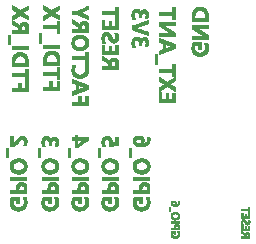
<source format=gbr>
%FSLAX35Y35*%
%MOIN*%
G04 EasyPC Gerber Version 18.0.8 Build 3632 *
%ADD10C,0.00100*%
X0Y0D02*
D02*
D10*
X56050Y17150D02*
X55650Y16250D01*
X55550Y15250*
X55750Y14150*
X56250Y13250*
X57150Y12750*
X58250Y12550*
X58850Y12650*
X59450Y12750*
X60350Y13350*
X60650Y13750*
X60950Y14250*
X61150Y15450*
X61050Y16250*
X60850Y16950*
X59850*
X60150Y16250*
X60250Y15450*
X60150Y14750*
X59750Y14150*
X59050Y13750*
X58350Y13650*
X57550Y13750*
X56950Y14150*
X56550Y14650*
X56450Y15350*
Y15750*
X56650Y16150*
X57750*
Y15050*
X58650*
Y17150*
X56050*
X57550Y19250D02*
X55650D01*
Y18250*
X61050*
Y20050*
X60950Y20950*
X60650Y21550*
X60050Y21950*
X59350Y22050*
X58550Y21950*
X58050Y21450*
X57650Y20750*
X57550Y19850*
Y19250*
X60250D02*
X58350D01*
Y19850*
X58450Y20350*
X58550Y20650*
X58850Y20850*
X59350Y20950*
X59750Y20850*
X60050Y20650*
X60150Y20350*
X60250Y19850*
Y19250*
X61050Y23850D02*
X55650D01*
Y22850*
X61050*
Y23850*
X58250Y24850D02*
X59450Y25050D01*
X60350Y25550*
X60950Y26450*
X61150Y27550*
X60950Y28550*
X60350Y29350*
X59450Y29850*
X58350Y30050*
X57250Y29850*
X56350Y29350*
X55950Y28950*
X55750Y28450*
X55550Y27450*
X55750Y26350*
X56350Y25550*
X57150Y25050*
X58250Y24850*
X58350Y25950D02*
X57550Y26050D01*
X56950Y26350*
X56550Y26850*
X56450Y27450*
X56550Y28050*
X56950Y28550*
X57550Y28850*
X58350Y28950*
X59150Y28850*
X59750Y28550*
X60150Y28150*
X60250Y27450*
X60150Y26850*
X59750Y26350*
X59050Y26050*
X58350Y25950*
X54350Y33550D02*
Y30350D01*
X54950*
Y33550*
X54350*
X56550Y35150D02*
Y37350D01*
X55650*
Y34050*
X56050*
X56850Y34150*
X57550Y34650*
X58050Y35050*
X58650Y35750*
X58850Y36050*
X59050Y36250*
X59550Y36350*
X59950*
X60150Y36150*
X60250Y35850*
X60350Y35550*
X60250Y34850*
X59850Y34250*
X60750*
X61050Y34950*
X61150Y35650*
X61050Y36350*
X60750Y36950*
X60250Y37250*
X59650Y37350*
X58950Y37250*
X58450Y36950*
X58050Y36550*
X57650Y36050*
X57350Y35650*
X57050Y35350*
X56750Y35150*
X56550*
X57839Y12625D02*
X58699D01*
X57323Y12719D02*
X59261D01*
X57038Y12812D02*
X59543D01*
X56869Y12906D02*
X59684D01*
X56701Y13000D02*
X59824D01*
X56532Y13093D02*
X59965D01*
X56363Y13187D02*
X60106D01*
X56233Y13281D02*
X60246D01*
X56181Y13374D02*
X60369D01*
X56129Y13468D02*
X60439D01*
X56077Y13562D02*
X60509D01*
X56025Y13656D02*
X58306D01*
X58389D02*
X60579D01*
X55973Y13749D02*
X57551D01*
X59050D02*
X60650D01*
X55920Y13843D02*
X57411D01*
X59213D02*
X60706D01*
X55869Y13937D02*
X57270D01*
X59376D02*
X60762D01*
X55817Y14030D02*
X57130D01*
X59541D02*
X60818D01*
X55765Y14124D02*
X56989D01*
X59704D02*
X60874D01*
X55738Y14218D02*
X56896D01*
X59795D02*
X60931D01*
X55720Y14311D02*
X56821D01*
X59857D02*
X60960D01*
X55704Y14405D02*
X56746D01*
X59920D02*
X60976D01*
X55687Y14499D02*
X56671D01*
X59983D02*
X60991D01*
X55670Y14593D02*
X56596D01*
X60045D02*
X61007D01*
X55652Y14686D02*
X56545D01*
X60107D02*
X61023D01*
X55635Y14780D02*
X56531D01*
X60154D02*
X61038D01*
X55619Y14874D02*
X56518D01*
X60168D02*
X61054D01*
X55602Y14967D02*
X56505D01*
X60181D02*
X61070D01*
X55584Y15061D02*
X56491D01*
X57750D02*
X58650D01*
X60194D02*
X61085D01*
X55567Y15155D02*
X56478D01*
X57750D02*
X58650D01*
X60208D02*
X61101D01*
X55550Y15248D02*
X56465D01*
X57750D02*
X58650D01*
X60221D02*
X61117D01*
X55559Y15342D02*
X56451D01*
X57750D02*
X58650D01*
X60235D02*
X61132D01*
X55569Y15436D02*
X56450D01*
X57750D02*
X58650D01*
X60248D02*
X61148D01*
X55578Y15530D02*
X56450D01*
X57750D02*
X58650D01*
X60240D02*
X61140D01*
X55587Y15623D02*
X56450D01*
X57750D02*
X58650D01*
X60228D02*
X61128D01*
X55597Y15717D02*
X56450D01*
X57750D02*
X58650D01*
X60217D02*
X61117D01*
X55606Y15811D02*
X56480D01*
X57750D02*
X58650D01*
X60205D02*
X61105D01*
X55615Y15904D02*
X56527D01*
X57750D02*
X58650D01*
X60193D02*
X61093D01*
X55625Y15998D02*
X56574D01*
X57750D02*
X58650D01*
X60181D02*
X61081D01*
X55634Y16092D02*
X56621D01*
X57750D02*
X58650D01*
X60170D02*
X61070D01*
X55644Y16185D02*
X58650D01*
X60158D02*
X61058D01*
X55663Y16279D02*
X58650D01*
X60137D02*
X61042D01*
X55705Y16373D02*
X58650D01*
X60097D02*
X61015D01*
X55746Y16467D02*
X58650D01*
X60057D02*
X60988D01*
X55788Y16560D02*
X58650D01*
X60017D02*
X60961D01*
X55830Y16654D02*
X58650D01*
X59977D02*
X60935D01*
X55871Y16748D02*
X58650D01*
X59937D02*
X60908D01*
X55913Y16841D02*
X58650D01*
X59896D02*
X60881D01*
X55954Y16935D02*
X58650D01*
X59856D02*
X60854D01*
X55996Y17029D02*
X58650D01*
X56038Y17122D02*
X58650D01*
X55650Y18341D02*
X61050D01*
X55650Y18434D02*
X61050D01*
X55650Y18528D02*
X61050D01*
X55650Y18622D02*
X61050D01*
X55650Y18715D02*
X61050D01*
X55650Y18809D02*
X61050D01*
X55650Y18903D02*
X61050D01*
X55650Y18996D02*
X61050D01*
X55650Y19090D02*
X61050D01*
X55650Y19184D02*
X61050D01*
X57550Y19278D02*
X58350D01*
X60250D02*
X61050D01*
X57550Y19371D02*
X58350D01*
X60250D02*
X61050D01*
X57550Y19465D02*
X58350D01*
X60250D02*
X61050D01*
X57550Y19559D02*
X58350D01*
X60250D02*
X61050D01*
X57550Y19652D02*
X58350D01*
X60250D02*
X61050D01*
X57550Y19746D02*
X58350D01*
X60250D02*
X61050D01*
X57550Y19840D02*
X58350D01*
X60250D02*
X61050D01*
X57559Y19933D02*
X58367D01*
X60233D02*
X61050D01*
X57570Y20027D02*
X58385D01*
X60215D02*
X61050D01*
X57580Y20121D02*
X58404D01*
X60196D02*
X61042D01*
X57591Y20215D02*
X58423D01*
X60177D02*
X61032D01*
X57601Y20308D02*
X58442D01*
X60158D02*
X61021D01*
X57611Y20402D02*
X58467D01*
X60133D02*
X61011D01*
X57622Y20496D02*
X58498D01*
X60102D02*
X61000D01*
X57632Y20589D02*
X58530D01*
X60070D02*
X60990D01*
X57643Y20683D02*
X58600D01*
X60000D02*
X60980D01*
X57665Y20777D02*
X58740D01*
X59860D02*
X60969D01*
X57719Y20870D02*
X58952D01*
X59668D02*
X60959D01*
X57772Y20964D02*
X60943D01*
X57826Y21058D02*
X60896D01*
X57880Y21152D02*
X60849D01*
X57933Y21245D02*
X60802D01*
X57987Y21339D02*
X60756D01*
X58040Y21433D02*
X60709D01*
X58126Y21526D02*
X60662D01*
X58220Y21620D02*
X60545D01*
X58314Y21714D02*
X60404D01*
X58407Y21807D02*
X60264D01*
X58501Y21901D02*
X60123D01*
X58909Y21995D02*
X59736D01*
X55650Y22932D02*
X61050D01*
X55650Y23026D02*
X61050D01*
X55650Y23119D02*
X61050D01*
X55650Y23213D02*
X61050D01*
X55650Y23307D02*
X61050D01*
X55650Y23400D02*
X61050D01*
X55650Y23494D02*
X61050D01*
X55650Y23588D02*
X61050D01*
X55650Y23681D02*
X61050D01*
X55650Y23775D02*
X61050D01*
X57977Y24900D02*
X58548D01*
X57462Y24993D02*
X59110D01*
X57091Y25087D02*
X59517D01*
X56941Y25181D02*
X59685D01*
X56791Y25274D02*
X59854D01*
X56641Y25368D02*
X60022D01*
X56491Y25462D02*
X60191D01*
X56346Y25556D02*
X60354D01*
X56276Y25649D02*
X60416D01*
X56206Y25743D02*
X60479D01*
X56135Y25837D02*
X60541D01*
X56065Y25930D02*
X60604D01*
X55994Y26024D02*
X57758D01*
X58868D02*
X60666D01*
X55924Y26118D02*
X57415D01*
X59208D02*
X60728D01*
X55854Y26211D02*
X57227D01*
X59427D02*
X60791D01*
X55784Y26305D02*
X57040D01*
X59645D02*
X60854D01*
X55741Y26399D02*
X56911D01*
X59789D02*
X60916D01*
X55724Y26493D02*
X56836D01*
X59864D02*
X60958D01*
X55707Y26586D02*
X56761D01*
X59939D02*
X60975D01*
X55690Y26680D02*
X56686D01*
X60014D02*
X60992D01*
X55673Y26774D02*
X56611D01*
X60089D02*
X61009D01*
X55656Y26867D02*
X56547D01*
X60153D02*
X61026D01*
X55639Y26961D02*
X56531D01*
X60169D02*
X61043D01*
X55622Y27055D02*
X56516D01*
X60184D02*
X61060D01*
X55605Y27148D02*
X56500D01*
X60200D02*
X61077D01*
X55588Y27242D02*
X56485D01*
X60215D02*
X61094D01*
X55571Y27336D02*
X56469D01*
X60231D02*
X61111D01*
X55554Y27430D02*
X56454D01*
X60246D02*
X61128D01*
X55565Y27523D02*
X56462D01*
X60239D02*
X61145D01*
X55583Y27617D02*
X56478D01*
X60226D02*
X61137D01*
X55602Y27711D02*
X56493D01*
X60213D02*
X61118D01*
X55621Y27804D02*
X56509D01*
X60199D02*
X61099D01*
X55640Y27898D02*
X56525D01*
X60186D02*
X61080D01*
X55658Y27992D02*
X56540D01*
X60172D02*
X61062D01*
X55677Y28085D02*
X56578D01*
X60159D02*
X61043D01*
X55696Y28179D02*
X56653D01*
X60121D02*
X61024D01*
X55715Y28273D02*
X56728D01*
X60027D02*
X61006D01*
X55733Y28367D02*
X56803D01*
X59933D02*
X60987D01*
X55754Y28460D02*
X56878D01*
X59840D02*
X60968D01*
X55792Y28554D02*
X56958D01*
X59742D02*
X60947D01*
X55829Y28648D02*
X57145D01*
X59555D02*
X60877D01*
X55867Y28741D02*
X57333D01*
X59367D02*
X60806D01*
X55904Y28835D02*
X57520D01*
X59180D02*
X60736D01*
X55941Y28929D02*
X58180D01*
X58520D02*
X60666D01*
X56022Y29022D02*
X60596D01*
X56116Y29116D02*
X60525D01*
X56210Y29210D02*
X60455D01*
X56304Y29304D02*
X60385D01*
X56435Y29397D02*
X60265D01*
X56604Y29491D02*
X60096D01*
X56772Y29585D02*
X59928D01*
X56941Y29678D02*
X59759D01*
X57110Y29772D02*
X59590D01*
X57337Y29866D02*
X59363D01*
X57852Y29959D02*
X58848D01*
X54350Y30428D02*
X54950D01*
X54350Y30522D02*
X54950D01*
X54350Y30615D02*
X54950D01*
X54350Y30709D02*
X54950D01*
X54350Y30803D02*
X54950D01*
X54350Y30896D02*
X54950D01*
X54350Y30990D02*
X54950D01*
X54350Y31084D02*
X54950D01*
X54350Y31178D02*
X54950D01*
X54350Y31271D02*
X54950D01*
X54350Y31365D02*
X54950D01*
X54350Y31459D02*
X54950D01*
X54350Y31552D02*
X54950D01*
X54350Y31646D02*
X54950D01*
X54350Y31740D02*
X54950D01*
X54350Y31833D02*
X54950D01*
X54350Y31927D02*
X54950D01*
X54350Y32021D02*
X54950D01*
X54350Y32115D02*
X54950D01*
X54350Y32208D02*
X54950D01*
X54350Y32302D02*
X54950D01*
X54350Y32396D02*
X54950D01*
X54350Y32489D02*
X54950D01*
X54350Y32583D02*
X54950D01*
X54350Y32677D02*
X54950D01*
X54350Y32770D02*
X54950D01*
X54350Y32864D02*
X54950D01*
X54350Y32958D02*
X54950D01*
X54350Y33052D02*
X54950D01*
X54350Y33145D02*
X54950D01*
X54350Y33239D02*
X54950D01*
X54350Y33333D02*
X54950D01*
X54350Y33426D02*
X54950D01*
X54350Y33520D02*
X54950D01*
X55650Y34082D02*
X56308D01*
X55650Y34176D02*
X56886D01*
X55650Y34270D02*
X57018D01*
X59863D02*
X60758D01*
X55650Y34363D02*
X57149D01*
X59926D02*
X60798D01*
X55650Y34457D02*
X57280D01*
X59988D02*
X60839D01*
X55650Y34551D02*
X57411D01*
X60050D02*
X60879D01*
X55650Y34644D02*
X57542D01*
X60113D02*
X60919D01*
X55650Y34738D02*
X57660D01*
X60176D02*
X60959D01*
X55650Y34832D02*
X57778D01*
X60238D02*
X60999D01*
X55650Y34926D02*
X57894D01*
X60261D02*
X61039D01*
X55650Y35019D02*
X58012D01*
X60274D02*
X61060D01*
X55650Y35113D02*
X58104D01*
X60287D02*
X61073D01*
X55650Y35207D02*
X56550D01*
X56835D02*
X58184D01*
X60301D02*
X61087D01*
X55650Y35300D02*
X56550D01*
X56976D02*
X58265D01*
X60314D02*
X61100D01*
X55650Y35394D02*
X56550D01*
X57094D02*
X58345D01*
X60328D02*
X61113D01*
X55650Y35488D02*
X56550D01*
X57188D02*
X58425D01*
X60341D02*
X61127D01*
X55650Y35581D02*
X56550D01*
X57281D02*
X58506D01*
X60339D02*
X61140D01*
X55650Y35675D02*
X56550D01*
X57369D02*
X58586D01*
X60308D02*
X61146D01*
X55650Y35769D02*
X56550D01*
X57439D02*
X58663D01*
X60277D02*
X61133D01*
X55650Y35863D02*
X56550D01*
X57509D02*
X58725D01*
X60246D02*
X61120D01*
X55650Y35956D02*
X56550D01*
X57580D02*
X58787D01*
X60215D02*
X61106D01*
X55650Y36050D02*
X56550D01*
X57650D02*
X58850D01*
X60183D02*
X61093D01*
X55650Y36144D02*
X56550D01*
X57725D02*
X58944D01*
X60152D02*
X61080D01*
X55650Y36237D02*
X56550D01*
X57800D02*
X59037D01*
X60063D02*
X61066D01*
X55650Y36331D02*
X56550D01*
X57875D02*
X59456D01*
X59969D02*
X61053D01*
X55650Y36425D02*
X56550D01*
X57950D02*
X61013D01*
X55650Y36519D02*
X56550D01*
X58025D02*
X60966D01*
X55650Y36612D02*
X56550D01*
X58112D02*
X60919D01*
X55650Y36706D02*
X56550D01*
X58206D02*
X60872D01*
X55650Y36800D02*
X56550D01*
X58300D02*
X60825D01*
X55650Y36893D02*
X56550D01*
X58393D02*
X60778D01*
X55650Y36987D02*
X56550D01*
X58512D02*
X60688D01*
X55650Y37081D02*
X56550D01*
X58668D02*
X60532D01*
X55650Y37174D02*
X56550D01*
X58824D02*
X60376D01*
X55650Y37268D02*
X56550D01*
X59077D02*
X60141D01*
X60650Y55350D02*
Y53350D01*
X59150*
Y55150*
X58250*
Y53350*
X56150*
Y52350*
X61550*
Y55350*
X60650*
Y59850D02*
Y58350D01*
X56150*
Y57350*
X60650*
Y55850*
X61550*
Y59850*
X60650*
X56150Y60650D02*
X61550D01*
Y62450*
X61350Y63750*
X60850Y64650*
X60050Y65150*
X58950Y65350*
X58350*
X57750Y65150*
X57350Y64850*
X56850Y64550*
X56350Y63650*
X56150Y62450*
Y60650*
X60650Y61650D02*
X57050D01*
Y62350*
X57150Y63150*
X57550Y63750*
X58150Y64150*
X58850Y64250*
X59650Y64150*
X60150Y63750*
X60550Y63150*
X60650Y62350*
Y61650*
X61550Y67250D02*
X56150D01*
Y66250*
X61550*
Y67250*
X54850Y71150D02*
Y67950D01*
X55450*
Y71150*
X54850*
X56150Y76050D02*
Y74850D01*
X57650Y73950*
X57950Y73750*
X58250Y73550*
X58350Y73150*
Y72750*
X56150*
Y71750*
X61550*
Y73550*
X61450Y74450*
X61150Y74950*
X60750Y75350*
X60150Y75450*
X59650Y75350*
X59150Y75150*
X58850Y74750*
X58650Y74250*
X58350Y74650*
X57750Y75050*
X56150Y76050*
X60750Y72750D02*
X59150D01*
Y73350*
X59250Y73750*
X59350Y74050*
X59650Y74250*
X59950Y74350*
X60350Y74250*
X60550Y74150*
X60650Y73850*
X60750Y73450*
Y72750*
X56150Y80950D02*
Y79650D01*
X57950Y78650*
X58350Y78550*
X57950Y78450*
X56150Y77350*
Y76050*
X58850Y77850*
X61550Y76250*
Y77550*
X59850Y78450*
X59450Y78550*
X59850Y78750*
X61550Y79750*
Y80850*
X58850Y79250*
X56150Y80950*
Y52406D02*
X61550D01*
X56150Y52500D02*
X61550D01*
X56150Y52593D02*
X61550D01*
X56150Y52687D02*
X61550D01*
X56150Y52781D02*
X61550D01*
X56150Y52874D02*
X61550D01*
X56150Y52968D02*
X61550D01*
X56150Y53062D02*
X61550D01*
X56150Y53156D02*
X61550D01*
X56150Y53249D02*
X61550D01*
X56150Y53343D02*
X61550D01*
X58250Y53437D02*
X59150D01*
X60650D02*
X61550D01*
X58250Y53530D02*
X59150D01*
X60650D02*
X61550D01*
X58250Y53624D02*
X59150D01*
X60650D02*
X61550D01*
X58250Y53718D02*
X59150D01*
X60650D02*
X61550D01*
X58250Y53811D02*
X59150D01*
X60650D02*
X61550D01*
X58250Y53905D02*
X59150D01*
X60650D02*
X61550D01*
X58250Y53999D02*
X59150D01*
X60650D02*
X61550D01*
X58250Y54093D02*
X59150D01*
X60650D02*
X61550D01*
X58250Y54186D02*
X59150D01*
X60650D02*
X61550D01*
X58250Y54280D02*
X59150D01*
X60650D02*
X61550D01*
X58250Y54374D02*
X59150D01*
X60650D02*
X61550D01*
X58250Y54467D02*
X59150D01*
X60650D02*
X61550D01*
X58250Y54561D02*
X59150D01*
X60650D02*
X61550D01*
X58250Y54655D02*
X59150D01*
X60650D02*
X61550D01*
X58250Y54748D02*
X59150D01*
X60650D02*
X61550D01*
X58250Y54842D02*
X59150D01*
X60650D02*
X61550D01*
X58250Y54936D02*
X59150D01*
X60650D02*
X61550D01*
X58250Y55030D02*
X59150D01*
X60650D02*
X61550D01*
X58250Y55123D02*
X59150D01*
X60650D02*
X61550D01*
X60650Y55217D02*
X61550D01*
X60650Y55311D02*
X61550D01*
X60650Y55873D02*
X61550D01*
X60650Y55967D02*
X61550D01*
X60650Y56060D02*
X61550D01*
X60650Y56154D02*
X61550D01*
X60650Y56248D02*
X61550D01*
X60650Y56341D02*
X61550D01*
X60650Y56435D02*
X61550D01*
X60650Y56529D02*
X61550D01*
X60650Y56622D02*
X61550D01*
X60650Y56716D02*
X61550D01*
X60650Y56810D02*
X61550D01*
X60650Y56904D02*
X61550D01*
X60650Y56997D02*
X61550D01*
X60650Y57091D02*
X61550D01*
X60650Y57185D02*
X61550D01*
X60650Y57278D02*
X61550D01*
X56150Y57372D02*
X61550D01*
X56150Y57466D02*
X61550D01*
X56150Y57559D02*
X61550D01*
X56150Y57653D02*
X61550D01*
X56150Y57747D02*
X61550D01*
X56150Y57841D02*
X61550D01*
X56150Y57934D02*
X61550D01*
X56150Y58028D02*
X61550D01*
X56150Y58122D02*
X61550D01*
X56150Y58215D02*
X61550D01*
X56150Y58309D02*
X61550D01*
X60650Y58403D02*
X61550D01*
X60650Y58496D02*
X61550D01*
X60650Y58590D02*
X61550D01*
X60650Y58684D02*
X61550D01*
X60650Y58778D02*
X61550D01*
X60650Y58871D02*
X61550D01*
X60650Y58965D02*
X61550D01*
X60650Y59059D02*
X61550D01*
X60650Y59152D02*
X61550D01*
X60650Y59246D02*
X61550D01*
X60650Y59340D02*
X61550D01*
X60650Y59433D02*
X61550D01*
X60650Y59527D02*
X61550D01*
X60650Y59621D02*
X61550D01*
X60650Y59715D02*
X61550D01*
X60650Y59808D02*
X61550D01*
X56150Y60652D02*
X61550D01*
X56150Y60745D02*
X61550D01*
X56150Y60839D02*
X61550D01*
X56150Y60933D02*
X61550D01*
X56150Y61026D02*
X61550D01*
X56150Y61120D02*
X61550D01*
X56150Y61214D02*
X61550D01*
X56150Y61307D02*
X61550D01*
X56150Y61401D02*
X61550D01*
X56150Y61495D02*
X61550D01*
X56150Y61589D02*
X61550D01*
X56150Y61682D02*
X57050D01*
X60650D02*
X61550D01*
X56150Y61776D02*
X57050D01*
X60650D02*
X61550D01*
X56150Y61870D02*
X57050D01*
X60650D02*
X61550D01*
X56150Y61963D02*
X57050D01*
X60650D02*
X61550D01*
X56150Y62057D02*
X57050D01*
X60650D02*
X61550D01*
X56150Y62151D02*
X57050D01*
X60650D02*
X61550D01*
X56150Y62244D02*
X57050D01*
X60650D02*
X61550D01*
X56150Y62338D02*
X57050D01*
X60650D02*
X61550D01*
X56150Y62432D02*
X57060D01*
X60640D02*
X61550D01*
X56163Y62526D02*
X57072D01*
X60628D02*
X61538D01*
X56178Y62619D02*
X57084D01*
X60617D02*
X61524D01*
X56194Y62713D02*
X57095D01*
X60605D02*
X61509D01*
X56209Y62807D02*
X57107D01*
X60593D02*
X61495D01*
X56225Y62900D02*
X57119D01*
X60581D02*
X61481D01*
X56241Y62994D02*
X57131D01*
X60570D02*
X61466D01*
X56256Y63088D02*
X57142D01*
X60558D02*
X61452D01*
X56272Y63181D02*
X57171D01*
X60529D02*
X61437D01*
X56287Y63275D02*
X57233D01*
X60467D02*
X61423D01*
X56303Y63369D02*
X57296D01*
X60404D02*
X61409D01*
X56319Y63463D02*
X57358D01*
X60342D02*
X61394D01*
X56334Y63556D02*
X57421D01*
X60279D02*
X61380D01*
X56350Y63650D02*
X57483D01*
X60217D02*
X61365D01*
X56402Y63744D02*
X57546D01*
X60154D02*
X61351D01*
X56454Y63837D02*
X57681D01*
X60041D02*
X61302D01*
X56506Y63931D02*
X57822D01*
X59924D02*
X61249D01*
X56558Y64025D02*
X57962D01*
X59807D02*
X61197D01*
X56610Y64119D02*
X58103D01*
X59689D02*
X61145D01*
X56662Y64212D02*
X58585D01*
X59152D02*
X61093D01*
X56715Y64306D02*
X61041D01*
X56767Y64400D02*
X60989D01*
X56819Y64493D02*
X60937D01*
X56912Y64587D02*
X60885D01*
X57068Y64681D02*
X60801D01*
X57224Y64774D02*
X60651D01*
X57374Y64868D02*
X60501D01*
X57499Y64962D02*
X60351D01*
X57624Y65056D02*
X60201D01*
X57750Y65149D02*
X60054D01*
X58029Y65243D02*
X59539D01*
X58310Y65337D02*
X59024D01*
X56150Y66274D02*
X61550D01*
X56150Y66367D02*
X61550D01*
X56150Y66461D02*
X61550D01*
X56150Y66555D02*
X61550D01*
X56150Y66648D02*
X61550D01*
X56150Y66742D02*
X61550D01*
X56150Y66836D02*
X61550D01*
X56150Y66930D02*
X61550D01*
X56150Y67023D02*
X61550D01*
X56150Y67117D02*
X61550D01*
X56150Y67211D02*
X61550D01*
X54850Y67960D02*
X55450D01*
X54850Y68054D02*
X55450D01*
X54850Y68148D02*
X55450D01*
X54850Y68241D02*
X55450D01*
X54850Y68335D02*
X55450D01*
X54850Y68429D02*
X55450D01*
X54850Y68522D02*
X55450D01*
X54850Y68616D02*
X55450D01*
X54850Y68710D02*
X55450D01*
X54850Y68804D02*
X55450D01*
X54850Y68897D02*
X55450D01*
X54850Y68991D02*
X55450D01*
X54850Y69085D02*
X55450D01*
X54850Y69178D02*
X55450D01*
X54850Y69272D02*
X55450D01*
X54850Y69366D02*
X55450D01*
X54850Y69459D02*
X55450D01*
X54850Y69553D02*
X55450D01*
X54850Y69647D02*
X55450D01*
X54850Y69741D02*
X55450D01*
X54850Y69834D02*
X55450D01*
X54850Y69928D02*
X55450D01*
X54850Y70022D02*
X55450D01*
X54850Y70115D02*
X55450D01*
X54850Y70209D02*
X55450D01*
X54850Y70303D02*
X55450D01*
X54850Y70396D02*
X55450D01*
X54850Y70490D02*
X55450D01*
X54850Y70584D02*
X55450D01*
X54850Y70678D02*
X55450D01*
X54850Y70771D02*
X55450D01*
X54850Y70865D02*
X55450D01*
X54850Y70959D02*
X55450D01*
X54850Y71052D02*
X55450D01*
X54850Y71146D02*
X55450D01*
X56150Y71802D02*
X61550D01*
X56150Y71896D02*
X61550D01*
X56150Y71989D02*
X61550D01*
X56150Y72083D02*
X61550D01*
X56150Y72177D02*
X61550D01*
X56150Y72270D02*
X61550D01*
X56150Y72364D02*
X61550D01*
X56150Y72458D02*
X61550D01*
X56150Y72552D02*
X61550D01*
X56150Y72645D02*
X61550D01*
X56150Y72739D02*
X61550D01*
X58350Y72833D02*
X59150D01*
X60750D02*
X61550D01*
X58350Y72926D02*
X59150D01*
X60750D02*
X61550D01*
X58350Y73020D02*
X59150D01*
X60750D02*
X61550D01*
X58350Y73114D02*
X59150D01*
X60750D02*
X61550D01*
X58336Y73207D02*
X59150D01*
X60750D02*
X61550D01*
X58312Y73301D02*
X59150D01*
X60750D02*
X61550D01*
X58289Y73395D02*
X59161D01*
X60750D02*
X61550D01*
X58265Y73489D02*
X59185D01*
X60741D02*
X61550D01*
X58202Y73582D02*
X59208D01*
X60717D02*
X61546D01*
X58061Y73676D02*
X59231D01*
X60694D02*
X61536D01*
X57920Y73770D02*
X59257D01*
X60670D02*
X61526D01*
X57780Y73863D02*
X59288D01*
X60646D02*
X61515D01*
X57638Y73957D02*
X59319D01*
X60614D02*
X61505D01*
X57482Y74051D02*
X59351D01*
X60583D02*
X61494D01*
X57326Y74144D02*
X59492D01*
X60552D02*
X61484D01*
X57170Y74238D02*
X59632D01*
X60374D02*
X61474D01*
X57013Y74332D02*
X58589D01*
X58683D02*
X59896D01*
X60022D02*
X61463D01*
X56857Y74426D02*
X58518D01*
X58720D02*
X61453D01*
X56701Y74519D02*
X58448D01*
X58758D02*
X61408D01*
X56545Y74613D02*
X58378D01*
X58795D02*
X61352D01*
X56389Y74707D02*
X58265D01*
X58833D02*
X61296D01*
X56233Y74800D02*
X58124D01*
X58888D02*
X61240D01*
X56150Y74894D02*
X57984D01*
X58958D02*
X61183D01*
X56150Y74988D02*
X57843D01*
X59028D02*
X61112D01*
X56150Y75081D02*
X57700D01*
X59098D02*
X61019D01*
X56150Y75175D02*
X57550D01*
X59213D02*
X60925D01*
X56150Y75269D02*
X57400D01*
X59447D02*
X60831D01*
X56150Y75363D02*
X57250D01*
X59713D02*
X60674D01*
X56150Y75456D02*
X57100D01*
X56150Y75550D02*
X56950D01*
X56150Y75644D02*
X56800D01*
X56150Y75737D02*
X56650D01*
X56150Y75831D02*
X56500D01*
X56150Y75925D02*
X56350D01*
X56150Y76019D02*
X56200D01*
X56150Y76112D02*
X56243D01*
X56150Y76206D02*
X56384D01*
X56150Y76300D02*
X56524D01*
X61466D02*
X61550D01*
X56150Y76393D02*
X56665D01*
X61308D02*
X61550D01*
X56150Y76487D02*
X56806D01*
X61150D02*
X61550D01*
X56150Y76581D02*
X56946D01*
X60992D02*
X61550D01*
X56150Y76674D02*
X57087D01*
X60834D02*
X61550D01*
X56150Y76768D02*
X57227D01*
X60676D02*
X61550D01*
X56150Y76862D02*
X57368D01*
X60518D02*
X61550D01*
X56150Y76956D02*
X57508D01*
X60359D02*
X61550D01*
X56150Y77049D02*
X57649D01*
X60201D02*
X61550D01*
X56150Y77143D02*
X57789D01*
X60043D02*
X61550D01*
X56150Y77237D02*
X57930D01*
X59885D02*
X61550D01*
X56150Y77330D02*
X58070D01*
X59727D02*
X61550D01*
X56271Y77424D02*
X58211D01*
X59569D02*
X61550D01*
X56424Y77518D02*
X58352D01*
X59411D02*
X61550D01*
X56578Y77611D02*
X58492D01*
X59253D02*
X61434D01*
X56731Y77705D02*
X58633D01*
X59094D02*
X61257D01*
X56884Y77799D02*
X58773D01*
X58936D02*
X61080D01*
X57038Y77893D02*
X60903D01*
X57191Y77986D02*
X60726D01*
X57344Y78080D02*
X60549D01*
X57498Y78174D02*
X60372D01*
X57651Y78267D02*
X60195D01*
X57804Y78361D02*
X60018D01*
X57969Y78455D02*
X59831D01*
X58350Y78548D02*
X59447D01*
X57981Y78642D02*
X59634D01*
X57796Y78736D02*
X59822D01*
X57627Y78830D02*
X59985D01*
X57458Y78923D02*
X60144D01*
X57289Y79017D02*
X60304D01*
X57121Y79111D02*
X60463D01*
X56952Y79204D02*
X60622D01*
X56783Y79298D02*
X58774D01*
X58931D02*
X60781D01*
X56615Y79392D02*
X58625D01*
X59089D02*
X60941D01*
X56446Y79485D02*
X58476D01*
X59247D02*
X61100D01*
X56278Y79579D02*
X58327D01*
X59406D02*
X61259D01*
X56150Y79673D02*
X58178D01*
X59563D02*
X61419D01*
X56150Y79767D02*
X58030D01*
X59722D02*
X61550D01*
X56150Y79860D02*
X57881D01*
X59880D02*
X61550D01*
X56150Y79954D02*
X57732D01*
X60038D02*
X61550D01*
X56150Y80048D02*
X57583D01*
X60196D02*
X61550D01*
X56150Y80141D02*
X57434D01*
X60354D02*
X61550D01*
X56150Y80235D02*
X57285D01*
X60512D02*
X61550D01*
X56150Y80329D02*
X57137D01*
X60670D02*
X61550D01*
X56150Y80422D02*
X56988D01*
X60828D02*
X61550D01*
X56150Y80516D02*
X56839D01*
X60987D02*
X61550D01*
X56150Y80610D02*
X56690D01*
X61145D02*
X61550D01*
X56150Y80704D02*
X56541D01*
X61303D02*
X61550D01*
X56150Y80797D02*
X56393D01*
X61461D02*
X61550D01*
X56150Y80891D02*
X56244D01*
X66550Y17150D02*
X66150Y16250D01*
X66050Y15250*
X66250Y14150*
X66750Y13250*
X67650Y12750*
X68750Y12550*
X69350Y12650*
X69950Y12750*
X70850Y13350*
X71150Y13750*
X71450Y14250*
X71650Y15450*
X71550Y16250*
X71350Y16950*
X70350*
X70650Y16250*
X70750Y15450*
X70650Y14750*
X70250Y14150*
X69550Y13750*
X68850Y13650*
X68050Y13750*
X67450Y14150*
X67050Y14650*
X66950Y15350*
Y15750*
X67150Y16150*
X68250*
Y15050*
X69150*
Y17150*
X66550*
X68050Y19250D02*
X66150D01*
Y18250*
X71550*
Y20050*
X71450Y20950*
X71150Y21550*
X70550Y21950*
X69850Y22050*
X69050Y21950*
X68550Y21450*
X68150Y20750*
X68050Y19850*
Y19250*
X70750D02*
X68850D01*
Y19850*
X68950Y20350*
X69050Y20650*
X69350Y20850*
X69850Y20950*
X70250Y20850*
X70550Y20650*
X70650Y20350*
X70750Y19850*
Y19250*
X71550Y23850D02*
X66150D01*
Y22850*
X71550*
Y23850*
X68750Y24850D02*
X69950Y25050D01*
X70850Y25550*
X71450Y26450*
X71650Y27550*
X71450Y28550*
X70850Y29350*
X69950Y29850*
X68850Y30050*
X67750Y29850*
X66850Y29350*
X66450Y28950*
X66250Y28450*
X66050Y27450*
X66250Y26350*
X66850Y25550*
X67650Y25050*
X68750Y24850*
X68850Y25950D02*
X68050Y26050D01*
X67450Y26350*
X67050Y26850*
X66950Y27450*
X67050Y28050*
X67450Y28550*
X68050Y28850*
X68850Y28950*
X69650Y28850*
X70250Y28550*
X70650Y28150*
X70750Y27450*
X70650Y26850*
X70250Y26350*
X69550Y26050*
X68850Y25950*
X64850Y33550D02*
Y30350D01*
X65450*
Y33550*
X64850*
X67250Y33950D02*
X66950Y34550D01*
X66850Y35250*
Y35750*
X67050Y36050*
X67350Y36250*
X67650Y36350*
X68050Y36250*
X68350Y36050*
X68450Y35650*
X68550Y35050*
Y34550*
X69350*
Y34950*
Y35550*
X69550Y35850*
X69750Y36050*
X70150Y36150*
X70450Y36050*
X70650Y35950*
X70750Y35650*
X70850Y35250*
X70750Y34650*
X70450Y34150*
X71350*
X71550Y34750*
X71650Y35450*
X71550Y36150*
X71250Y36650*
X70850Y37050*
X70350Y37150*
X69850Y37050*
X69450Y36850*
X69150Y36550*
X68950Y36150*
X68850Y36650*
X68550Y37050*
X68150Y37250*
X67650Y37350*
X66950Y37250*
X66450Y36750*
X66150Y36150*
X66050Y35250*
X66150Y34550*
X66350Y33950*
X67250*
X68339Y12625D02*
X69199D01*
X67823Y12719D02*
X69761D01*
X67538Y12812D02*
X70043D01*
X67369Y12906D02*
X70184D01*
X67201Y13000D02*
X70324D01*
X67032Y13093D02*
X70465D01*
X66863Y13187D02*
X70606D01*
X66733Y13281D02*
X70746D01*
X66681Y13374D02*
X70869D01*
X66629Y13468D02*
X70939D01*
X66577Y13562D02*
X71009D01*
X66525Y13656D02*
X68806D01*
X68889D02*
X71079D01*
X66473Y13749D02*
X68051D01*
X69550D02*
X71150D01*
X66420Y13843D02*
X67911D01*
X69713D02*
X71206D01*
X66369Y13937D02*
X67770D01*
X69876D02*
X71262D01*
X66317Y14030D02*
X67630D01*
X70041D02*
X71318D01*
X66265Y14124D02*
X67489D01*
X70204D02*
X71374D01*
X66238Y14218D02*
X67396D01*
X70295D02*
X71431D01*
X66220Y14311D02*
X67321D01*
X70357D02*
X71460D01*
X66204Y14405D02*
X67246D01*
X70420D02*
X71476D01*
X66187Y14499D02*
X67171D01*
X70483D02*
X71491D01*
X66170Y14593D02*
X67096D01*
X70545D02*
X71507D01*
X66152Y14686D02*
X67045D01*
X70607D02*
X71523D01*
X66135Y14780D02*
X67031D01*
X70654D02*
X71538D01*
X66119Y14874D02*
X67018D01*
X70668D02*
X71554D01*
X66102Y14967D02*
X67005D01*
X70681D02*
X71570D01*
X66084Y15061D02*
X66991D01*
X68250D02*
X69150D01*
X70694D02*
X71585D01*
X66067Y15155D02*
X66978D01*
X68250D02*
X69150D01*
X70708D02*
X71601D01*
X66050Y15248D02*
X66965D01*
X68250D02*
X69150D01*
X70721D02*
X71617D01*
X66059Y15342D02*
X66951D01*
X68250D02*
X69150D01*
X70735D02*
X71632D01*
X66069Y15436D02*
X66950D01*
X68250D02*
X69150D01*
X70748D02*
X71648D01*
X66078Y15530D02*
X66950D01*
X68250D02*
X69150D01*
X70740D02*
X71640D01*
X66087Y15623D02*
X66950D01*
X68250D02*
X69150D01*
X70728D02*
X71628D01*
X66097Y15717D02*
X66950D01*
X68250D02*
X69150D01*
X70717D02*
X71617D01*
X66106Y15811D02*
X66980D01*
X68250D02*
X69150D01*
X70705D02*
X71605D01*
X66115Y15904D02*
X67027D01*
X68250D02*
X69150D01*
X70693D02*
X71593D01*
X66125Y15998D02*
X67074D01*
X68250D02*
X69150D01*
X70681D02*
X71581D01*
X66134Y16092D02*
X67121D01*
X68250D02*
X69150D01*
X70670D02*
X71570D01*
X66144Y16185D02*
X69150D01*
X70658D02*
X71558D01*
X66163Y16279D02*
X69150D01*
X70637D02*
X71542D01*
X66205Y16373D02*
X69150D01*
X70597D02*
X71515D01*
X66246Y16467D02*
X69150D01*
X70557D02*
X71488D01*
X66288Y16560D02*
X69150D01*
X70517D02*
X71461D01*
X66330Y16654D02*
X69150D01*
X70477D02*
X71435D01*
X66371Y16748D02*
X69150D01*
X70437D02*
X71408D01*
X66413Y16841D02*
X69150D01*
X70396D02*
X71381D01*
X66454Y16935D02*
X69150D01*
X70356D02*
X71354D01*
X66496Y17029D02*
X69150D01*
X66538Y17122D02*
X69150D01*
X66150Y18341D02*
X71550D01*
X66150Y18434D02*
X71550D01*
X66150Y18528D02*
X71550D01*
X66150Y18622D02*
X71550D01*
X66150Y18715D02*
X71550D01*
X66150Y18809D02*
X71550D01*
X66150Y18903D02*
X71550D01*
X66150Y18996D02*
X71550D01*
X66150Y19090D02*
X71550D01*
X66150Y19184D02*
X71550D01*
X68050Y19278D02*
X68850D01*
X70750D02*
X71550D01*
X68050Y19371D02*
X68850D01*
X70750D02*
X71550D01*
X68050Y19465D02*
X68850D01*
X70750D02*
X71550D01*
X68050Y19559D02*
X68850D01*
X70750D02*
X71550D01*
X68050Y19652D02*
X68850D01*
X70750D02*
X71550D01*
X68050Y19746D02*
X68850D01*
X70750D02*
X71550D01*
X68050Y19840D02*
X68850D01*
X70750D02*
X71550D01*
X68059Y19933D02*
X68867D01*
X70733D02*
X71550D01*
X68070Y20027D02*
X68885D01*
X70715D02*
X71550D01*
X68080Y20121D02*
X68904D01*
X70696D02*
X71542D01*
X68091Y20215D02*
X68923D01*
X70677D02*
X71532D01*
X68101Y20308D02*
X68942D01*
X70658D02*
X71521D01*
X68111Y20402D02*
X68967D01*
X70633D02*
X71511D01*
X68122Y20496D02*
X68998D01*
X70602D02*
X71500D01*
X68132Y20589D02*
X69030D01*
X70570D02*
X71490D01*
X68143Y20683D02*
X69100D01*
X70500D02*
X71480D01*
X68165Y20777D02*
X69240D01*
X70360D02*
X71469D01*
X68219Y20870D02*
X69452D01*
X70168D02*
X71459D01*
X68272Y20964D02*
X71443D01*
X68326Y21058D02*
X71396D01*
X68380Y21152D02*
X71349D01*
X68433Y21245D02*
X71302D01*
X68487Y21339D02*
X71256D01*
X68540Y21433D02*
X71209D01*
X68626Y21526D02*
X71162D01*
X68720Y21620D02*
X71045D01*
X68814Y21714D02*
X70904D01*
X68907Y21807D02*
X70764D01*
X69001Y21901D02*
X70623D01*
X69409Y21995D02*
X70236D01*
X66150Y22932D02*
X71550D01*
X66150Y23026D02*
X71550D01*
X66150Y23119D02*
X71550D01*
X66150Y23213D02*
X71550D01*
X66150Y23307D02*
X71550D01*
X66150Y23400D02*
X71550D01*
X66150Y23494D02*
X71550D01*
X66150Y23588D02*
X71550D01*
X66150Y23681D02*
X71550D01*
X66150Y23775D02*
X71550D01*
X68477Y24900D02*
X69048D01*
X67962Y24993D02*
X69610D01*
X67591Y25087D02*
X70017D01*
X67441Y25181D02*
X70185D01*
X67291Y25274D02*
X70354D01*
X67141Y25368D02*
X70522D01*
X66991Y25462D02*
X70691D01*
X66846Y25556D02*
X70854D01*
X66776Y25649D02*
X70916D01*
X66706Y25743D02*
X70979D01*
X66635Y25837D02*
X71041D01*
X66565Y25930D02*
X71104D01*
X66494Y26024D02*
X68258D01*
X69368D02*
X71166D01*
X66424Y26118D02*
X67915D01*
X69708D02*
X71228D01*
X66354Y26211D02*
X67727D01*
X69927D02*
X71291D01*
X66284Y26305D02*
X67540D01*
X70145D02*
X71354D01*
X66241Y26399D02*
X67411D01*
X70289D02*
X71416D01*
X66224Y26493D02*
X67336D01*
X70364D02*
X71458D01*
X66207Y26586D02*
X67261D01*
X70439D02*
X71475D01*
X66190Y26680D02*
X67186D01*
X70514D02*
X71492D01*
X66173Y26774D02*
X67111D01*
X70589D02*
X71509D01*
X66156Y26867D02*
X67047D01*
X70653D02*
X71526D01*
X66139Y26961D02*
X67031D01*
X70669D02*
X71543D01*
X66122Y27055D02*
X67016D01*
X70684D02*
X71560D01*
X66105Y27148D02*
X67000D01*
X70700D02*
X71577D01*
X66088Y27242D02*
X66985D01*
X70715D02*
X71594D01*
X66071Y27336D02*
X66969D01*
X70731D02*
X71611D01*
X66054Y27430D02*
X66954D01*
X70746D02*
X71628D01*
X66065Y27523D02*
X66962D01*
X70739D02*
X71645D01*
X66083Y27617D02*
X66978D01*
X70726D02*
X71637D01*
X66102Y27711D02*
X66993D01*
X70713D02*
X71618D01*
X66121Y27804D02*
X67009D01*
X70699D02*
X71599D01*
X66140Y27898D02*
X67025D01*
X70686D02*
X71580D01*
X66158Y27992D02*
X67040D01*
X70672D02*
X71562D01*
X66177Y28085D02*
X67078D01*
X70659D02*
X71543D01*
X66196Y28179D02*
X67153D01*
X70621D02*
X71524D01*
X66215Y28273D02*
X67228D01*
X70527D02*
X71506D01*
X66233Y28367D02*
X67303D01*
X70433D02*
X71487D01*
X66254Y28460D02*
X67378D01*
X70340D02*
X71468D01*
X66292Y28554D02*
X67458D01*
X70242D02*
X71447D01*
X66329Y28648D02*
X67645D01*
X70055D02*
X71377D01*
X66367Y28741D02*
X67833D01*
X69867D02*
X71306D01*
X66404Y28835D02*
X68020D01*
X69680D02*
X71236D01*
X66441Y28929D02*
X68680D01*
X69020D02*
X71166D01*
X66522Y29022D02*
X71096D01*
X66616Y29116D02*
X71025D01*
X66710Y29210D02*
X70955D01*
X66804Y29304D02*
X70885D01*
X66935Y29397D02*
X70765D01*
X67104Y29491D02*
X70596D01*
X67272Y29585D02*
X70428D01*
X67441Y29678D02*
X70259D01*
X67610Y29772D02*
X70090D01*
X67837Y29866D02*
X69863D01*
X68352Y29959D02*
X69348D01*
X64850Y30428D02*
X65450D01*
X64850Y30522D02*
X65450D01*
X64850Y30615D02*
X65450D01*
X64850Y30709D02*
X65450D01*
X64850Y30803D02*
X65450D01*
X64850Y30896D02*
X65450D01*
X64850Y30990D02*
X65450D01*
X64850Y31084D02*
X65450D01*
X64850Y31178D02*
X65450D01*
X64850Y31271D02*
X65450D01*
X64850Y31365D02*
X65450D01*
X64850Y31459D02*
X65450D01*
X64850Y31552D02*
X65450D01*
X64850Y31646D02*
X65450D01*
X64850Y31740D02*
X65450D01*
X64850Y31833D02*
X65450D01*
X64850Y31927D02*
X65450D01*
X64850Y32021D02*
X65450D01*
X64850Y32115D02*
X65450D01*
X64850Y32208D02*
X65450D01*
X64850Y32302D02*
X65450D01*
X64850Y32396D02*
X65450D01*
X64850Y32489D02*
X65450D01*
X64850Y32583D02*
X65450D01*
X64850Y32677D02*
X65450D01*
X64850Y32770D02*
X65450D01*
X64850Y32864D02*
X65450D01*
X64850Y32958D02*
X65450D01*
X64850Y33052D02*
X65450D01*
X64850Y33145D02*
X65450D01*
X64850Y33239D02*
X65450D01*
X64850Y33333D02*
X65450D01*
X64850Y33426D02*
X65450D01*
X64850Y33520D02*
X65450D01*
X66337Y33989D02*
X67231D01*
X66306Y34082D02*
X67184D01*
X66275Y34176D02*
X67137D01*
X70466D02*
X71359D01*
X66243Y34270D02*
X67090D01*
X70522D02*
X71390D01*
X66212Y34363D02*
X67043D01*
X70578D02*
X71421D01*
X66181Y34457D02*
X66996D01*
X70634D02*
X71452D01*
X66150Y34551D02*
X66950D01*
X68550D02*
X69350D01*
X70691D02*
X71483D01*
X66137Y34644D02*
X66937D01*
X68550D02*
X69350D01*
X70747D02*
X71515D01*
X66123Y34738D02*
X66923D01*
X68550D02*
X69350D01*
X70765D02*
X71546D01*
X66110Y34832D02*
X66910D01*
X68550D02*
X69350D01*
X70780D02*
X71562D01*
X66096Y34926D02*
X66896D01*
X68550D02*
X69350D01*
X70796D02*
X71575D01*
X66083Y35019D02*
X66883D01*
X68550D02*
X69350D01*
X70811D02*
X71589D01*
X66070Y35113D02*
X66870D01*
X68539D02*
X69350D01*
X70827D02*
X71602D01*
X66056Y35207D02*
X66856D01*
X68524D02*
X69350D01*
X70843D02*
X71615D01*
X66056Y35300D02*
X66850D01*
X68508D02*
X69350D01*
X70837D02*
X71629D01*
X66066Y35394D02*
X66850D01*
X68493D02*
X69350D01*
X70814D02*
X71642D01*
X66076Y35488D02*
X66850D01*
X68477D02*
X69350D01*
X70791D02*
X71644D01*
X66087Y35581D02*
X66850D01*
X68461D02*
X69371D01*
X70767D02*
X71631D01*
X66097Y35675D02*
X66850D01*
X68444D02*
X69433D01*
X70742D02*
X71618D01*
X66107Y35769D02*
X66863D01*
X68420D02*
X69496D01*
X70710D02*
X71604D01*
X66118Y35863D02*
X66925D01*
X68397D02*
X69563D01*
X70679D02*
X71591D01*
X66128Y35956D02*
X66987D01*
X68374D02*
X69656D01*
X70637D02*
X71578D01*
X66139Y36050D02*
X67050D01*
X68350D02*
X69750D01*
X70450D02*
X71564D01*
X66149Y36144D02*
X67191D01*
X68209D02*
X70125D01*
X70169D02*
X71551D01*
X66194Y36237D02*
X67331D01*
X68069D02*
X68933D01*
X68994D02*
X71498D01*
X66241Y36331D02*
X67593D01*
X67726D02*
X68914D01*
X69041D02*
X71441D01*
X66287Y36425D02*
X68895D01*
X69087D02*
X71385D01*
X66334Y36519D02*
X68876D01*
X69134D02*
X71329D01*
X66381Y36612D02*
X68857D01*
X69212D02*
X71273D01*
X66428Y36706D02*
X68808D01*
X69306D02*
X71194D01*
X66500Y36800D02*
X68738D01*
X69400D02*
X71100D01*
X66593Y36893D02*
X68667D01*
X69537D02*
X71007D01*
X66687Y36987D02*
X68597D01*
X69724D02*
X70913D01*
X66781Y37081D02*
X68489D01*
X70004D02*
X70696D01*
X66874Y37174D02*
X68301D01*
X67077Y37268D02*
X68059D01*
X71150Y55850D02*
Y53850D01*
X69650*
Y55650*
X68750*
Y53850*
X66650*
Y52850*
X72050*
Y55850*
X71150*
Y60350D02*
Y58850D01*
X66650*
Y57850*
X71150*
Y56350*
X72050*
Y60350*
X71150*
X66650Y61150D02*
X72050D01*
Y62950*
X71850Y64250*
X71350Y65150*
X70550Y65650*
X69450Y65850*
X68850*
X68250Y65650*
X67850Y65350*
X67350Y65050*
X66850Y64150*
X66650Y62950*
Y61150*
X71150Y62150D02*
X67550D01*
Y62850*
X67650Y63650*
X68050Y64250*
X68650Y64650*
X69350Y64750*
X70150Y64650*
X70650Y64250*
X71050Y63650*
X71150Y62850*
Y62150*
X72050Y67750D02*
X66650D01*
Y66750*
X72050*
Y67750*
X65350Y71650D02*
Y68450D01*
X65950*
Y71650*
X65350*
X71150Y75850D02*
Y74350D01*
X66650*
Y73350*
X71150*
Y71850*
X72050*
Y75850*
X71150*
X66650Y80950D02*
Y79650D01*
X68450Y78650*
X68850Y78550*
X68450Y78450*
X66650Y77350*
Y76050*
X69350Y77850*
X72050Y76250*
Y77550*
X70350Y78450*
X69950Y78550*
X70350Y78750*
X72050Y79750*
Y80850*
X69350Y79250*
X66650Y80950*
Y52906D02*
X72050D01*
X66650Y53000D02*
X72050D01*
X66650Y53093D02*
X72050D01*
X66650Y53187D02*
X72050D01*
X66650Y53281D02*
X72050D01*
X66650Y53374D02*
X72050D01*
X66650Y53468D02*
X72050D01*
X66650Y53562D02*
X72050D01*
X66650Y53656D02*
X72050D01*
X66650Y53749D02*
X72050D01*
X66650Y53843D02*
X72050D01*
X68750Y53937D02*
X69650D01*
X71150D02*
X72050D01*
X68750Y54030D02*
X69650D01*
X71150D02*
X72050D01*
X68750Y54124D02*
X69650D01*
X71150D02*
X72050D01*
X68750Y54218D02*
X69650D01*
X71150D02*
X72050D01*
X68750Y54311D02*
X69650D01*
X71150D02*
X72050D01*
X68750Y54405D02*
X69650D01*
X71150D02*
X72050D01*
X68750Y54499D02*
X69650D01*
X71150D02*
X72050D01*
X68750Y54593D02*
X69650D01*
X71150D02*
X72050D01*
X68750Y54686D02*
X69650D01*
X71150D02*
X72050D01*
X68750Y54780D02*
X69650D01*
X71150D02*
X72050D01*
X68750Y54874D02*
X69650D01*
X71150D02*
X72050D01*
X68750Y54967D02*
X69650D01*
X71150D02*
X72050D01*
X68750Y55061D02*
X69650D01*
X71150D02*
X72050D01*
X68750Y55155D02*
X69650D01*
X71150D02*
X72050D01*
X68750Y55248D02*
X69650D01*
X71150D02*
X72050D01*
X68750Y55342D02*
X69650D01*
X71150D02*
X72050D01*
X68750Y55436D02*
X69650D01*
X71150D02*
X72050D01*
X68750Y55530D02*
X69650D01*
X71150D02*
X72050D01*
X68750Y55623D02*
X69650D01*
X71150D02*
X72050D01*
X71150Y55717D02*
X72050D01*
X71150Y55811D02*
X72050D01*
X71150Y56373D02*
X72050D01*
X71150Y56467D02*
X72050D01*
X71150Y56560D02*
X72050D01*
X71150Y56654D02*
X72050D01*
X71150Y56748D02*
X72050D01*
X71150Y56841D02*
X72050D01*
X71150Y56935D02*
X72050D01*
X71150Y57029D02*
X72050D01*
X71150Y57122D02*
X72050D01*
X71150Y57216D02*
X72050D01*
X71150Y57310D02*
X72050D01*
X71150Y57404D02*
X72050D01*
X71150Y57497D02*
X72050D01*
X71150Y57591D02*
X72050D01*
X71150Y57685D02*
X72050D01*
X71150Y57778D02*
X72050D01*
X66650Y57872D02*
X72050D01*
X66650Y57966D02*
X72050D01*
X66650Y58059D02*
X72050D01*
X66650Y58153D02*
X72050D01*
X66650Y58247D02*
X72050D01*
X66650Y58341D02*
X72050D01*
X66650Y58434D02*
X72050D01*
X66650Y58528D02*
X72050D01*
X66650Y58622D02*
X72050D01*
X66650Y58715D02*
X72050D01*
X66650Y58809D02*
X72050D01*
X71150Y58903D02*
X72050D01*
X71150Y58996D02*
X72050D01*
X71150Y59090D02*
X72050D01*
X71150Y59184D02*
X72050D01*
X71150Y59278D02*
X72050D01*
X71150Y59371D02*
X72050D01*
X71150Y59465D02*
X72050D01*
X71150Y59559D02*
X72050D01*
X71150Y59652D02*
X72050D01*
X71150Y59746D02*
X72050D01*
X71150Y59840D02*
X72050D01*
X71150Y59933D02*
X72050D01*
X71150Y60027D02*
X72050D01*
X71150Y60121D02*
X72050D01*
X71150Y60215D02*
X72050D01*
X71150Y60308D02*
X72050D01*
X66650Y61152D02*
X72050D01*
X66650Y61245D02*
X72050D01*
X66650Y61339D02*
X72050D01*
X66650Y61433D02*
X72050D01*
X66650Y61526D02*
X72050D01*
X66650Y61620D02*
X72050D01*
X66650Y61714D02*
X72050D01*
X66650Y61807D02*
X72050D01*
X66650Y61901D02*
X72050D01*
X66650Y61995D02*
X72050D01*
X66650Y62089D02*
X72050D01*
X66650Y62182D02*
X67550D01*
X71150D02*
X72050D01*
X66650Y62276D02*
X67550D01*
X71150D02*
X72050D01*
X66650Y62370D02*
X67550D01*
X71150D02*
X72050D01*
X66650Y62463D02*
X67550D01*
X71150D02*
X72050D01*
X66650Y62557D02*
X67550D01*
X71150D02*
X72050D01*
X66650Y62651D02*
X67550D01*
X71150D02*
X72050D01*
X66650Y62744D02*
X67550D01*
X71150D02*
X72050D01*
X66650Y62838D02*
X67550D01*
X71150D02*
X72050D01*
X66650Y62932D02*
X67560D01*
X71140D02*
X72050D01*
X66663Y63026D02*
X67572D01*
X71128D02*
X72038D01*
X66678Y63119D02*
X67584D01*
X71117D02*
X72024D01*
X66694Y63213D02*
X67595D01*
X71105D02*
X72009D01*
X66709Y63307D02*
X67607D01*
X71093D02*
X71995D01*
X66725Y63400D02*
X67619D01*
X71081D02*
X71981D01*
X66741Y63494D02*
X67631D01*
X71070D02*
X71966D01*
X66756Y63588D02*
X67642D01*
X71058D02*
X71952D01*
X66772Y63681D02*
X67671D01*
X71029D02*
X71937D01*
X66787Y63775D02*
X67733D01*
X70967D02*
X71923D01*
X66803Y63869D02*
X67796D01*
X70904D02*
X71909D01*
X66819Y63963D02*
X67858D01*
X70842D02*
X71894D01*
X66834Y64056D02*
X67921D01*
X70779D02*
X71880D01*
X66850Y64150D02*
X67983D01*
X70717D02*
X71865D01*
X66902Y64244D02*
X68046D01*
X70654D02*
X71851D01*
X66954Y64337D02*
X68181D01*
X70541D02*
X71802D01*
X67006Y64431D02*
X68322D01*
X70424D02*
X71749D01*
X67058Y64525D02*
X68462D01*
X70307D02*
X71697D01*
X67110Y64619D02*
X68603D01*
X70189D02*
X71645D01*
X67162Y64712D02*
X69085D01*
X69652D02*
X71593D01*
X67215Y64806D02*
X71541D01*
X67267Y64900D02*
X71489D01*
X67319Y64993D02*
X71437D01*
X67412Y65087D02*
X71385D01*
X67568Y65181D02*
X71301D01*
X67724Y65274D02*
X71151D01*
X67874Y65368D02*
X71001D01*
X67999Y65462D02*
X70851D01*
X68124Y65556D02*
X70701D01*
X68250Y65649D02*
X70554D01*
X68529Y65743D02*
X70039D01*
X68810Y65837D02*
X69524D01*
X66650Y66774D02*
X72050D01*
X66650Y66867D02*
X72050D01*
X66650Y66961D02*
X72050D01*
X66650Y67055D02*
X72050D01*
X66650Y67148D02*
X72050D01*
X66650Y67242D02*
X72050D01*
X66650Y67336D02*
X72050D01*
X66650Y67430D02*
X72050D01*
X66650Y67523D02*
X72050D01*
X66650Y67617D02*
X72050D01*
X66650Y67711D02*
X72050D01*
X65350Y68460D02*
X65950D01*
X65350Y68554D02*
X65950D01*
X65350Y68648D02*
X65950D01*
X65350Y68741D02*
X65950D01*
X65350Y68835D02*
X65950D01*
X65350Y68929D02*
X65950D01*
X65350Y69022D02*
X65950D01*
X65350Y69116D02*
X65950D01*
X65350Y69210D02*
X65950D01*
X65350Y69304D02*
X65950D01*
X65350Y69397D02*
X65950D01*
X65350Y69491D02*
X65950D01*
X65350Y69585D02*
X65950D01*
X65350Y69678D02*
X65950D01*
X65350Y69772D02*
X65950D01*
X65350Y69866D02*
X65950D01*
X65350Y69959D02*
X65950D01*
X65350Y70053D02*
X65950D01*
X65350Y70147D02*
X65950D01*
X65350Y70241D02*
X65950D01*
X65350Y70334D02*
X65950D01*
X65350Y70428D02*
X65950D01*
X65350Y70522D02*
X65950D01*
X65350Y70615D02*
X65950D01*
X65350Y70709D02*
X65950D01*
X65350Y70803D02*
X65950D01*
X65350Y70896D02*
X65950D01*
X65350Y70990D02*
X65950D01*
X65350Y71084D02*
X65950D01*
X65350Y71178D02*
X65950D01*
X65350Y71271D02*
X65950D01*
X65350Y71365D02*
X65950D01*
X65350Y71459D02*
X65950D01*
X65350Y71552D02*
X65950D01*
X65350Y71646D02*
X65950D01*
X71150Y71927D02*
X72050D01*
X71150Y72021D02*
X72050D01*
X71150Y72115D02*
X72050D01*
X71150Y72208D02*
X72050D01*
X71150Y72302D02*
X72050D01*
X71150Y72396D02*
X72050D01*
X71150Y72489D02*
X72050D01*
X71150Y72583D02*
X72050D01*
X71150Y72677D02*
X72050D01*
X71150Y72770D02*
X72050D01*
X71150Y72864D02*
X72050D01*
X71150Y72958D02*
X72050D01*
X71150Y73052D02*
X72050D01*
X71150Y73145D02*
X72050D01*
X71150Y73239D02*
X72050D01*
X71150Y73333D02*
X72050D01*
X66650Y73426D02*
X72050D01*
X66650Y73520D02*
X72050D01*
X66650Y73614D02*
X72050D01*
X66650Y73707D02*
X72050D01*
X66650Y73801D02*
X72050D01*
X66650Y73895D02*
X72050D01*
X66650Y73989D02*
X72050D01*
X66650Y74082D02*
X72050D01*
X66650Y74176D02*
X72050D01*
X66650Y74270D02*
X72050D01*
X71150Y74363D02*
X72050D01*
X71150Y74457D02*
X72050D01*
X71150Y74551D02*
X72050D01*
X71150Y74644D02*
X72050D01*
X71150Y74738D02*
X72050D01*
X71150Y74832D02*
X72050D01*
X71150Y74926D02*
X72050D01*
X71150Y75019D02*
X72050D01*
X71150Y75113D02*
X72050D01*
X71150Y75207D02*
X72050D01*
X71150Y75300D02*
X72050D01*
X71150Y75394D02*
X72050D01*
X71150Y75488D02*
X72050D01*
X71150Y75581D02*
X72050D01*
X71150Y75675D02*
X72050D01*
X71150Y75769D02*
X72050D01*
X66650Y76144D02*
X66791D01*
X66650Y76237D02*
X66931D01*
X66650Y76331D02*
X67072D01*
X71913D02*
X72050D01*
X66650Y76425D02*
X67212D01*
X71755D02*
X72050D01*
X66650Y76519D02*
X67353D01*
X71597D02*
X72050D01*
X66650Y76612D02*
X67493D01*
X71439D02*
X72050D01*
X66650Y76706D02*
X67634D01*
X71281D02*
X72050D01*
X66650Y76800D02*
X67774D01*
X71122D02*
X72050D01*
X66650Y76893D02*
X67915D01*
X70965D02*
X72050D01*
X66650Y76987D02*
X68056D01*
X70806D02*
X72050D01*
X66650Y77081D02*
X68196D01*
X70648D02*
X72050D01*
X66650Y77174D02*
X68337D01*
X70490D02*
X72050D01*
X66650Y77268D02*
X68477D01*
X70332D02*
X72050D01*
X66669Y77362D02*
X68618D01*
X70174D02*
X72050D01*
X66823Y77456D02*
X68758D01*
X70016D02*
X72050D01*
X66976Y77549D02*
X68899D01*
X69857D02*
X72052D01*
X67129Y77643D02*
X69039D01*
X69700D02*
X71874D01*
X67283Y77737D02*
X69180D01*
X69541D02*
X71698D01*
X67436Y77830D02*
X69320D01*
X69383D02*
X71520D01*
X67589Y77924D02*
X71344D01*
X67743Y78018D02*
X71167D01*
X67896Y78111D02*
X70989D01*
X68049Y78205D02*
X70813D01*
X68203Y78299D02*
X70635D01*
X68356Y78393D02*
X70459D01*
X68595Y78486D02*
X70205D01*
X68730Y78580D02*
X70010D01*
X68407Y78674D02*
X70197D01*
X68239Y78767D02*
X70380D01*
X68070Y78861D02*
X70539D01*
X67902Y78955D02*
X70698D01*
X67733Y79048D02*
X70857D01*
X67564Y79142D02*
X71017D01*
X67396Y79236D02*
X71176D01*
X67227Y79330D02*
X69224D01*
X69484D02*
X71335D01*
X67058Y79423D02*
X69075D01*
X69642D02*
X71494D01*
X66889Y79517D02*
X68926D01*
X69800D02*
X71654D01*
X66721Y79611D02*
X68777D01*
X69959D02*
X71813D01*
X66650Y79704D02*
X68628D01*
X70117D02*
X71972D01*
X66650Y79798D02*
X68480D01*
X70275D02*
X72050D01*
X66650Y79892D02*
X68331D01*
X70433D02*
X72050D01*
X66650Y79985D02*
X68182D01*
X70591D02*
X72050D01*
X66650Y80079D02*
X68033D01*
X70749D02*
X72050D01*
X66650Y80173D02*
X67884D01*
X70907D02*
X72050D01*
X66650Y80267D02*
X67735D01*
X71065D02*
X72050D01*
X66650Y80360D02*
X67587D01*
X71224D02*
X72050D01*
X66650Y80454D02*
X67438D01*
X71381D02*
X72050D01*
X66650Y80548D02*
X67289D01*
X71540D02*
X72050D01*
X66650Y80641D02*
X67140D01*
X71698D02*
X72050D01*
X66650Y80735D02*
X66991D01*
X71856D02*
X72050D01*
X66650Y80829D02*
X66843D01*
X72014D02*
X72050D01*
X66650Y80922D02*
X66694D01*
X76550Y17150D02*
X76150Y16250D01*
X76050Y15250*
X76250Y14150*
X76750Y13250*
X77650Y12750*
X78750Y12550*
X79350Y12650*
X79950Y12750*
X80850Y13350*
X81150Y13750*
X81450Y14250*
X81650Y15450*
X81550Y16250*
X81350Y16950*
X80350*
X80650Y16250*
X80750Y15450*
X80650Y14750*
X80250Y14150*
X79550Y13750*
X78850Y13650*
X78050Y13750*
X77450Y14150*
X77050Y14650*
X76950Y15350*
Y15750*
X77150Y16150*
X78250*
Y15050*
X79150*
Y17150*
X76550*
X78050Y19250D02*
X76150D01*
Y18250*
X81550*
Y20050*
X81450Y20950*
X81150Y21550*
X80550Y21950*
X79850Y22050*
X79050Y21950*
X78550Y21450*
X78150Y20750*
X78050Y19850*
Y19250*
X80750D02*
X78850D01*
Y19850*
X78950Y20350*
X79050Y20650*
X79350Y20850*
X79850Y20950*
X80250Y20850*
X80550Y20650*
X80650Y20350*
X80750Y19850*
Y19250*
X81550Y23850D02*
X76150D01*
Y22850*
X81550*
Y23850*
X78750Y24850D02*
X79950Y25050D01*
X80850Y25550*
X81450Y26450*
X81650Y27550*
X81450Y28550*
X80850Y29350*
X79950Y29850*
X78850Y30050*
X77750Y29850*
X76850Y29350*
X76450Y28950*
X76250Y28450*
X76050Y27450*
X76250Y26350*
X76850Y25550*
X77650Y25050*
X78750Y24850*
X78850Y25950D02*
X78050Y26050D01*
X77450Y26350*
X77050Y26850*
X76950Y27450*
X77050Y28050*
X77450Y28550*
X78050Y28850*
X78850Y28950*
X79650Y28850*
X80250Y28550*
X80650Y28150*
X80750Y27450*
X80650Y26850*
X80250Y26350*
X79550Y26050*
X78850Y25950*
X74850Y33550D02*
Y30350D01*
X75450*
Y33550*
X74850*
X81550Y37050D02*
X78050D01*
Y37650*
X77350*
Y37050*
X76150*
Y36050*
X77350*
Y33750*
X78050*
X79850Y35050*
X80750Y35650*
X81550Y36050*
Y37050*
X78050Y34550D02*
Y36050D01*
X80150*
X79750Y35750*
X79150Y35450*
X78050Y34550*
X78339Y12625D02*
X79199D01*
X77823Y12719D02*
X79761D01*
X77538Y12812D02*
X80043D01*
X77369Y12906D02*
X80184D01*
X77201Y13000D02*
X80324D01*
X77032Y13093D02*
X80465D01*
X76863Y13187D02*
X80606D01*
X76733Y13281D02*
X80746D01*
X76681Y13374D02*
X80869D01*
X76629Y13468D02*
X80939D01*
X76577Y13562D02*
X81009D01*
X76525Y13656D02*
X78806D01*
X78889D02*
X81079D01*
X76473Y13749D02*
X78051D01*
X79550D02*
X81150D01*
X76420Y13843D02*
X77911D01*
X79713D02*
X81206D01*
X76369Y13937D02*
X77770D01*
X79876D02*
X81262D01*
X76317Y14030D02*
X77630D01*
X80041D02*
X81318D01*
X76265Y14124D02*
X77489D01*
X80204D02*
X81374D01*
X76238Y14218D02*
X77396D01*
X80295D02*
X81431D01*
X76220Y14311D02*
X77321D01*
X80357D02*
X81460D01*
X76204Y14405D02*
X77246D01*
X80420D02*
X81476D01*
X76187Y14499D02*
X77171D01*
X80483D02*
X81491D01*
X76170Y14593D02*
X77096D01*
X80545D02*
X81507D01*
X76152Y14686D02*
X77045D01*
X80607D02*
X81523D01*
X76135Y14780D02*
X77031D01*
X80654D02*
X81538D01*
X76119Y14874D02*
X77018D01*
X80668D02*
X81554D01*
X76102Y14967D02*
X77005D01*
X80681D02*
X81570D01*
X76084Y15061D02*
X76991D01*
X78250D02*
X79150D01*
X80694D02*
X81585D01*
X76067Y15155D02*
X76978D01*
X78250D02*
X79150D01*
X80708D02*
X81601D01*
X76050Y15248D02*
X76965D01*
X78250D02*
X79150D01*
X80721D02*
X81617D01*
X76059Y15342D02*
X76951D01*
X78250D02*
X79150D01*
X80735D02*
X81632D01*
X76069Y15436D02*
X76950D01*
X78250D02*
X79150D01*
X80748D02*
X81648D01*
X76078Y15530D02*
X76950D01*
X78250D02*
X79150D01*
X80740D02*
X81640D01*
X76087Y15623D02*
X76950D01*
X78250D02*
X79150D01*
X80728D02*
X81628D01*
X76097Y15717D02*
X76950D01*
X78250D02*
X79150D01*
X80717D02*
X81617D01*
X76106Y15811D02*
X76980D01*
X78250D02*
X79150D01*
X80705D02*
X81605D01*
X76115Y15904D02*
X77027D01*
X78250D02*
X79150D01*
X80693D02*
X81593D01*
X76125Y15998D02*
X77074D01*
X78250D02*
X79150D01*
X80681D02*
X81581D01*
X76134Y16092D02*
X77121D01*
X78250D02*
X79150D01*
X80670D02*
X81570D01*
X76144Y16185D02*
X79150D01*
X80658D02*
X81558D01*
X76163Y16279D02*
X79150D01*
X80637D02*
X81542D01*
X76205Y16373D02*
X79150D01*
X80597D02*
X81515D01*
X76246Y16467D02*
X79150D01*
X80557D02*
X81488D01*
X76288Y16560D02*
X79150D01*
X80517D02*
X81461D01*
X76330Y16654D02*
X79150D01*
X80477D02*
X81435D01*
X76371Y16748D02*
X79150D01*
X80437D02*
X81408D01*
X76413Y16841D02*
X79150D01*
X80396D02*
X81381D01*
X76454Y16935D02*
X79150D01*
X80356D02*
X81354D01*
X76496Y17029D02*
X79150D01*
X76538Y17122D02*
X79150D01*
X76150Y18341D02*
X81550D01*
X76150Y18434D02*
X81550D01*
X76150Y18528D02*
X81550D01*
X76150Y18622D02*
X81550D01*
X76150Y18715D02*
X81550D01*
X76150Y18809D02*
X81550D01*
X76150Y18903D02*
X81550D01*
X76150Y18996D02*
X81550D01*
X76150Y19090D02*
X81550D01*
X76150Y19184D02*
X81550D01*
X78050Y19278D02*
X78850D01*
X80750D02*
X81550D01*
X78050Y19371D02*
X78850D01*
X80750D02*
X81550D01*
X78050Y19465D02*
X78850D01*
X80750D02*
X81550D01*
X78050Y19559D02*
X78850D01*
X80750D02*
X81550D01*
X78050Y19652D02*
X78850D01*
X80750D02*
X81550D01*
X78050Y19746D02*
X78850D01*
X80750D02*
X81550D01*
X78050Y19840D02*
X78850D01*
X80750D02*
X81550D01*
X78059Y19933D02*
X78867D01*
X80733D02*
X81550D01*
X78070Y20027D02*
X78885D01*
X80715D02*
X81550D01*
X78080Y20121D02*
X78904D01*
X80696D02*
X81542D01*
X78091Y20215D02*
X78923D01*
X80677D02*
X81532D01*
X78101Y20308D02*
X78942D01*
X80658D02*
X81521D01*
X78111Y20402D02*
X78967D01*
X80633D02*
X81511D01*
X78122Y20496D02*
X78998D01*
X80602D02*
X81500D01*
X78132Y20589D02*
X79030D01*
X80570D02*
X81490D01*
X78143Y20683D02*
X79100D01*
X80500D02*
X81480D01*
X78165Y20777D02*
X79240D01*
X80360D02*
X81469D01*
X78219Y20870D02*
X79452D01*
X80168D02*
X81459D01*
X78272Y20964D02*
X81443D01*
X78326Y21058D02*
X81396D01*
X78380Y21152D02*
X81349D01*
X78433Y21245D02*
X81302D01*
X78487Y21339D02*
X81256D01*
X78540Y21433D02*
X81209D01*
X78626Y21526D02*
X81162D01*
X78720Y21620D02*
X81045D01*
X78814Y21714D02*
X80904D01*
X78907Y21807D02*
X80764D01*
X79001Y21901D02*
X80623D01*
X79409Y21995D02*
X80236D01*
X76150Y22932D02*
X81550D01*
X76150Y23026D02*
X81550D01*
X76150Y23119D02*
X81550D01*
X76150Y23213D02*
X81550D01*
X76150Y23307D02*
X81550D01*
X76150Y23400D02*
X81550D01*
X76150Y23494D02*
X81550D01*
X76150Y23588D02*
X81550D01*
X76150Y23681D02*
X81550D01*
X76150Y23775D02*
X81550D01*
X78477Y24900D02*
X79048D01*
X77962Y24993D02*
X79610D01*
X77591Y25087D02*
X80017D01*
X77441Y25181D02*
X80185D01*
X77291Y25274D02*
X80354D01*
X77141Y25368D02*
X80522D01*
X76991Y25462D02*
X80691D01*
X76846Y25556D02*
X80854D01*
X76776Y25649D02*
X80916D01*
X76706Y25743D02*
X80979D01*
X76635Y25837D02*
X81041D01*
X76565Y25930D02*
X81104D01*
X76494Y26024D02*
X78258D01*
X79368D02*
X81166D01*
X76424Y26118D02*
X77915D01*
X79708D02*
X81228D01*
X76354Y26211D02*
X77727D01*
X79927D02*
X81291D01*
X76284Y26305D02*
X77540D01*
X80145D02*
X81354D01*
X76241Y26399D02*
X77411D01*
X80289D02*
X81416D01*
X76224Y26493D02*
X77336D01*
X80364D02*
X81458D01*
X76207Y26586D02*
X77261D01*
X80439D02*
X81475D01*
X76190Y26680D02*
X77186D01*
X80514D02*
X81492D01*
X76173Y26774D02*
X77111D01*
X80589D02*
X81509D01*
X76156Y26867D02*
X77047D01*
X80653D02*
X81526D01*
X76139Y26961D02*
X77031D01*
X80669D02*
X81543D01*
X76122Y27055D02*
X77016D01*
X80684D02*
X81560D01*
X76105Y27148D02*
X77000D01*
X80700D02*
X81577D01*
X76088Y27242D02*
X76985D01*
X80715D02*
X81594D01*
X76071Y27336D02*
X76969D01*
X80731D02*
X81611D01*
X76054Y27430D02*
X76954D01*
X80746D02*
X81628D01*
X76065Y27523D02*
X76962D01*
X80739D02*
X81645D01*
X76083Y27617D02*
X76978D01*
X80726D02*
X81637D01*
X76102Y27711D02*
X76993D01*
X80713D02*
X81618D01*
X76121Y27804D02*
X77009D01*
X80699D02*
X81599D01*
X76140Y27898D02*
X77025D01*
X80686D02*
X81580D01*
X76158Y27992D02*
X77040D01*
X80672D02*
X81562D01*
X76177Y28085D02*
X77078D01*
X80659D02*
X81543D01*
X76196Y28179D02*
X77153D01*
X80621D02*
X81524D01*
X76215Y28273D02*
X77228D01*
X80527D02*
X81506D01*
X76233Y28367D02*
X77303D01*
X80433D02*
X81487D01*
X76254Y28460D02*
X77378D01*
X80340D02*
X81468D01*
X76292Y28554D02*
X77458D01*
X80242D02*
X81447D01*
X76329Y28648D02*
X77645D01*
X80055D02*
X81377D01*
X76367Y28741D02*
X77833D01*
X79867D02*
X81306D01*
X76404Y28835D02*
X78020D01*
X79680D02*
X81236D01*
X76441Y28929D02*
X78680D01*
X79020D02*
X81166D01*
X76522Y29022D02*
X81096D01*
X76616Y29116D02*
X81025D01*
X76710Y29210D02*
X80955D01*
X76804Y29304D02*
X80885D01*
X76935Y29397D02*
X80765D01*
X77104Y29491D02*
X80596D01*
X77272Y29585D02*
X80428D01*
X77441Y29678D02*
X80259D01*
X77610Y29772D02*
X80090D01*
X77837Y29866D02*
X79863D01*
X78352Y29959D02*
X79348D01*
X74850Y30428D02*
X75450D01*
X74850Y30522D02*
X75450D01*
X74850Y30615D02*
X75450D01*
X74850Y30709D02*
X75450D01*
X74850Y30803D02*
X75450D01*
X74850Y30896D02*
X75450D01*
X74850Y30990D02*
X75450D01*
X74850Y31084D02*
X75450D01*
X74850Y31178D02*
X75450D01*
X74850Y31271D02*
X75450D01*
X74850Y31365D02*
X75450D01*
X74850Y31459D02*
X75450D01*
X74850Y31552D02*
X75450D01*
X74850Y31646D02*
X75450D01*
X74850Y31740D02*
X75450D01*
X74850Y31833D02*
X75450D01*
X74850Y31927D02*
X75450D01*
X74850Y32021D02*
X75450D01*
X74850Y32115D02*
X75450D01*
X74850Y32208D02*
X75450D01*
X74850Y32302D02*
X75450D01*
X74850Y32396D02*
X75450D01*
X74850Y32489D02*
X75450D01*
X74850Y32583D02*
X75450D01*
X74850Y32677D02*
X75450D01*
X74850Y32770D02*
X75450D01*
X74850Y32864D02*
X75450D01*
X74850Y32958D02*
X75450D01*
X74850Y33052D02*
X75450D01*
X74850Y33145D02*
X75450D01*
X74850Y33239D02*
X75450D01*
X74850Y33333D02*
X75450D01*
X74850Y33426D02*
X75450D01*
X74850Y33520D02*
X75450D01*
X77350Y33801D02*
X78121D01*
X77350Y33895D02*
X78251D01*
X77350Y33989D02*
X78380D01*
X77350Y34082D02*
X78510D01*
X77350Y34176D02*
X78640D01*
X77350Y34270D02*
X78770D01*
X77350Y34363D02*
X78899D01*
X77350Y34457D02*
X79029D01*
X77350Y34551D02*
X79159D01*
X77350Y34644D02*
X78050D01*
X78165D02*
X79289D01*
X77350Y34738D02*
X78050D01*
X78280D02*
X79418D01*
X77350Y34832D02*
X78050D01*
X78394D02*
X79548D01*
X77350Y34926D02*
X78050D01*
X78509D02*
X79678D01*
X77350Y35019D02*
X78050D01*
X78624D02*
X79807D01*
X77350Y35113D02*
X78050D01*
X78738D02*
X79944D01*
X77350Y35207D02*
X78050D01*
X78853D02*
X80085D01*
X77350Y35300D02*
X78050D01*
X78967D02*
X80226D01*
X77350Y35394D02*
X78050D01*
X79081D02*
X80366D01*
X77350Y35488D02*
X78050D01*
X79226D02*
X80507D01*
X77350Y35581D02*
X78050D01*
X79413D02*
X80647D01*
X77350Y35675D02*
X78050D01*
X79600D02*
X80800D01*
X77350Y35769D02*
X78050D01*
X79775D02*
X80988D01*
X77350Y35863D02*
X78050D01*
X79900D02*
X81175D01*
X77350Y35956D02*
X78050D01*
X80025D02*
X81363D01*
X76150Y36050D02*
X81550D01*
X76150Y36144D02*
X81550D01*
X76150Y36237D02*
X81550D01*
X76150Y36331D02*
X81550D01*
X76150Y36425D02*
X81550D01*
X76150Y36519D02*
X81550D01*
X76150Y36612D02*
X81550D01*
X76150Y36706D02*
X81550D01*
X76150Y36800D02*
X81550D01*
X76150Y36893D02*
X81550D01*
X76150Y36987D02*
X81550D01*
X77350Y37081D02*
X78050D01*
X77350Y37174D02*
X78050D01*
X77350Y37268D02*
X78050D01*
X77350Y37362D02*
X78050D01*
X77350Y37456D02*
X78050D01*
X77350Y37549D02*
X78050D01*
X77350Y37643D02*
X78050D01*
X80650Y50850D02*
Y48850D01*
X79150*
Y50650*
X78250*
Y48850*
X76150*
Y47850*
X81550*
Y50850*
X80650*
X76150Y56350D02*
Y55250D01*
X77450Y54750*
Y52750*
X76150Y52250*
Y51150*
X81550Y53150*
Y54350*
X76150Y56350*
X78250Y54450D02*
X80250Y53850D01*
X80350Y53750*
X80650*
X80250Y53650*
X78250Y52950*
Y54450*
X76350Y60950D02*
X76150Y60250D01*
X76050Y59450*
X76250Y58350*
X76750Y57450*
X77650Y56950*
X78750Y56750*
X79350Y56850*
X79850Y56950*
X80350Y57250*
X80850Y57550*
X81450Y58450*
X81550Y59050*
X81650Y59650*
X81550Y60350*
X81450Y60950*
X80450*
X80650Y60350*
X80750Y59650*
X80650Y58950*
X80250Y58350*
X79550Y57950*
X78850Y57850*
X78050Y57950*
X77450Y58350*
X77050Y58850*
X76950Y59550*
X77050Y60350*
X77350Y60950*
X76350*
X80650Y65450D02*
Y63950D01*
X76150*
Y62950*
X80650*
Y61450*
X81550*
Y65450*
X80650*
X78750Y65950D02*
X79950Y66150D01*
X80850Y66650*
X81450Y67550*
X81650Y68650*
X81450Y69650*
X80850Y70450*
X79950Y70950*
X78850Y71150*
X77750Y70950*
X76850Y70450*
X76450Y70050*
X76250Y69550*
X76050Y68550*
X76250Y67450*
X76850Y66650*
X77650Y66150*
X78750Y65950*
X78850Y67050D02*
X78050Y67150D01*
X77450Y67450*
X77050Y67950*
X76950Y68550*
X77050Y69150*
X77450Y69650*
X78050Y69950*
X78850Y70050*
X79650Y69950*
X80250Y69650*
X80650Y69250*
X80750Y68550*
X80650Y67950*
X80250Y67450*
X79550Y67150*
X78850Y67050*
X76150Y76350D02*
Y75150D01*
X77650Y74250*
X77950Y74050*
X78250Y73850*
X78350Y73450*
Y73050*
X76150*
Y72050*
X81550*
Y73850*
X81450Y74750*
X81150Y75250*
X80750Y75650*
X80150Y75750*
X79650Y75650*
X79150Y75450*
X78850Y75050*
X78650Y74550*
X78350Y74950*
X77750Y75350*
X76150Y76350*
X80750Y73050D02*
X79150D01*
Y73650*
X79250Y74050*
X79350Y74350*
X79650Y74550*
X79950Y74650*
X80350Y74550*
X80550Y74450*
X80650Y74150*
X80750Y73750*
Y73050*
X81550Y80850D02*
X78050Y79050D01*
X76150*
Y78050*
X77950*
X81550Y76350*
Y77550*
X79350Y78450*
X79250Y78550*
X78950*
Y78650*
X79350Y78750*
X81550Y79750*
Y80850*
X76150Y47906D02*
X81550D01*
X76150Y48000D02*
X81550D01*
X76150Y48093D02*
X81550D01*
X76150Y48187D02*
X81550D01*
X76150Y48281D02*
X81550D01*
X76150Y48374D02*
X81550D01*
X76150Y48468D02*
X81550D01*
X76150Y48562D02*
X81550D01*
X76150Y48656D02*
X81550D01*
X76150Y48749D02*
X81550D01*
X76150Y48843D02*
X81550D01*
X78250Y48937D02*
X79150D01*
X80650D02*
X81550D01*
X78250Y49030D02*
X79150D01*
X80650D02*
X81550D01*
X78250Y49124D02*
X79150D01*
X80650D02*
X81550D01*
X78250Y49218D02*
X79150D01*
X80650D02*
X81550D01*
X78250Y49311D02*
X79150D01*
X80650D02*
X81550D01*
X78250Y49405D02*
X79150D01*
X80650D02*
X81550D01*
X78250Y49499D02*
X79150D01*
X80650D02*
X81550D01*
X78250Y49593D02*
X79150D01*
X80650D02*
X81550D01*
X78250Y49686D02*
X79150D01*
X80650D02*
X81550D01*
X78250Y49780D02*
X79150D01*
X80650D02*
X81550D01*
X78250Y49874D02*
X79150D01*
X80650D02*
X81550D01*
X78250Y49967D02*
X79150D01*
X80650D02*
X81550D01*
X78250Y50061D02*
X79150D01*
X80650D02*
X81550D01*
X78250Y50155D02*
X79150D01*
X80650D02*
X81550D01*
X78250Y50248D02*
X79150D01*
X80650D02*
X81550D01*
X78250Y50342D02*
X79150D01*
X80650D02*
X81550D01*
X78250Y50436D02*
X79150D01*
X80650D02*
X81550D01*
X78250Y50530D02*
X79150D01*
X80650D02*
X81550D01*
X78250Y50623D02*
X79150D01*
X80650D02*
X81550D01*
X80650Y50717D02*
X81550D01*
X80650Y50811D02*
X81550D01*
X76150Y51185D02*
X76246D01*
X76150Y51279D02*
X76499D01*
X76150Y51373D02*
X76752D01*
X76150Y51467D02*
X77005D01*
X76150Y51560D02*
X77257D01*
X76150Y51654D02*
X77511D01*
X76150Y51748D02*
X77764D01*
X76150Y51841D02*
X78017D01*
X76150Y51935D02*
X78270D01*
X76150Y52029D02*
X78522D01*
X76150Y52122D02*
X78776D01*
X76150Y52216D02*
X79029D01*
X76306Y52310D02*
X79281D01*
X76549Y52404D02*
X79535D01*
X76793Y52497D02*
X79787D01*
X77037Y52591D02*
X80041D01*
X77280Y52685D02*
X80294D01*
X77450Y52778D02*
X80546D01*
X77450Y52872D02*
X80800D01*
X77450Y52966D02*
X78250D01*
X78295D02*
X81052D01*
X77450Y53059D02*
X78250D01*
X78563D02*
X81306D01*
X77450Y53153D02*
X78250D01*
X78830D02*
X81550D01*
X77450Y53247D02*
X78250D01*
X79098D02*
X81550D01*
X77450Y53341D02*
X78250D01*
X79366D02*
X81550D01*
X77450Y53434D02*
X78250D01*
X79633D02*
X81550D01*
X77450Y53528D02*
X78250D01*
X79901D02*
X81550D01*
X77450Y53622D02*
X78250D01*
X80169D02*
X81550D01*
X77450Y53715D02*
X78250D01*
X80511D02*
X81550D01*
X77450Y53809D02*
X78250D01*
X80291D02*
X81550D01*
X77450Y53903D02*
X78250D01*
X80074D02*
X81550D01*
X77450Y53996D02*
X78250D01*
X79762D02*
X81550D01*
X77450Y54090D02*
X78250D01*
X79450D02*
X81550D01*
X77450Y54184D02*
X78250D01*
X79137D02*
X81550D01*
X77450Y54278D02*
X78250D01*
X78825D02*
X81550D01*
X77450Y54371D02*
X78250D01*
X78513D02*
X81493D01*
X77450Y54465D02*
X81240D01*
X77450Y54559D02*
X80987D01*
X77450Y54652D02*
X80733D01*
X77450Y54746D02*
X80481D01*
X77217Y54840D02*
X80228D01*
X76973Y54933D02*
X79975D01*
X76730Y55027D02*
X79722D01*
X76486Y55121D02*
X79469D01*
X76242Y55215D02*
X79216D01*
X76150Y55308D02*
X78963D01*
X76150Y55402D02*
X78710D01*
X76150Y55496D02*
X78457D01*
X76150Y55589D02*
X78204D01*
X76150Y55683D02*
X77951D01*
X76150Y55777D02*
X77698D01*
X76150Y55870D02*
X77445D01*
X76150Y55964D02*
X77192D01*
X76150Y56058D02*
X76939D01*
X76150Y56152D02*
X76686D01*
X76150Y56245D02*
X76433D01*
X76150Y56339D02*
X76180D01*
X78434Y56807D02*
X79095D01*
X77919Y56901D02*
X79606D01*
X77569Y56995D02*
X79925D01*
X77400Y57089D02*
X80081D01*
X77232Y57182D02*
X80237D01*
X77063Y57276D02*
X80393D01*
X76894Y57370D02*
X80550D01*
X76743Y57463D02*
X80706D01*
X76691Y57557D02*
X80855D01*
X76639Y57651D02*
X80917D01*
X76586Y57744D02*
X80980D01*
X76534Y57838D02*
X81042D01*
X76482Y57932D02*
X78195D01*
X79423D02*
X81105D01*
X76430Y58026D02*
X77937D01*
X79682D02*
X81167D01*
X76378Y58119D02*
X77796D01*
X79846D02*
X81230D01*
X76326Y58213D02*
X77656D01*
X80010D02*
X81292D01*
X76274Y58307D02*
X77515D01*
X80174D02*
X81354D01*
X76241Y58400D02*
X77410D01*
X80283D02*
X81417D01*
X76224Y58494D02*
X77335D01*
X80346D02*
X81457D01*
X76207Y58588D02*
X77260D01*
X80409D02*
X81473D01*
X76190Y58681D02*
X77185D01*
X80471D02*
X81489D01*
X76173Y58775D02*
X77110D01*
X80533D02*
X81504D01*
X76156Y58869D02*
X77047D01*
X80596D02*
X81520D01*
X76139Y58963D02*
X77034D01*
X80652D02*
X81535D01*
X76122Y59056D02*
X77020D01*
X80665D02*
X81551D01*
X76105Y59150D02*
X77007D01*
X80679D02*
X81567D01*
X76087Y59244D02*
X76994D01*
X80692D02*
X81582D01*
X76070Y59337D02*
X76980D01*
X80706D02*
X81598D01*
X76054Y59431D02*
X76967D01*
X80719D02*
X81613D01*
X76059Y59525D02*
X76954D01*
X80732D02*
X81629D01*
X76071Y59619D02*
X76959D01*
X80746D02*
X81645D01*
X76083Y59712D02*
X76970D01*
X80741D02*
X81641D01*
X76094Y59806D02*
X76982D01*
X80728D02*
X81628D01*
X76106Y59900D02*
X76994D01*
X80714D02*
X81614D01*
X76118Y59993D02*
X77006D01*
X80701D02*
X81601D01*
X76130Y60087D02*
X77017D01*
X80687D02*
X81587D01*
X76141Y60181D02*
X77029D01*
X80674D02*
X81574D01*
X76157Y60274D02*
X77041D01*
X80661D02*
X81561D01*
X76184Y60368D02*
X77059D01*
X80644D02*
X81547D01*
X76211Y60462D02*
X77106D01*
X80613D02*
X81531D01*
X76237Y60556D02*
X77153D01*
X80581D02*
X81516D01*
X76264Y60649D02*
X77200D01*
X80550D02*
X81500D01*
X76291Y60743D02*
X77246D01*
X80519D02*
X81485D01*
X76318Y60837D02*
X77293D01*
X80488D02*
X81469D01*
X76344Y60930D02*
X77340D01*
X80457D02*
X81453D01*
X80650Y61493D02*
X81550D01*
X80650Y61586D02*
X81550D01*
X80650Y61680D02*
X81550D01*
X80650Y61774D02*
X81550D01*
X80650Y61867D02*
X81550D01*
X80650Y61961D02*
X81550D01*
X80650Y62055D02*
X81550D01*
X80650Y62148D02*
X81550D01*
X80650Y62242D02*
X81550D01*
X80650Y62336D02*
X81550D01*
X80650Y62430D02*
X81550D01*
X80650Y62523D02*
X81550D01*
X80650Y62617D02*
X81550D01*
X80650Y62711D02*
X81550D01*
X80650Y62804D02*
X81550D01*
X80650Y62898D02*
X81550D01*
X76150Y62992D02*
X81550D01*
X76150Y63085D02*
X81550D01*
X76150Y63179D02*
X81550D01*
X76150Y63273D02*
X81550D01*
X76150Y63367D02*
X81550D01*
X76150Y63460D02*
X81550D01*
X76150Y63554D02*
X81550D01*
X76150Y63648D02*
X81550D01*
X76150Y63741D02*
X81550D01*
X76150Y63835D02*
X81550D01*
X76150Y63929D02*
X81550D01*
X80650Y64022D02*
X81550D01*
X80650Y64116D02*
X81550D01*
X80650Y64210D02*
X81550D01*
X80650Y64304D02*
X81550D01*
X80650Y64397D02*
X81550D01*
X80650Y64491D02*
X81550D01*
X80650Y64585D02*
X81550D01*
X80650Y64678D02*
X81550D01*
X80650Y64772D02*
X81550D01*
X80650Y64866D02*
X81550D01*
X80650Y64959D02*
X81550D01*
X80650Y65053D02*
X81550D01*
X80650Y65147D02*
X81550D01*
X80650Y65241D02*
X81550D01*
X80650Y65334D02*
X81550D01*
X80650Y65428D02*
X81550D01*
X78529Y65990D02*
X78991D01*
X78014Y66084D02*
X79553D01*
X77606Y66178D02*
X80000D01*
X77456Y66271D02*
X80168D01*
X77306Y66365D02*
X80337D01*
X77156Y66459D02*
X80506D01*
X77006Y66552D02*
X80674D01*
X76856Y66646D02*
X80843D01*
X76783Y66740D02*
X80910D01*
X76713Y66833D02*
X80972D01*
X76642Y66927D02*
X81035D01*
X76572Y67021D02*
X81097D01*
X76502Y67115D02*
X78333D01*
X79302D02*
X81160D01*
X76431Y67208D02*
X77933D01*
X79686D02*
X81222D01*
X76361Y67302D02*
X77746D01*
X79905D02*
X81285D01*
X76291Y67396D02*
X77559D01*
X80123D02*
X81347D01*
X76243Y67489D02*
X77419D01*
X80281D02*
X81409D01*
X76226Y67583D02*
X77344D01*
X80356D02*
X81456D01*
X76209Y67677D02*
X77269D01*
X80431D02*
X81473D01*
X76192Y67770D02*
X77194D01*
X80506D02*
X81490D01*
X76175Y67864D02*
X77119D01*
X80581D02*
X81507D01*
X76157Y67958D02*
X77049D01*
X80651D02*
X81524D01*
X76141Y68052D02*
X77033D01*
X80667D02*
X81541D01*
X76124Y68145D02*
X77017D01*
X80683D02*
X81558D01*
X76107Y68239D02*
X77002D01*
X80698D02*
X81575D01*
X76089Y68333D02*
X76986D01*
X80714D02*
X81592D01*
X76072Y68426D02*
X76970D01*
X80730D02*
X81609D01*
X76056Y68520D02*
X76955D01*
X80745D02*
X81626D01*
X76063Y68614D02*
X76961D01*
X80741D02*
X81643D01*
X76081Y68707D02*
X76976D01*
X80728D02*
X81639D01*
X76100Y68801D02*
X76992D01*
X80714D02*
X81620D01*
X76119Y68895D02*
X77007D01*
X80701D02*
X81601D01*
X76138Y68989D02*
X77023D01*
X80687D02*
X81582D01*
X76156Y69082D02*
X77039D01*
X80674D02*
X81563D01*
X76175Y69176D02*
X77071D01*
X80661D02*
X81545D01*
X76194Y69270D02*
X77146D01*
X80630D02*
X81526D01*
X76213Y69363D02*
X77221D01*
X80537D02*
X81507D01*
X76231Y69457D02*
X77296D01*
X80443D02*
X81489D01*
X76250Y69551D02*
X77370D01*
X80349D02*
X81470D01*
X76288Y69644D02*
X77446D01*
X80256D02*
X81451D01*
X76325Y69738D02*
X77626D01*
X80074D02*
X81384D01*
X76363Y69832D02*
X77814D01*
X79886D02*
X81313D01*
X76400Y69926D02*
X78001D01*
X79699D02*
X81243D01*
X76438Y70019D02*
X78604D01*
X79096D02*
X81173D01*
X76513Y70113D02*
X81103D01*
X76607Y70207D02*
X81032D01*
X76700Y70300D02*
X80962D01*
X76794Y70394D02*
X80892D01*
X76918Y70488D02*
X80782D01*
X77087Y70581D02*
X80613D01*
X77256Y70675D02*
X80444D01*
X77424Y70769D02*
X80276D01*
X77593Y70863D02*
X80107D01*
X77785Y70956D02*
X79915D01*
X78300Y71050D02*
X79400D01*
X78815Y71144D02*
X78885D01*
X76150Y72081D02*
X81550D01*
X76150Y72174D02*
X81550D01*
X76150Y72268D02*
X81550D01*
X76150Y72362D02*
X81550D01*
X76150Y72456D02*
X81550D01*
X76150Y72549D02*
X81550D01*
X76150Y72643D02*
X81550D01*
X76150Y72737D02*
X81550D01*
X76150Y72830D02*
X81550D01*
X76150Y72924D02*
X81550D01*
X76150Y73018D02*
X81550D01*
X78350Y73111D02*
X79150D01*
X80750D02*
X81550D01*
X78350Y73205D02*
X79150D01*
X80750D02*
X81550D01*
X78350Y73299D02*
X79150D01*
X80750D02*
X81550D01*
X78350Y73393D02*
X79150D01*
X80750D02*
X81550D01*
X78341Y73486D02*
X79150D01*
X80750D02*
X81550D01*
X78318Y73580D02*
X79150D01*
X80750D02*
X81550D01*
X78294Y73674D02*
X79156D01*
X80750D02*
X81550D01*
X78271Y73767D02*
X79180D01*
X80746D02*
X81550D01*
X78233Y73861D02*
X79203D01*
X80722D02*
X81549D01*
X78093Y73955D02*
X79226D01*
X80699D02*
X81538D01*
X77950Y74048D02*
X79250D01*
X80676D02*
X81528D01*
X77812Y74142D02*
X79281D01*
X80652D02*
X81518D01*
X77671Y74236D02*
X79312D01*
X80621D02*
X81507D01*
X77517Y74330D02*
X79343D01*
X80590D02*
X81497D01*
X77361Y74423D02*
X79460D01*
X80559D02*
X81486D01*
X77205Y74517D02*
X79600D01*
X80416D02*
X81476D01*
X77049Y74611D02*
X78604D01*
X78674D02*
X79832D01*
X80107D02*
X81465D01*
X76893Y74704D02*
X78534D01*
X78712D02*
X81455D01*
X76737Y74798D02*
X78464D01*
X78749D02*
X81421D01*
X76580Y74892D02*
X78394D01*
X78787D02*
X81365D01*
X76424Y74985D02*
X78297D01*
X78824D02*
X81309D01*
X76268Y75079D02*
X78156D01*
X78872D02*
X81252D01*
X76150Y75173D02*
X78016D01*
X78942D02*
X81196D01*
X76150Y75267D02*
X77875D01*
X79012D02*
X81133D01*
X76150Y75360D02*
X77733D01*
X79083D02*
X81040D01*
X76150Y75454D02*
X77584D01*
X79160D02*
X80946D01*
X76150Y75548D02*
X77434D01*
X79394D02*
X80852D01*
X76150Y75641D02*
X77284D01*
X79628D02*
X80759D01*
X76150Y75735D02*
X77134D01*
X80075D02*
X80240D01*
X76150Y75829D02*
X76984D01*
X76150Y75922D02*
X76834D01*
X76150Y76016D02*
X76684D01*
X76150Y76110D02*
X76534D01*
X76150Y76204D02*
X76384D01*
X76150Y76297D02*
X76234D01*
X81463Y76391D02*
X81550D01*
X81265Y76485D02*
X81550D01*
X81067Y76578D02*
X81550D01*
X80868Y76672D02*
X81550D01*
X80670Y76766D02*
X81550D01*
X80471Y76859D02*
X81550D01*
X80273Y76953D02*
X81550D01*
X80074Y77047D02*
X81550D01*
X79876Y77141D02*
X81550D01*
X79678Y77234D02*
X81550D01*
X79479Y77328D02*
X81550D01*
X79281Y77422D02*
X81550D01*
X79082Y77515D02*
X81550D01*
X78884Y77609D02*
X81406D01*
X78685Y77703D02*
X81177D01*
X78487Y77796D02*
X80948D01*
X78289Y77890D02*
X80719D01*
X78090Y77984D02*
X80489D01*
X76150Y78078D02*
X80260D01*
X76150Y78171D02*
X80031D01*
X76150Y78265D02*
X79802D01*
X76150Y78359D02*
X79573D01*
X76150Y78452D02*
X79348D01*
X76150Y78546D02*
X79254D01*
X76150Y78640D02*
X78950D01*
X76150Y78733D02*
X79284D01*
X76150Y78827D02*
X79520D01*
X76150Y78921D02*
X79726D01*
X76150Y79015D02*
X79932D01*
X78163Y79108D02*
X80138D01*
X78346Y79202D02*
X80344D01*
X78528Y79296D02*
X80550D01*
X78710Y79389D02*
X80757D01*
X78892Y79483D02*
X80963D01*
X79074Y79577D02*
X81169D01*
X79256Y79670D02*
X81375D01*
X79439Y79764D02*
X81550D01*
X79621Y79858D02*
X81550D01*
X79803Y79952D02*
X81550D01*
X79985Y80045D02*
X81550D01*
X80167Y80139D02*
X81550D01*
X80350Y80233D02*
X81550D01*
X80532Y80326D02*
X81550D01*
X80714Y80420D02*
X81550D01*
X80896Y80514D02*
X81550D01*
X81078Y80607D02*
X81550D01*
X81261Y80701D02*
X81550D01*
X81443Y80795D02*
X81550D01*
X86550Y17150D02*
X86150Y16250D01*
X86050Y15250*
X86250Y14150*
X86750Y13250*
X87650Y12750*
X88750Y12550*
X89350Y12650*
X89950Y12750*
X90850Y13350*
X91150Y13750*
X91450Y14250*
X91650Y15450*
X91550Y16250*
X91350Y16950*
X90350*
X90650Y16250*
X90750Y15450*
X90650Y14750*
X90250Y14150*
X89550Y13750*
X88850Y13650*
X88050Y13750*
X87450Y14150*
X87050Y14650*
X86950Y15350*
Y15750*
X87150Y16150*
X88250*
Y15050*
X89150*
Y17150*
X86550*
X88050Y19250D02*
X86150D01*
Y18250*
X91550*
Y20050*
X91450Y20950*
X91150Y21550*
X90550Y21950*
X89850Y22050*
X89050Y21950*
X88550Y21450*
X88150Y20750*
X88050Y19850*
Y19250*
X90750D02*
X88850D01*
Y19850*
X88950Y20350*
X89050Y20650*
X89350Y20850*
X89850Y20950*
X90250Y20850*
X90550Y20650*
X90650Y20350*
X90750Y19850*
Y19250*
X91550Y23850D02*
X86150D01*
Y22850*
X91550*
Y23850*
X88750Y24850D02*
X89950Y25050D01*
X90850Y25550*
X91450Y26450*
X91650Y27550*
X91450Y28550*
X90850Y29350*
X89950Y29850*
X88850Y30050*
X87750Y29850*
X86850Y29350*
X86450Y28950*
X86250Y28450*
X86050Y27450*
X86250Y26350*
X86850Y25550*
X87650Y25050*
X88750Y24850*
X88850Y25950D02*
X88050Y26050D01*
X87450Y26350*
X87050Y26850*
X86950Y27450*
X87050Y28050*
X87450Y28550*
X88050Y28850*
X88850Y28950*
X89650Y28850*
X90250Y28550*
X90650Y28150*
X90750Y27450*
X90650Y26850*
X90250Y26350*
X89550Y26050*
X88850Y25950*
X84850Y33550D02*
Y30350D01*
X85450*
Y33550*
X84850*
X86350Y34050D02*
X87250D01*
X86950Y34650*
X86850Y35250*
X86950Y35750*
X87050Y36050*
X87350Y36250*
X87750Y36350*
X88150Y36250*
X88450Y36050*
X88550Y35650*
X88650Y35050*
X88550Y34150*
X91550Y34350*
Y37150*
X90650*
Y35250*
X89350Y35150*
X89450Y35450*
Y35650*
X89350Y36350*
X89050Y36850*
X88550Y37250*
X87850Y37350*
X87150Y37250*
X86550Y36850*
X86150Y36150*
X86050Y35350*
X86150Y34650*
X86350Y34050*
X88339Y12625D02*
X89199D01*
X87823Y12719D02*
X89761D01*
X87538Y12812D02*
X90043D01*
X87369Y12906D02*
X90184D01*
X87201Y13000D02*
X90324D01*
X87032Y13093D02*
X90465D01*
X86863Y13187D02*
X90606D01*
X86733Y13281D02*
X90746D01*
X86681Y13374D02*
X90869D01*
X86629Y13468D02*
X90939D01*
X86577Y13562D02*
X91009D01*
X86525Y13656D02*
X88806D01*
X88889D02*
X91079D01*
X86473Y13749D02*
X88051D01*
X89550D02*
X91150D01*
X86420Y13843D02*
X87911D01*
X89713D02*
X91206D01*
X86369Y13937D02*
X87770D01*
X89876D02*
X91262D01*
X86317Y14030D02*
X87630D01*
X90041D02*
X91318D01*
X86265Y14124D02*
X87489D01*
X90204D02*
X91374D01*
X86238Y14218D02*
X87396D01*
X90295D02*
X91431D01*
X86220Y14311D02*
X87321D01*
X90357D02*
X91460D01*
X86204Y14405D02*
X87246D01*
X90420D02*
X91476D01*
X86187Y14499D02*
X87171D01*
X90483D02*
X91491D01*
X86170Y14593D02*
X87096D01*
X90545D02*
X91507D01*
X86152Y14686D02*
X87045D01*
X90607D02*
X91523D01*
X86135Y14780D02*
X87031D01*
X90654D02*
X91538D01*
X86119Y14874D02*
X87018D01*
X90668D02*
X91554D01*
X86102Y14967D02*
X87005D01*
X90681D02*
X91570D01*
X86084Y15061D02*
X86991D01*
X88250D02*
X89150D01*
X90694D02*
X91585D01*
X86067Y15155D02*
X86978D01*
X88250D02*
X89150D01*
X90708D02*
X91601D01*
X86050Y15248D02*
X86965D01*
X88250D02*
X89150D01*
X90721D02*
X91617D01*
X86059Y15342D02*
X86951D01*
X88250D02*
X89150D01*
X90735D02*
X91632D01*
X86069Y15436D02*
X86950D01*
X88250D02*
X89150D01*
X90748D02*
X91648D01*
X86078Y15530D02*
X86950D01*
X88250D02*
X89150D01*
X90740D02*
X91640D01*
X86087Y15623D02*
X86950D01*
X88250D02*
X89150D01*
X90728D02*
X91628D01*
X86097Y15717D02*
X86950D01*
X88250D02*
X89150D01*
X90717D02*
X91617D01*
X86106Y15811D02*
X86980D01*
X88250D02*
X89150D01*
X90705D02*
X91605D01*
X86115Y15904D02*
X87027D01*
X88250D02*
X89150D01*
X90693D02*
X91593D01*
X86125Y15998D02*
X87074D01*
X88250D02*
X89150D01*
X90681D02*
X91581D01*
X86134Y16092D02*
X87121D01*
X88250D02*
X89150D01*
X90670D02*
X91570D01*
X86144Y16185D02*
X89150D01*
X90658D02*
X91558D01*
X86163Y16279D02*
X89150D01*
X90637D02*
X91542D01*
X86205Y16373D02*
X89150D01*
X90597D02*
X91515D01*
X86246Y16467D02*
X89150D01*
X90557D02*
X91488D01*
X86288Y16560D02*
X89150D01*
X90517D02*
X91461D01*
X86330Y16654D02*
X89150D01*
X90477D02*
X91435D01*
X86371Y16748D02*
X89150D01*
X90437D02*
X91408D01*
X86413Y16841D02*
X89150D01*
X90396D02*
X91381D01*
X86454Y16935D02*
X89150D01*
X90356D02*
X91354D01*
X86496Y17029D02*
X89150D01*
X86538Y17122D02*
X89150D01*
X86150Y18341D02*
X91550D01*
X86150Y18434D02*
X91550D01*
X86150Y18528D02*
X91550D01*
X86150Y18622D02*
X91550D01*
X86150Y18715D02*
X91550D01*
X86150Y18809D02*
X91550D01*
X86150Y18903D02*
X91550D01*
X86150Y18996D02*
X91550D01*
X86150Y19090D02*
X91550D01*
X86150Y19184D02*
X91550D01*
X88050Y19278D02*
X88850D01*
X90750D02*
X91550D01*
X88050Y19371D02*
X88850D01*
X90750D02*
X91550D01*
X88050Y19465D02*
X88850D01*
X90750D02*
X91550D01*
X88050Y19559D02*
X88850D01*
X90750D02*
X91550D01*
X88050Y19652D02*
X88850D01*
X90750D02*
X91550D01*
X88050Y19746D02*
X88850D01*
X90750D02*
X91550D01*
X88050Y19840D02*
X88850D01*
X90750D02*
X91550D01*
X88059Y19933D02*
X88867D01*
X90733D02*
X91550D01*
X88070Y20027D02*
X88885D01*
X90715D02*
X91550D01*
X88080Y20121D02*
X88904D01*
X90696D02*
X91542D01*
X88091Y20215D02*
X88923D01*
X90677D02*
X91532D01*
X88101Y20308D02*
X88942D01*
X90658D02*
X91521D01*
X88111Y20402D02*
X88967D01*
X90633D02*
X91511D01*
X88122Y20496D02*
X88998D01*
X90602D02*
X91500D01*
X88132Y20589D02*
X89030D01*
X90570D02*
X91490D01*
X88143Y20683D02*
X89100D01*
X90500D02*
X91480D01*
X88165Y20777D02*
X89240D01*
X90360D02*
X91469D01*
X88219Y20870D02*
X89452D01*
X90168D02*
X91459D01*
X88272Y20964D02*
X91443D01*
X88326Y21058D02*
X91396D01*
X88380Y21152D02*
X91349D01*
X88433Y21245D02*
X91302D01*
X88487Y21339D02*
X91256D01*
X88540Y21433D02*
X91209D01*
X88626Y21526D02*
X91162D01*
X88720Y21620D02*
X91045D01*
X88814Y21714D02*
X90904D01*
X88907Y21807D02*
X90764D01*
X89001Y21901D02*
X90623D01*
X89409Y21995D02*
X90236D01*
X86150Y22932D02*
X91550D01*
X86150Y23026D02*
X91550D01*
X86150Y23119D02*
X91550D01*
X86150Y23213D02*
X91550D01*
X86150Y23307D02*
X91550D01*
X86150Y23400D02*
X91550D01*
X86150Y23494D02*
X91550D01*
X86150Y23588D02*
X91550D01*
X86150Y23681D02*
X91550D01*
X86150Y23775D02*
X91550D01*
X88477Y24900D02*
X89048D01*
X87962Y24993D02*
X89610D01*
X87591Y25087D02*
X90017D01*
X87441Y25181D02*
X90185D01*
X87291Y25274D02*
X90354D01*
X87141Y25368D02*
X90522D01*
X86991Y25462D02*
X90691D01*
X86846Y25556D02*
X90854D01*
X86776Y25649D02*
X90916D01*
X86706Y25743D02*
X90979D01*
X86635Y25837D02*
X91041D01*
X86565Y25930D02*
X91104D01*
X86494Y26024D02*
X88258D01*
X89368D02*
X91166D01*
X86424Y26118D02*
X87915D01*
X89708D02*
X91228D01*
X86354Y26211D02*
X87727D01*
X89927D02*
X91291D01*
X86284Y26305D02*
X87540D01*
X90145D02*
X91354D01*
X86241Y26399D02*
X87411D01*
X90289D02*
X91416D01*
X86224Y26493D02*
X87336D01*
X90364D02*
X91458D01*
X86207Y26586D02*
X87261D01*
X90439D02*
X91475D01*
X86190Y26680D02*
X87186D01*
X90514D02*
X91492D01*
X86173Y26774D02*
X87111D01*
X90589D02*
X91509D01*
X86156Y26867D02*
X87047D01*
X90653D02*
X91526D01*
X86139Y26961D02*
X87031D01*
X90669D02*
X91543D01*
X86122Y27055D02*
X87016D01*
X90684D02*
X91560D01*
X86105Y27148D02*
X87000D01*
X90700D02*
X91577D01*
X86088Y27242D02*
X86985D01*
X90715D02*
X91594D01*
X86071Y27336D02*
X86969D01*
X90731D02*
X91611D01*
X86054Y27430D02*
X86954D01*
X90746D02*
X91628D01*
X86065Y27523D02*
X86962D01*
X90739D02*
X91645D01*
X86083Y27617D02*
X86978D01*
X90726D02*
X91637D01*
X86102Y27711D02*
X86993D01*
X90713D02*
X91618D01*
X86121Y27804D02*
X87009D01*
X90699D02*
X91599D01*
X86140Y27898D02*
X87025D01*
X90686D02*
X91580D01*
X86158Y27992D02*
X87040D01*
X90672D02*
X91562D01*
X86177Y28085D02*
X87078D01*
X90659D02*
X91543D01*
X86196Y28179D02*
X87153D01*
X90621D02*
X91524D01*
X86215Y28273D02*
X87228D01*
X90527D02*
X91506D01*
X86233Y28367D02*
X87303D01*
X90433D02*
X91487D01*
X86254Y28460D02*
X87378D01*
X90340D02*
X91468D01*
X86292Y28554D02*
X87458D01*
X90242D02*
X91447D01*
X86329Y28648D02*
X87645D01*
X90055D02*
X91377D01*
X86367Y28741D02*
X87833D01*
X89867D02*
X91306D01*
X86404Y28835D02*
X88020D01*
X89680D02*
X91236D01*
X86441Y28929D02*
X88680D01*
X89020D02*
X91166D01*
X86522Y29022D02*
X91096D01*
X86616Y29116D02*
X91025D01*
X86710Y29210D02*
X90955D01*
X86804Y29304D02*
X90885D01*
X86935Y29397D02*
X90765D01*
X87104Y29491D02*
X90596D01*
X87272Y29585D02*
X90428D01*
X87441Y29678D02*
X90259D01*
X87610Y29772D02*
X90090D01*
X87837Y29866D02*
X89863D01*
X88352Y29959D02*
X89348D01*
X84850Y30428D02*
X85450D01*
X84850Y30522D02*
X85450D01*
X84850Y30615D02*
X85450D01*
X84850Y30709D02*
X85450D01*
X84850Y30803D02*
X85450D01*
X84850Y30896D02*
X85450D01*
X84850Y30990D02*
X85450D01*
X84850Y31084D02*
X85450D01*
X84850Y31178D02*
X85450D01*
X84850Y31271D02*
X85450D01*
X84850Y31365D02*
X85450D01*
X84850Y31459D02*
X85450D01*
X84850Y31552D02*
X85450D01*
X84850Y31646D02*
X85450D01*
X84850Y31740D02*
X85450D01*
X84850Y31833D02*
X85450D01*
X84850Y31927D02*
X85450D01*
X84850Y32021D02*
X85450D01*
X84850Y32115D02*
X85450D01*
X84850Y32208D02*
X85450D01*
X84850Y32302D02*
X85450D01*
X84850Y32396D02*
X85450D01*
X84850Y32489D02*
X85450D01*
X84850Y32583D02*
X85450D01*
X84850Y32677D02*
X85450D01*
X84850Y32770D02*
X85450D01*
X84850Y32864D02*
X85450D01*
X84850Y32958D02*
X85450D01*
X84850Y33052D02*
X85450D01*
X84850Y33145D02*
X85450D01*
X84850Y33239D02*
X85450D01*
X84850Y33333D02*
X85450D01*
X84850Y33426D02*
X85450D01*
X84850Y33520D02*
X85450D01*
X86339Y34082D02*
X87234D01*
X86308Y34176D02*
X87187D01*
X88553D02*
X88940D01*
X86277Y34270D02*
X87140D01*
X88563D02*
X90345D01*
X86246Y34363D02*
X87093D01*
X88574D02*
X91550D01*
X86214Y34457D02*
X87046D01*
X88584D02*
X91550D01*
X86183Y34551D02*
X87000D01*
X88594D02*
X91550D01*
X86152Y34644D02*
X86953D01*
X88605D02*
X91550D01*
X86137Y34738D02*
X86935D01*
X88615D02*
X91550D01*
X86124Y34832D02*
X86920D01*
X88626D02*
X91550D01*
X86111Y34926D02*
X86904D01*
X88636D02*
X91550D01*
X86097Y35019D02*
X86889D01*
X88646D02*
X91550D01*
X86084Y35113D02*
X86873D01*
X88639D02*
X91550D01*
X86070Y35207D02*
X86857D01*
X88624D02*
X89369D01*
X90087D02*
X91550D01*
X86057Y35300D02*
X86860D01*
X88608D02*
X89400D01*
X90650D02*
X91550D01*
X86056Y35394D02*
X86879D01*
X88593D02*
X89431D01*
X90650D02*
X91550D01*
X86067Y35488D02*
X86898D01*
X88577D02*
X89450D01*
X90650D02*
X91550D01*
X86079Y35581D02*
X86916D01*
X88561D02*
X89450D01*
X90650D02*
X91550D01*
X86091Y35675D02*
X86935D01*
X88544D02*
X89446D01*
X90650D02*
X91550D01*
X86102Y35769D02*
X86956D01*
X88520D02*
X89433D01*
X90650D02*
X91550D01*
X86114Y35863D02*
X86987D01*
X88497D02*
X89420D01*
X90650D02*
X91550D01*
X86126Y35956D02*
X87019D01*
X88474D02*
X89406D01*
X90650D02*
X91550D01*
X86137Y36050D02*
X87050D01*
X88450D02*
X89393D01*
X90650D02*
X91550D01*
X86149Y36144D02*
X87191D01*
X88309D02*
X89380D01*
X90650D02*
X91550D01*
X86200Y36237D02*
X87331D01*
X88169D02*
X89366D01*
X90650D02*
X91550D01*
X86254Y36331D02*
X87674D01*
X87826D02*
X89353D01*
X90650D02*
X91550D01*
X86307Y36425D02*
X89305D01*
X90650D02*
X91550D01*
X86361Y36519D02*
X89249D01*
X90650D02*
X91550D01*
X86414Y36612D02*
X89193D01*
X90650D02*
X91550D01*
X86468Y36706D02*
X89137D01*
X90650D02*
X91550D01*
X86521Y36800D02*
X89080D01*
X90650D02*
X91550D01*
X86615Y36893D02*
X88996D01*
X90650D02*
X91550D01*
X86756Y36987D02*
X88879D01*
X90650D02*
X91550D01*
X86896Y37081D02*
X88761D01*
X90650D02*
X91550D01*
X87037Y37174D02*
X88644D01*
X87277Y37268D02*
X88423D01*
X86150Y64150D02*
Y62950D01*
X87650Y62050*
X87950Y61850*
X88250Y61650*
X88350Y61250*
Y60850*
X86150*
Y59850*
X91550*
Y61650*
X91450Y62550*
X91150Y63050*
X90750Y63450*
X90150Y63550*
X89650Y63450*
X89150Y63250*
X88850Y62850*
X88650Y62350*
X88350Y62750*
X87750Y63150*
X86150Y64150*
X90750Y60850D02*
X89150D01*
Y61450*
X89250Y61850*
X89350Y62150*
X89650Y62350*
X89950Y62450*
X90350Y62350*
X90550Y62250*
X90650Y61950*
X90750Y61550*
Y60850*
X86150Y67850D02*
Y64750D01*
X91550*
Y67750*
X90650*
Y65750*
X89350*
Y67550*
X88450*
Y65750*
X87050*
Y67850*
X86150*
X87350Y68550D02*
X86950Y69250D01*
X86850Y69950*
Y70450*
X87050Y70750*
X87250Y70850*
X87450Y70950*
X87750*
X87950Y70750*
X88150Y70450*
X88450Y69750*
X88850Y69250*
X89150Y68850*
X89550Y68650*
X90050Y68550*
X90750Y68650*
X91250Y69150*
X91550Y69750*
X91650Y70550*
X91550Y71250*
X91350Y71850*
X90350*
X90650Y71250*
X90750Y70650*
X90550Y69950*
X90350Y69750*
X90150Y69650*
X89750Y69850*
X89450Y70150*
X89250Y70650*
X88850Y71350*
X88550Y71750*
X88050Y71950*
X87650Y72050*
X86950Y71950*
X86450Y71550*
X86150Y70850*
X86050Y70050*
X86150Y69150*
X86250Y68550*
X87350*
X86150Y76050D02*
Y72950D01*
X91550*
Y75950*
X90650*
Y73950*
X89350*
Y75750*
X88450*
Y73950*
X87050*
Y76050*
X86150*
X90650Y80550D02*
Y79050D01*
X86150*
Y78050*
X90650*
Y76550*
X91550*
Y80550*
X90650*
X86150Y59906D02*
X91550D01*
X86150Y60000D02*
X91550D01*
X86150Y60093D02*
X91550D01*
X86150Y60187D02*
X91550D01*
X86150Y60281D02*
X91550D01*
X86150Y60374D02*
X91550D01*
X86150Y60468D02*
X91550D01*
X86150Y60562D02*
X91550D01*
X86150Y60656D02*
X91550D01*
X86150Y60749D02*
X91550D01*
X86150Y60843D02*
X91550D01*
X88350Y60937D02*
X89150D01*
X90750D02*
X91550D01*
X88350Y61030D02*
X89150D01*
X90750D02*
X91550D01*
X88350Y61124D02*
X89150D01*
X90750D02*
X91550D01*
X88350Y61218D02*
X89150D01*
X90750D02*
X91550D01*
X88335Y61311D02*
X89150D01*
X90750D02*
X91550D01*
X88311Y61405D02*
X89150D01*
X90750D02*
X91550D01*
X88288Y61499D02*
X89162D01*
X90750D02*
X91550D01*
X88265Y61593D02*
X89186D01*
X90739D02*
X91550D01*
X88196Y61686D02*
X89209D01*
X90716D02*
X91546D01*
X88055Y61780D02*
X89233D01*
X90693D02*
X91535D01*
X87915Y61874D02*
X89258D01*
X90669D02*
X91525D01*
X87774Y61967D02*
X89289D01*
X90644D02*
X91515D01*
X87631Y62061D02*
X89320D01*
X90613D02*
X91504D01*
X87476Y62155D02*
X89357D01*
X90582D02*
X91494D01*
X87319Y62248D02*
X89498D01*
X90550D02*
X91483D01*
X87163Y62342D02*
X89638D01*
X90366D02*
X91473D01*
X87007Y62436D02*
X88585D01*
X88684D02*
X89907D01*
X90007D02*
X91463D01*
X86851Y62530D02*
X88515D01*
X88722D02*
X91452D01*
X86694Y62623D02*
X88445D01*
X88759D02*
X91406D01*
X86539Y62717D02*
X88375D01*
X88797D02*
X91350D01*
X86382Y62811D02*
X88259D01*
X88834D02*
X91294D01*
X86226Y62904D02*
X88119D01*
X88891D02*
X91237D01*
X86150Y62998D02*
X87978D01*
X88961D02*
X91181D01*
X86150Y63092D02*
X87837D01*
X89031D02*
X91108D01*
X86150Y63185D02*
X87693D01*
X89102D02*
X91015D01*
X86150Y63279D02*
X87543D01*
X89223D02*
X90921D01*
X86150Y63373D02*
X87393D01*
X89457D02*
X90827D01*
X86150Y63467D02*
X87244D01*
X89733D02*
X90651D01*
X86150Y63560D02*
X87094D01*
X86150Y63654D02*
X86944D01*
X86150Y63748D02*
X86794D01*
X86150Y63841D02*
X86644D01*
X86150Y63935D02*
X86494D01*
X86150Y64029D02*
X86344D01*
X86150Y64122D02*
X86194D01*
X86150Y64778D02*
X91550D01*
X86150Y64872D02*
X91550D01*
X86150Y64966D02*
X91550D01*
X86150Y65059D02*
X91550D01*
X86150Y65153D02*
X91550D01*
X86150Y65247D02*
X91550D01*
X86150Y65341D02*
X91550D01*
X86150Y65434D02*
X91550D01*
X86150Y65528D02*
X91550D01*
X86150Y65622D02*
X91550D01*
X86150Y65715D02*
X91550D01*
X86150Y65809D02*
X87050D01*
X88450D02*
X89350D01*
X90650D02*
X91550D01*
X86150Y65903D02*
X87050D01*
X88450D02*
X89350D01*
X90650D02*
X91550D01*
X86150Y65996D02*
X87050D01*
X88450D02*
X89350D01*
X90650D02*
X91550D01*
X86150Y66090D02*
X87050D01*
X88450D02*
X89350D01*
X90650D02*
X91550D01*
X86150Y66184D02*
X87050D01*
X88450D02*
X89350D01*
X90650D02*
X91550D01*
X86150Y66278D02*
X87050D01*
X88450D02*
X89350D01*
X90650D02*
X91550D01*
X86150Y66371D02*
X87050D01*
X88450D02*
X89350D01*
X90650D02*
X91550D01*
X86150Y66465D02*
X87050D01*
X88450D02*
X89350D01*
X90650D02*
X91550D01*
X86150Y66559D02*
X87050D01*
X88450D02*
X89350D01*
X90650D02*
X91550D01*
X86150Y66652D02*
X87050D01*
X88450D02*
X89350D01*
X90650D02*
X91550D01*
X86150Y66746D02*
X87050D01*
X88450D02*
X89350D01*
X90650D02*
X91550D01*
X86150Y66840D02*
X87050D01*
X88450D02*
X89350D01*
X90650D02*
X91550D01*
X86150Y66933D02*
X87050D01*
X88450D02*
X89350D01*
X90650D02*
X91550D01*
X86150Y67027D02*
X87050D01*
X88450D02*
X89350D01*
X90650D02*
X91550D01*
X86150Y67121D02*
X87050D01*
X88450D02*
X89350D01*
X90650D02*
X91550D01*
X86150Y67215D02*
X87050D01*
X88450D02*
X89350D01*
X90650D02*
X91550D01*
X86150Y67308D02*
X87050D01*
X88450D02*
X89350D01*
X90650D02*
X91550D01*
X86150Y67402D02*
X87050D01*
X88450D02*
X89350D01*
X90650D02*
X91550D01*
X86150Y67496D02*
X87050D01*
X88450D02*
X89350D01*
X90650D02*
X91550D01*
X86150Y67589D02*
X87050D01*
X90650D02*
X91550D01*
X86150Y67683D02*
X87050D01*
X90650D02*
X91550D01*
X86150Y67777D02*
X87050D01*
X86238Y68620D02*
X87310D01*
X89700D02*
X90541D01*
X86223Y68714D02*
X87256D01*
X89422D02*
X90814D01*
X86207Y68807D02*
X87203D01*
X89235D02*
X90907D01*
X86191Y68901D02*
X87149D01*
X89112D02*
X91001D01*
X86176Y68995D02*
X87096D01*
X89041D02*
X91095D01*
X86160Y69089D02*
X87042D01*
X88971D02*
X91189D01*
X86146Y69182D02*
X86989D01*
X88901D02*
X91266D01*
X86136Y69276D02*
X86946D01*
X88829D02*
X91313D01*
X86126Y69370D02*
X86933D01*
X88754D02*
X91360D01*
X86115Y69463D02*
X86920D01*
X88679D02*
X91407D01*
X86105Y69557D02*
X86906D01*
X88604D02*
X91454D01*
X86094Y69651D02*
X86893D01*
X88530D02*
X90148D01*
X90150D02*
X91500D01*
X86084Y69744D02*
X86880D01*
X88454D02*
X89961D01*
X90339D02*
X91547D01*
X86074Y69838D02*
X86866D01*
X88412D02*
X89774D01*
X90438D02*
X91561D01*
X86063Y69932D02*
X86853D01*
X88372D02*
X89668D01*
X90532D02*
X91573D01*
X86053Y70026D02*
X86850D01*
X88332D02*
X89574D01*
X90572D02*
X91585D01*
X86059Y70119D02*
X86850D01*
X88292D02*
X89481D01*
X90598D02*
X91596D01*
X86070Y70213D02*
X86850D01*
X88252D02*
X89425D01*
X90625D02*
X91608D01*
X86082Y70307D02*
X86850D01*
X88211D02*
X89387D01*
X90652D02*
X91620D01*
X86094Y70400D02*
X86850D01*
X88171D02*
X89350D01*
X90679D02*
X91631D01*
X86106Y70494D02*
X86880D01*
X88120D02*
X89312D01*
X90706D02*
X91643D01*
X86117Y70588D02*
X86942D01*
X88058D02*
X89275D01*
X90732D02*
X91644D01*
X86129Y70681D02*
X87004D01*
X87996D02*
X89232D01*
X90745D02*
X91631D01*
X86141Y70775D02*
X87100D01*
X87925D02*
X89178D01*
X90729D02*
X91618D01*
X86158Y70869D02*
X87288D01*
X87831D02*
X89125D01*
X90713D02*
X91604D01*
X86198Y70963D02*
X89071D01*
X90698D02*
X91591D01*
X86239Y71056D02*
X89018D01*
X90682D02*
X91578D01*
X86279Y71150D02*
X88964D01*
X90667D02*
X91564D01*
X86319Y71244D02*
X88911D01*
X90651D02*
X91551D01*
X86359Y71337D02*
X88857D01*
X90606D02*
X91521D01*
X86399Y71431D02*
X88789D01*
X90559D02*
X91490D01*
X86439Y71525D02*
X88719D01*
X90513D02*
X91458D01*
X86535Y71619D02*
X88648D01*
X90466D02*
X91427D01*
X86653Y71712D02*
X88578D01*
X90419D02*
X91396D01*
X86770Y71806D02*
X88410D01*
X90372D02*
X91365D01*
X86887Y71900D02*
X88176D01*
X87253Y71993D02*
X87877D01*
X86150Y73024D02*
X91550D01*
X86150Y73118D02*
X91550D01*
X86150Y73211D02*
X91550D01*
X86150Y73305D02*
X91550D01*
X86150Y73399D02*
X91550D01*
X86150Y73493D02*
X91550D01*
X86150Y73586D02*
X91550D01*
X86150Y73680D02*
X91550D01*
X86150Y73774D02*
X91550D01*
X86150Y73867D02*
X91550D01*
X86150Y73961D02*
X87050D01*
X88450D02*
X89350D01*
X90650D02*
X91550D01*
X86150Y74055D02*
X87050D01*
X88450D02*
X89350D01*
X90650D02*
X91550D01*
X86150Y74148D02*
X87050D01*
X88450D02*
X89350D01*
X90650D02*
X91550D01*
X86150Y74242D02*
X87050D01*
X88450D02*
X89350D01*
X90650D02*
X91550D01*
X86150Y74336D02*
X87050D01*
X88450D02*
X89350D01*
X90650D02*
X91550D01*
X86150Y74430D02*
X87050D01*
X88450D02*
X89350D01*
X90650D02*
X91550D01*
X86150Y74523D02*
X87050D01*
X88450D02*
X89350D01*
X90650D02*
X91550D01*
X86150Y74617D02*
X87050D01*
X88450D02*
X89350D01*
X90650D02*
X91550D01*
X86150Y74711D02*
X87050D01*
X88450D02*
X89350D01*
X90650D02*
X91550D01*
X86150Y74804D02*
X87050D01*
X88450D02*
X89350D01*
X90650D02*
X91550D01*
X86150Y74898D02*
X87050D01*
X88450D02*
X89350D01*
X90650D02*
X91550D01*
X86150Y74992D02*
X87050D01*
X88450D02*
X89350D01*
X90650D02*
X91550D01*
X86150Y75085D02*
X87050D01*
X88450D02*
X89350D01*
X90650D02*
X91550D01*
X86150Y75179D02*
X87050D01*
X88450D02*
X89350D01*
X90650D02*
X91550D01*
X86150Y75273D02*
X87050D01*
X88450D02*
X89350D01*
X90650D02*
X91550D01*
X86150Y75367D02*
X87050D01*
X88450D02*
X89350D01*
X90650D02*
X91550D01*
X86150Y75460D02*
X87050D01*
X88450D02*
X89350D01*
X90650D02*
X91550D01*
X86150Y75554D02*
X87050D01*
X88450D02*
X89350D01*
X90650D02*
X91550D01*
X86150Y75648D02*
X87050D01*
X88450D02*
X89350D01*
X90650D02*
X91550D01*
X86150Y75741D02*
X87050D01*
X88450D02*
X89350D01*
X90650D02*
X91550D01*
X86150Y75835D02*
X87050D01*
X90650D02*
X91550D01*
X86150Y75929D02*
X87050D01*
X90650D02*
X91550D01*
X86150Y76022D02*
X87050D01*
X90650Y76585D02*
X91550D01*
X90650Y76678D02*
X91550D01*
X90650Y76772D02*
X91550D01*
X90650Y76866D02*
X91550D01*
X90650Y76959D02*
X91550D01*
X90650Y77053D02*
X91550D01*
X90650Y77147D02*
X91550D01*
X90650Y77241D02*
X91550D01*
X90650Y77334D02*
X91550D01*
X90650Y77428D02*
X91550D01*
X90650Y77522D02*
X91550D01*
X90650Y77615D02*
X91550D01*
X90650Y77709D02*
X91550D01*
X90650Y77803D02*
X91550D01*
X90650Y77896D02*
X91550D01*
X90650Y77990D02*
X91550D01*
X86150Y78084D02*
X91550D01*
X86150Y78178D02*
X91550D01*
X86150Y78271D02*
X91550D01*
X86150Y78365D02*
X91550D01*
X86150Y78459D02*
X91550D01*
X86150Y78552D02*
X91550D01*
X86150Y78646D02*
X91550D01*
X86150Y78740D02*
X91550D01*
X86150Y78833D02*
X91550D01*
X86150Y78927D02*
X91550D01*
X86150Y79021D02*
X91550D01*
X90650Y79115D02*
X91550D01*
X90650Y79208D02*
X91550D01*
X90650Y79302D02*
X91550D01*
X90650Y79396D02*
X91550D01*
X90650Y79489D02*
X91550D01*
X90650Y79583D02*
X91550D01*
X90650Y79677D02*
X91550D01*
X90650Y79770D02*
X91550D01*
X90650Y79864D02*
X91550D01*
X90650Y79958D02*
X91550D01*
X90650Y80052D02*
X91550D01*
X90650Y80145D02*
X91550D01*
X90650Y80239D02*
X91550D01*
X90650Y80333D02*
X91550D01*
X90650Y80426D02*
X91550D01*
X90650Y80520D02*
X91550D01*
X97250Y67150D02*
X96950Y67750D01*
X96850Y68450*
Y68950*
X97050Y69250*
X97350Y69450*
X97650Y69550*
X98050Y69450*
X98350Y69250*
X98450Y68850*
X98550Y68250*
Y67750*
X99350*
Y68150*
Y68750*
X99550Y69050*
X99750Y69250*
X100150Y69350*
X100450Y69250*
X100650Y69150*
X100750Y68850*
X100850Y68450*
X100750Y67850*
X100450Y67350*
X101350*
X101550Y67950*
X101650Y68650*
X101550Y69350*
X101250Y69850*
X100850Y70250*
X100350Y70350*
X99850Y70250*
X99450Y70050*
X99150Y69750*
X98950Y69350*
X98850Y69850*
X98550Y70250*
X98150Y70450*
X97650Y70550*
X96950Y70450*
X96450Y69950*
X96150Y69350*
X96050Y68450*
X96150Y67750*
X96350Y67150*
X97250*
X101550Y76050D02*
X96150Y74150D01*
Y72950*
X101550Y71050*
Y72150*
X97650Y73450*
X97150Y73550*
X97650Y73650*
X101550Y74950*
Y76050*
X97250Y76450D02*
X96950Y77050D01*
X96850Y77750*
Y78250*
X97050Y78550*
X97350Y78750*
X97650Y78850*
X98050Y78750*
X98350Y78550*
X98450Y78150*
X98550Y77550*
Y77050*
X99350*
Y77450*
Y78050*
X99550Y78350*
X99750Y78550*
X100150Y78650*
X100450Y78550*
X100650Y78450*
X100750Y78150*
X100850Y77750*
X100750Y77150*
X100450Y76650*
X101350*
X101550Y77250*
X101650Y77950*
X101550Y78650*
X101250Y79150*
X100850Y79550*
X100350Y79650*
X99850Y79550*
X99450Y79350*
X99150Y79050*
X98950Y78650*
X98850Y79150*
X98550Y79550*
X98150Y79750*
X97650Y79850*
X96950Y79750*
X96450Y79250*
X96150Y78650*
X96050Y77750*
X96150Y77050*
X96350Y76450*
X97250*
X96327Y67219D02*
X97216D01*
X96296Y67312D02*
X97169D01*
X96265Y67406D02*
X97122D01*
X100483D02*
X101369D01*
X96233Y67500D02*
X97075D01*
X100540D02*
X101400D01*
X96202Y67593D02*
X97028D01*
X100596D02*
X101431D01*
X96171Y67687D02*
X96981D01*
X100652D02*
X101462D01*
X96146Y67781D02*
X96946D01*
X98550D02*
X99350D01*
X100708D02*
X101494D01*
X96132Y67874D02*
X96932D01*
X98550D02*
X99350D01*
X100754D02*
X101525D01*
X96119Y67968D02*
X96919D01*
X98550D02*
X99350D01*
X100770D02*
X101553D01*
X96106Y68062D02*
X96906D01*
X98550D02*
X99350D01*
X100785D02*
X101566D01*
X96092Y68156D02*
X96892D01*
X98550D02*
X99350D01*
X100801D02*
X101580D01*
X96079Y68249D02*
X96879D01*
X98550D02*
X99350D01*
X100817D02*
X101593D01*
X96065Y68343D02*
X96865D01*
X98535D02*
X99350D01*
X100832D02*
X101606D01*
X96052Y68437D02*
X96852D01*
X98519D02*
X99350D01*
X100848D02*
X101620D01*
X96059Y68530D02*
X96850D01*
X98503D02*
X99350D01*
X100830D02*
X101633D01*
X96069Y68624D02*
X96850D01*
X98488D02*
X99350D01*
X100807D02*
X101646D01*
X96080Y68718D02*
X96850D01*
X98472D02*
X99350D01*
X100783D02*
X101640D01*
X96090Y68811D02*
X96850D01*
X98456D02*
X99391D01*
X100760D02*
X101627D01*
X96100Y68905D02*
X96850D01*
X98436D02*
X99454D01*
X100731D02*
X101613D01*
X96111Y68999D02*
X96883D01*
X98413D02*
X99516D01*
X100700D02*
X101600D01*
X96121Y69093D02*
X96945D01*
X98389D02*
X99593D01*
X100669D02*
X101587D01*
X96132Y69186D02*
X97007D01*
X98366D02*
X99686D01*
X100578D02*
X101573D01*
X96142Y69280D02*
X97095D01*
X98305D02*
X99870D01*
X100360D02*
X101560D01*
X96162Y69374D02*
X97235D01*
X98165D02*
X98945D01*
X98962D02*
X101536D01*
X96209Y69467D02*
X97402D01*
X97981D02*
X98926D01*
X99009D02*
X101480D01*
X96256Y69561D02*
X98908D01*
X99056D02*
X101423D01*
X96302Y69655D02*
X98889D01*
X99102D02*
X101367D01*
X96349Y69748D02*
X98870D01*
X99150D02*
X101311D01*
X96396Y69842D02*
X98852D01*
X99242D02*
X101255D01*
X96443Y69936D02*
X98785D01*
X99336D02*
X101164D01*
X96530Y70030D02*
X98715D01*
X99430D02*
X101070D01*
X96623Y70123D02*
X98645D01*
X99596D02*
X100977D01*
X96717Y70217D02*
X98575D01*
X99784D02*
X100883D01*
X96811Y70311D02*
X98429D01*
X100153D02*
X100547D01*
X96904Y70404D02*
X98241D01*
X97286Y70498D02*
X97910D01*
X101521Y71060D02*
X101550D01*
X101255Y71154D02*
X101550D01*
X100988Y71248D02*
X101550D01*
X100722Y71341D02*
X101550D01*
X100456Y71435D02*
X101550D01*
X100189Y71529D02*
X101550D01*
X99923Y71622D02*
X101550D01*
X99657Y71716D02*
X101550D01*
X99391Y71810D02*
X101550D01*
X99124Y71904D02*
X101550D01*
X98858Y71997D02*
X101550D01*
X98591Y72091D02*
X101550D01*
X98325Y72185D02*
X101446D01*
X98059Y72278D02*
X101165D01*
X97793Y72372D02*
X100884D01*
X97526Y72466D02*
X100603D01*
X97260Y72559D02*
X100322D01*
X96994Y72653D02*
X100041D01*
X96728Y72747D02*
X99759D01*
X96461Y72841D02*
X99478D01*
X96195Y72934D02*
X99197D01*
X96150Y73028D02*
X98916D01*
X96150Y73122D02*
X98635D01*
X96150Y73215D02*
X98354D01*
X96150Y73309D02*
X98073D01*
X96150Y73403D02*
X97792D01*
X96150Y73496D02*
X97418D01*
X96150Y73590D02*
X97351D01*
X96150Y73684D02*
X97752D01*
X96150Y73778D02*
X98033D01*
X96150Y73871D02*
X98314D01*
X96150Y73965D02*
X98595D01*
X96150Y74059D02*
X98876D01*
X96157Y74152D02*
X99157D01*
X96423Y74246D02*
X99438D01*
X96689Y74340D02*
X99719D01*
X96956Y74433D02*
X100000D01*
X97222Y74527D02*
X100281D01*
X97488Y74621D02*
X100563D01*
X97755Y74715D02*
X100844D01*
X98021Y74808D02*
X101125D01*
X98287Y74902D02*
X101406D01*
X98554Y74996D02*
X101550D01*
X98820Y75089D02*
X101550D01*
X99086Y75183D02*
X101550D01*
X99352Y75277D02*
X101550D01*
X99619Y75370D02*
X101550D01*
X99885Y75464D02*
X101550D01*
X100151Y75558D02*
X101550D01*
X100418Y75652D02*
X101550D01*
X100684Y75745D02*
X101550D01*
X100950Y75839D02*
X101550D01*
X101217Y75933D02*
X101550D01*
X101483Y76026D02*
X101550D01*
X96335Y76495D02*
X97228D01*
X96304Y76589D02*
X97181D01*
X96272Y76682D02*
X97134D01*
X100469D02*
X101361D01*
X96241Y76776D02*
X97087D01*
X100526D02*
X101392D01*
X96210Y76870D02*
X97040D01*
X100582D02*
X101423D01*
X96179Y76963D02*
X96993D01*
X100638D02*
X101454D01*
X96149Y77057D02*
X96949D01*
X98550D02*
X99350D01*
X100694D02*
X101486D01*
X96135Y77151D02*
X96935D01*
X98550D02*
X99350D01*
X100750D02*
X101517D01*
X96122Y77244D02*
X96922D01*
X98550D02*
X99350D01*
X100766D02*
X101548D01*
X96109Y77338D02*
X96909D01*
X98550D02*
X99350D01*
X100781D02*
X101563D01*
X96095Y77432D02*
X96895D01*
X98550D02*
X99350D01*
X100797D02*
X101576D01*
X96082Y77526D02*
X96882D01*
X98550D02*
X99350D01*
X100813D02*
X101589D01*
X96069Y77619D02*
X96869D01*
X98539D02*
X99350D01*
X100828D02*
X101603D01*
X96055Y77713D02*
X96855D01*
X98523D02*
X99350D01*
X100844D02*
X101616D01*
X96056Y77807D02*
X96850D01*
X98507D02*
X99350D01*
X100836D02*
X101630D01*
X96067Y77900D02*
X96850D01*
X98492D02*
X99350D01*
X100813D02*
X101643D01*
X96077Y77994D02*
X96850D01*
X98476D02*
X99350D01*
X100789D02*
X101644D01*
X96087Y78088D02*
X96850D01*
X98460D02*
X99375D01*
X100766D02*
X101630D01*
X96098Y78181D02*
X96850D01*
X98442D02*
X99438D01*
X100739D02*
X101617D01*
X96108Y78275D02*
X96867D01*
X98419D02*
X99500D01*
X100708D02*
X101604D01*
X96119Y78369D02*
X96929D01*
X98395D02*
X99569D01*
X100677D02*
X101590D01*
X96129Y78463D02*
X96992D01*
X98372D02*
X99663D01*
X100625D02*
X101577D01*
X96140Y78556D02*
X97059D01*
X98341D02*
X99775D01*
X100431D02*
X101563D01*
X96150Y78650D02*
X97200D01*
X98200D02*
X101550D01*
X96197Y78744D02*
X97341D01*
X98059D02*
X98931D01*
X98997D02*
X101494D01*
X96244Y78837D02*
X97612D01*
X97700D02*
X98913D01*
X99044D02*
X101437D01*
X96291Y78931D02*
X98894D01*
X99091D02*
X101381D01*
X96337Y79025D02*
X98875D01*
X99137D02*
X101325D01*
X96384Y79119D02*
X98856D01*
X99219D02*
X101269D01*
X96431Y79212D02*
X98803D01*
X99312D02*
X101188D01*
X96506Y79306D02*
X98733D01*
X99406D02*
X101094D01*
X96600Y79400D02*
X98663D01*
X99549D02*
X101000D01*
X96693Y79493D02*
X98593D01*
X99737D02*
X100907D01*
X96787Y79587D02*
X98476D01*
X100035D02*
X100665D01*
X96881Y79681D02*
X98289D01*
X97121Y79774D02*
X98028D01*
X97050Y17150D02*
X96650Y16250D01*
X96550Y15250*
X96750Y14150*
X97250Y13250*
X98150Y12750*
X99250Y12550*
X99850Y12650*
X100450Y12750*
X101350Y13350*
X101650Y13750*
X101950Y14250*
X102150Y15450*
X102050Y16250*
X101850Y16950*
X100850*
X101150Y16250*
X101250Y15450*
X101150Y14750*
X100750Y14150*
X100050Y13750*
X99350Y13650*
X98550Y13750*
X97950Y14150*
X97550Y14650*
X97450Y15350*
Y15750*
X97650Y16150*
X98750*
Y15050*
X99650*
Y17150*
X97050*
X98550Y19250D02*
X96650D01*
Y18250*
X102050*
Y20050*
X101950Y20950*
X101650Y21550*
X101050Y21950*
X100350Y22050*
X99550Y21950*
X99050Y21450*
X98650Y20750*
X98550Y19850*
Y19250*
X101250D02*
X99350D01*
Y19850*
X99450Y20350*
X99550Y20650*
X99850Y20850*
X100350Y20950*
X100750Y20850*
X101050Y20650*
X101150Y20350*
X101250Y19850*
Y19250*
X102050Y23850D02*
X96650D01*
Y22850*
X102050*
Y23850*
X99250Y24850D02*
X100450Y25050D01*
X101350Y25550*
X101950Y26450*
X102150Y27550*
X101950Y28550*
X101350Y29350*
X100450Y29850*
X99350Y30050*
X98250Y29850*
X97350Y29350*
X96950Y28950*
X96750Y28450*
X96550Y27450*
X96750Y26350*
X97350Y25550*
X98150Y25050*
X99250Y24850*
X99350Y25950D02*
X98550Y26050D01*
X97950Y26350*
X97550Y26850*
X97450Y27450*
X97550Y28050*
X97950Y28550*
X98550Y28850*
X99350Y28950*
X100150Y28850*
X100750Y28550*
X101150Y28150*
X101250Y27450*
X101150Y26850*
X100750Y26350*
X100050Y26050*
X99350Y25950*
X95350Y33550D02*
Y30350D01*
X95950*
Y33550*
X95350*
X101150Y37150D02*
X101250Y36750D01*
X101350Y36250*
X101250Y35750*
X100850Y35250*
X100250Y35050*
X99450Y34950*
X99950Y35450*
X100150Y36050*
X100050Y36650*
X99650Y37150*
X99150Y37450*
X98450Y37550*
X97650Y37450*
X97050Y37050*
X96650Y36450*
X96550Y35750*
X96750Y34950*
X97250Y34450*
X98050Y34050*
X99050Y33950*
X100250Y34150*
X101250Y34550*
X101650Y34850*
X101950Y35250*
X102050Y35750*
X102150Y36250*
Y36750*
X102050Y37150*
X101150*
X98450Y34950D02*
X98050Y35050D01*
X97650Y35150*
X97450Y35450*
X97350Y35750*
X97450Y36050*
X97650Y36350*
X97950Y36550*
X98350*
X98750*
X99050Y36350*
X99250Y36150*
X99350Y35750*
X99250Y35450*
X99050Y35150*
X98750Y35050*
X98450Y34950*
X98839Y12625D02*
X99699D01*
X98323Y12719D02*
X100261D01*
X98038Y12812D02*
X100543D01*
X97869Y12906D02*
X100684D01*
X97701Y13000D02*
X100824D01*
X97532Y13093D02*
X100965D01*
X97363Y13187D02*
X101106D01*
X97233Y13281D02*
X101246D01*
X97181Y13374D02*
X101369D01*
X97129Y13468D02*
X101439D01*
X97077Y13562D02*
X101509D01*
X97025Y13656D02*
X99306D01*
X99389D02*
X101579D01*
X96973Y13749D02*
X98551D01*
X100050D02*
X101650D01*
X96920Y13843D02*
X98411D01*
X100213D02*
X101706D01*
X96869Y13937D02*
X98270D01*
X100376D02*
X101762D01*
X96817Y14030D02*
X98130D01*
X100541D02*
X101818D01*
X96765Y14124D02*
X97989D01*
X100704D02*
X101874D01*
X96738Y14218D02*
X97896D01*
X100795D02*
X101931D01*
X96720Y14311D02*
X97821D01*
X100857D02*
X101960D01*
X96704Y14405D02*
X97746D01*
X100920D02*
X101976D01*
X96687Y14499D02*
X97671D01*
X100983D02*
X101991D01*
X96670Y14593D02*
X97596D01*
X101045D02*
X102007D01*
X96652Y14686D02*
X97545D01*
X101107D02*
X102023D01*
X96635Y14780D02*
X97531D01*
X101154D02*
X102038D01*
X96619Y14874D02*
X97518D01*
X101168D02*
X102054D01*
X96602Y14967D02*
X97505D01*
X101181D02*
X102070D01*
X96584Y15061D02*
X97491D01*
X98750D02*
X99650D01*
X101194D02*
X102085D01*
X96567Y15155D02*
X97478D01*
X98750D02*
X99650D01*
X101208D02*
X102101D01*
X96550Y15248D02*
X97465D01*
X98750D02*
X99650D01*
X101221D02*
X102117D01*
X96559Y15342D02*
X97451D01*
X98750D02*
X99650D01*
X101235D02*
X102132D01*
X96569Y15436D02*
X97450D01*
X98750D02*
X99650D01*
X101248D02*
X102148D01*
X96578Y15530D02*
X97450D01*
X98750D02*
X99650D01*
X101240D02*
X102140D01*
X96587Y15623D02*
X97450D01*
X98750D02*
X99650D01*
X101228D02*
X102128D01*
X96597Y15717D02*
X97450D01*
X98750D02*
X99650D01*
X101217D02*
X102117D01*
X96606Y15811D02*
X97480D01*
X98750D02*
X99650D01*
X101205D02*
X102105D01*
X96615Y15904D02*
X97527D01*
X98750D02*
X99650D01*
X101193D02*
X102093D01*
X96625Y15998D02*
X97574D01*
X98750D02*
X99650D01*
X101181D02*
X102081D01*
X96634Y16092D02*
X97621D01*
X98750D02*
X99650D01*
X101170D02*
X102070D01*
X96644Y16185D02*
X99650D01*
X101158D02*
X102058D01*
X96663Y16279D02*
X99650D01*
X101137D02*
X102042D01*
X96705Y16373D02*
X99650D01*
X101097D02*
X102015D01*
X96746Y16467D02*
X99650D01*
X101057D02*
X101988D01*
X96788Y16560D02*
X99650D01*
X101017D02*
X101961D01*
X96830Y16654D02*
X99650D01*
X100977D02*
X101935D01*
X96871Y16748D02*
X99650D01*
X100937D02*
X101908D01*
X96913Y16841D02*
X99650D01*
X100896D02*
X101881D01*
X96954Y16935D02*
X99650D01*
X100856D02*
X101854D01*
X96996Y17029D02*
X99650D01*
X97038Y17122D02*
X99650D01*
X96650Y18341D02*
X102050D01*
X96650Y18434D02*
X102050D01*
X96650Y18528D02*
X102050D01*
X96650Y18622D02*
X102050D01*
X96650Y18715D02*
X102050D01*
X96650Y18809D02*
X102050D01*
X96650Y18903D02*
X102050D01*
X96650Y18996D02*
X102050D01*
X96650Y19090D02*
X102050D01*
X96650Y19184D02*
X102050D01*
X98550Y19278D02*
X99350D01*
X101250D02*
X102050D01*
X98550Y19371D02*
X99350D01*
X101250D02*
X102050D01*
X98550Y19465D02*
X99350D01*
X101250D02*
X102050D01*
X98550Y19559D02*
X99350D01*
X101250D02*
X102050D01*
X98550Y19652D02*
X99350D01*
X101250D02*
X102050D01*
X98550Y19746D02*
X99350D01*
X101250D02*
X102050D01*
X98550Y19840D02*
X99350D01*
X101250D02*
X102050D01*
X98559Y19933D02*
X99367D01*
X101233D02*
X102050D01*
X98570Y20027D02*
X99385D01*
X101215D02*
X102050D01*
X98580Y20121D02*
X99404D01*
X101196D02*
X102042D01*
X98591Y20215D02*
X99423D01*
X101177D02*
X102032D01*
X98601Y20308D02*
X99442D01*
X101158D02*
X102021D01*
X98611Y20402D02*
X99467D01*
X101133D02*
X102011D01*
X98622Y20496D02*
X99498D01*
X101102D02*
X102000D01*
X98632Y20589D02*
X99530D01*
X101070D02*
X101990D01*
X98643Y20683D02*
X99600D01*
X101000D02*
X101980D01*
X98665Y20777D02*
X99740D01*
X100860D02*
X101969D01*
X98719Y20870D02*
X99952D01*
X100668D02*
X101959D01*
X98772Y20964D02*
X101943D01*
X98826Y21058D02*
X101896D01*
X98880Y21152D02*
X101849D01*
X98933Y21245D02*
X101802D01*
X98987Y21339D02*
X101756D01*
X99040Y21433D02*
X101709D01*
X99126Y21526D02*
X101662D01*
X99220Y21620D02*
X101545D01*
X99314Y21714D02*
X101404D01*
X99407Y21807D02*
X101264D01*
X99501Y21901D02*
X101123D01*
X99909Y21995D02*
X100736D01*
X96650Y22932D02*
X102050D01*
X96650Y23026D02*
X102050D01*
X96650Y23119D02*
X102050D01*
X96650Y23213D02*
X102050D01*
X96650Y23307D02*
X102050D01*
X96650Y23400D02*
X102050D01*
X96650Y23494D02*
X102050D01*
X96650Y23588D02*
X102050D01*
X96650Y23681D02*
X102050D01*
X96650Y23775D02*
X102050D01*
X98977Y24900D02*
X99548D01*
X98462Y24993D02*
X100110D01*
X98091Y25087D02*
X100517D01*
X97941Y25181D02*
X100685D01*
X97791Y25274D02*
X100854D01*
X97641Y25368D02*
X101022D01*
X97491Y25462D02*
X101191D01*
X97346Y25556D02*
X101354D01*
X97276Y25649D02*
X101416D01*
X97206Y25743D02*
X101479D01*
X97135Y25837D02*
X101541D01*
X97065Y25930D02*
X101604D01*
X96994Y26024D02*
X98758D01*
X99868D02*
X101666D01*
X96924Y26118D02*
X98415D01*
X100208D02*
X101728D01*
X96854Y26211D02*
X98227D01*
X100427D02*
X101791D01*
X96784Y26305D02*
X98040D01*
X100645D02*
X101854D01*
X96741Y26399D02*
X97911D01*
X100789D02*
X101916D01*
X96724Y26493D02*
X97836D01*
X100864D02*
X101958D01*
X96707Y26586D02*
X97761D01*
X100939D02*
X101975D01*
X96690Y26680D02*
X97686D01*
X101014D02*
X101992D01*
X96673Y26774D02*
X97611D01*
X101089D02*
X102009D01*
X96656Y26867D02*
X97547D01*
X101153D02*
X102026D01*
X96639Y26961D02*
X97531D01*
X101169D02*
X102043D01*
X96622Y27055D02*
X97516D01*
X101184D02*
X102060D01*
X96605Y27148D02*
X97500D01*
X101200D02*
X102077D01*
X96588Y27242D02*
X97485D01*
X101215D02*
X102094D01*
X96571Y27336D02*
X97469D01*
X101231D02*
X102111D01*
X96554Y27430D02*
X97454D01*
X101246D02*
X102128D01*
X96565Y27523D02*
X97462D01*
X101239D02*
X102145D01*
X96583Y27617D02*
X97478D01*
X101226D02*
X102137D01*
X96602Y27711D02*
X97493D01*
X101213D02*
X102118D01*
X96621Y27804D02*
X97509D01*
X101199D02*
X102099D01*
X96640Y27898D02*
X97525D01*
X101186D02*
X102080D01*
X96658Y27992D02*
X97540D01*
X101172D02*
X102062D01*
X96677Y28085D02*
X97578D01*
X101159D02*
X102043D01*
X96696Y28179D02*
X97653D01*
X101121D02*
X102024D01*
X96715Y28273D02*
X97728D01*
X101027D02*
X102006D01*
X96733Y28367D02*
X97803D01*
X100933D02*
X101987D01*
X96754Y28460D02*
X97878D01*
X100840D02*
X101968D01*
X96792Y28554D02*
X97958D01*
X100742D02*
X101947D01*
X96829Y28648D02*
X98145D01*
X100555D02*
X101877D01*
X96867Y28741D02*
X98333D01*
X100367D02*
X101806D01*
X96904Y28835D02*
X98520D01*
X100180D02*
X101736D01*
X96941Y28929D02*
X99180D01*
X99520D02*
X101666D01*
X97022Y29022D02*
X101596D01*
X97116Y29116D02*
X101525D01*
X97210Y29210D02*
X101455D01*
X97304Y29304D02*
X101385D01*
X97435Y29397D02*
X101265D01*
X97604Y29491D02*
X101096D01*
X97772Y29585D02*
X100928D01*
X97941Y29678D02*
X100759D01*
X98110Y29772D02*
X100590D01*
X98337Y29866D02*
X100363D01*
X98852Y29959D02*
X99848D01*
X95350Y30428D02*
X95950D01*
X95350Y30522D02*
X95950D01*
X95350Y30615D02*
X95950D01*
X95350Y30709D02*
X95950D01*
X95350Y30803D02*
X95950D01*
X95350Y30896D02*
X95950D01*
X95350Y30990D02*
X95950D01*
X95350Y31084D02*
X95950D01*
X95350Y31178D02*
X95950D01*
X95350Y31271D02*
X95950D01*
X95350Y31365D02*
X95950D01*
X95350Y31459D02*
X95950D01*
X95350Y31552D02*
X95950D01*
X95350Y31646D02*
X95950D01*
X95350Y31740D02*
X95950D01*
X95350Y31833D02*
X95950D01*
X95350Y31927D02*
X95950D01*
X95350Y32021D02*
X95950D01*
X95350Y32115D02*
X95950D01*
X95350Y32208D02*
X95950D01*
X95350Y32302D02*
X95950D01*
X95350Y32396D02*
X95950D01*
X95350Y32489D02*
X95950D01*
X95350Y32583D02*
X95950D01*
X95350Y32677D02*
X95950D01*
X95350Y32770D02*
X95950D01*
X95350Y32864D02*
X95950D01*
X95350Y32958D02*
X95950D01*
X95350Y33052D02*
X95950D01*
X95350Y33145D02*
X95950D01*
X95350Y33239D02*
X95950D01*
X95350Y33333D02*
X95950D01*
X95350Y33426D02*
X95950D01*
X95350Y33520D02*
X95950D01*
X98664Y33989D02*
X99281D01*
X97985Y34082D02*
X99844D01*
X97798Y34176D02*
X100315D01*
X97611Y34270D02*
X100549D01*
X97423Y34363D02*
X100783D01*
X97243Y34457D02*
X101018D01*
X97149Y34551D02*
X101251D01*
X97056Y34644D02*
X101376D01*
X96962Y34738D02*
X101501D01*
X96868Y34832D02*
X101626D01*
X96774Y34926D02*
X101707D01*
X96733Y35019D02*
X98173D01*
X98658D02*
X99519D01*
X100004D02*
X101777D01*
X96709Y35113D02*
X97798D01*
X98939D02*
X99613D01*
X100439D02*
X101847D01*
X96686Y35207D02*
X97612D01*
X99088D02*
X99707D01*
X100720D02*
X101918D01*
X96663Y35300D02*
X97550D01*
X99150D02*
X99800D01*
X100890D02*
X101960D01*
X96639Y35394D02*
X97487D01*
X99213D02*
X99894D01*
X100965D02*
X101979D01*
X96616Y35488D02*
X97437D01*
X99263D02*
X99963D01*
X101040D02*
X101998D01*
X96592Y35581D02*
X97406D01*
X99294D02*
X99994D01*
X101115D02*
X102016D01*
X96569Y35675D02*
X97375D01*
X99325D02*
X100025D01*
X101190D02*
X102035D01*
X96553Y35769D02*
X97356D01*
X99345D02*
X100056D01*
X101254D02*
X102054D01*
X96566Y35863D02*
X97387D01*
X99322D02*
X100087D01*
X101272D02*
X102072D01*
X96580Y35956D02*
X97419D01*
X99298D02*
X100119D01*
X101291D02*
X102091D01*
X96593Y36050D02*
X97450D01*
X99275D02*
X100150D01*
X101310D02*
X102110D01*
X96606Y36144D02*
X97513D01*
X99252D02*
X100134D01*
X101329D02*
X102129D01*
X96620Y36237D02*
X97575D01*
X99163D02*
X100119D01*
X101348D02*
X102148D01*
X96633Y36331D02*
X97637D01*
X99069D02*
X100103D01*
X101334D02*
X102150D01*
X96646Y36425D02*
X97762D01*
X98938D02*
X100087D01*
X101315D02*
X102150D01*
X96696Y36519D02*
X97903D01*
X98797D02*
X100072D01*
X101296D02*
X102150D01*
X96758Y36612D02*
X100056D01*
X101278D02*
X102150D01*
X96820Y36706D02*
X100005D01*
X101259D02*
X102150D01*
X96883Y36800D02*
X99930D01*
X101238D02*
X102137D01*
X96946Y36893D02*
X99856D01*
X101214D02*
X102114D01*
X97008Y36987D02*
X99780D01*
X101191D02*
X102091D01*
X97096Y37081D02*
X99706D01*
X101167D02*
X102067D01*
X97237Y37174D02*
X99609D01*
X97377Y37268D02*
X99453D01*
X97518Y37362D02*
X99297D01*
X97694Y37456D02*
X99111D01*
X105150Y51950D02*
Y48850D01*
X110550*
Y51850*
X109650*
Y49850*
X108350*
Y51650*
X107450*
Y49850*
X106050*
Y51950*
X105150*
Y57150D02*
Y55850D01*
X106950Y54850*
X107350Y54750*
X106950Y54650*
X105150Y53550*
Y52250*
X107850Y54050*
X110550Y52450*
Y53750*
X108850Y54650*
X108450Y54750*
X108850Y54950*
X110550Y55950*
Y57050*
X107850Y55450*
X105150Y57150*
X109650Y61350D02*
Y59850D01*
X105150*
Y58850*
X109650*
Y57350*
X110550*
Y61350*
X109650*
X103850Y64750D02*
Y61550D01*
X104450*
Y64750*
X103850*
X105150Y69950D02*
Y68850D01*
X106450Y68350*
Y66350*
X105150Y65850*
Y64750*
X110550Y66750*
Y67950*
X105150Y69950*
X107250Y68050D02*
X109250Y67450D01*
X109350Y67350*
X109650*
X109250Y67250*
X107250Y66550*
Y68050*
X105150Y75350D02*
Y74250D01*
X108850Y71850*
X109250Y71650*
X108850*
X108350*
X105150*
Y70650*
X110550*
Y71850*
X106950Y74150*
X106550Y74350*
X106850*
X107350*
X110550*
Y75350*
X105150*
X109650Y80250D02*
Y78750D01*
X105150*
Y77750*
X109650*
Y76250*
X110550*
Y80250*
X109650*
X105150Y48906D02*
X110550D01*
X105150Y49000D02*
X110550D01*
X105150Y49093D02*
X110550D01*
X105150Y49187D02*
X110550D01*
X105150Y49281D02*
X110550D01*
X105150Y49374D02*
X110550D01*
X105150Y49468D02*
X110550D01*
X105150Y49562D02*
X110550D01*
X105150Y49656D02*
X110550D01*
X105150Y49749D02*
X110550D01*
X105150Y49843D02*
X110550D01*
X105150Y49937D02*
X106050D01*
X107450D02*
X108350D01*
X109650D02*
X110550D01*
X105150Y50030D02*
X106050D01*
X107450D02*
X108350D01*
X109650D02*
X110550D01*
X105150Y50124D02*
X106050D01*
X107450D02*
X108350D01*
X109650D02*
X110550D01*
X105150Y50218D02*
X106050D01*
X107450D02*
X108350D01*
X109650D02*
X110550D01*
X105150Y50311D02*
X106050D01*
X107450D02*
X108350D01*
X109650D02*
X110550D01*
X105150Y50405D02*
X106050D01*
X107450D02*
X108350D01*
X109650D02*
X110550D01*
X105150Y50499D02*
X106050D01*
X107450D02*
X108350D01*
X109650D02*
X110550D01*
X105150Y50593D02*
X106050D01*
X107450D02*
X108350D01*
X109650D02*
X110550D01*
X105150Y50686D02*
X106050D01*
X107450D02*
X108350D01*
X109650D02*
X110550D01*
X105150Y50780D02*
X106050D01*
X107450D02*
X108350D01*
X109650D02*
X110550D01*
X105150Y50874D02*
X106050D01*
X107450D02*
X108350D01*
X109650D02*
X110550D01*
X105150Y50967D02*
X106050D01*
X107450D02*
X108350D01*
X109650D02*
X110550D01*
X105150Y51061D02*
X106050D01*
X107450D02*
X108350D01*
X109650D02*
X110550D01*
X105150Y51155D02*
X106050D01*
X107450D02*
X108350D01*
X109650D02*
X110550D01*
X105150Y51248D02*
X106050D01*
X107450D02*
X108350D01*
X109650D02*
X110550D01*
X105150Y51342D02*
X106050D01*
X107450D02*
X108350D01*
X109650D02*
X110550D01*
X105150Y51436D02*
X106050D01*
X107450D02*
X108350D01*
X109650D02*
X110550D01*
X105150Y51530D02*
X106050D01*
X107450D02*
X108350D01*
X109650D02*
X110550D01*
X105150Y51623D02*
X106050D01*
X107450D02*
X108350D01*
X109650D02*
X110550D01*
X105150Y51717D02*
X106050D01*
X109650D02*
X110550D01*
X105150Y51811D02*
X106050D01*
X109650D02*
X110550D01*
X105150Y51904D02*
X106050D01*
X105150Y52279D02*
X105194D01*
X105150Y52373D02*
X105334D01*
X105150Y52467D02*
X105475D01*
X110522D02*
X110550D01*
X105150Y52560D02*
X105615D01*
X110364D02*
X110550D01*
X105150Y52654D02*
X105756D01*
X110206D02*
X110550D01*
X105150Y52748D02*
X105896D01*
X110048D02*
X110550D01*
X105150Y52841D02*
X106037D01*
X109890D02*
X110550D01*
X105150Y52935D02*
X106178D01*
X109731D02*
X110550D01*
X105150Y53029D02*
X106318D01*
X109573D02*
X110550D01*
X105150Y53122D02*
X106459D01*
X109415D02*
X110550D01*
X105150Y53216D02*
X106599D01*
X109257D02*
X110550D01*
X105150Y53310D02*
X106740D01*
X109099D02*
X110550D01*
X105150Y53404D02*
X106880D01*
X108941D02*
X110550D01*
X105150Y53497D02*
X107021D01*
X108783D02*
X110550D01*
X105217Y53591D02*
X107161D01*
X108625D02*
X110550D01*
X105370Y53685D02*
X107302D01*
X108467D02*
X110550D01*
X105524Y53778D02*
X107443D01*
X108308D02*
X110496D01*
X105677Y53872D02*
X107583D01*
X108150D02*
X110319D01*
X105830Y53966D02*
X107724D01*
X107992D02*
X110143D01*
X105983Y54059D02*
X109965D01*
X106137Y54153D02*
X109789D01*
X106290Y54247D02*
X109611D01*
X106444Y54341D02*
X109435D01*
X106597Y54434D02*
X109257D01*
X106750Y54528D02*
X109081D01*
X106904Y54622D02*
X108904D01*
X107211Y54715D02*
X108589D01*
X107114Y54809D02*
X108568D01*
X106855Y54903D02*
X108756D01*
X106686Y54996D02*
X108929D01*
X106518Y55090D02*
X109088D01*
X106349Y55184D02*
X109248D01*
X106180Y55278D02*
X109407D01*
X106012Y55371D02*
X109566D01*
X105843Y55465D02*
X107826D01*
X107875D02*
X109726D01*
X105674Y55559D02*
X107678D01*
X108033D02*
X109885D01*
X105506Y55652D02*
X107529D01*
X108191D02*
X110044D01*
X105337Y55746D02*
X107380D01*
X108350D02*
X110203D01*
X105169Y55840D02*
X107231D01*
X108508D02*
X110363D01*
X105150Y55933D02*
X107082D01*
X108666D02*
X110522D01*
X105150Y56027D02*
X106933D01*
X108824D02*
X110550D01*
X105150Y56121D02*
X106785D01*
X108982D02*
X110550D01*
X105150Y56215D02*
X106636D01*
X109140D02*
X110550D01*
X105150Y56308D02*
X106487D01*
X109298D02*
X110550D01*
X105150Y56402D02*
X106338D01*
X109456D02*
X110550D01*
X105150Y56496D02*
X106189D01*
X109615D02*
X110550D01*
X105150Y56589D02*
X106041D01*
X109773D02*
X110550D01*
X105150Y56683D02*
X105892D01*
X109931D02*
X110550D01*
X105150Y56777D02*
X105743D01*
X110089D02*
X110550D01*
X105150Y56870D02*
X105594D01*
X110247D02*
X110550D01*
X105150Y56964D02*
X105445D01*
X110405D02*
X110550D01*
X105150Y57058D02*
X105296D01*
X109650Y57433D02*
X110550D01*
X109650Y57526D02*
X110550D01*
X109650Y57620D02*
X110550D01*
X109650Y57714D02*
X110550D01*
X109650Y57807D02*
X110550D01*
X109650Y57901D02*
X110550D01*
X109650Y57995D02*
X110550D01*
X109650Y58089D02*
X110550D01*
X109650Y58182D02*
X110550D01*
X109650Y58276D02*
X110550D01*
X109650Y58370D02*
X110550D01*
X109650Y58463D02*
X110550D01*
X109650Y58557D02*
X110550D01*
X109650Y58651D02*
X110550D01*
X109650Y58744D02*
X110550D01*
X109650Y58838D02*
X110550D01*
X105150Y58932D02*
X110550D01*
X105150Y59026D02*
X110550D01*
X105150Y59119D02*
X110550D01*
X105150Y59213D02*
X110550D01*
X105150Y59307D02*
X110550D01*
X105150Y59400D02*
X110550D01*
X105150Y59494D02*
X110550D01*
X105150Y59588D02*
X110550D01*
X105150Y59681D02*
X110550D01*
X105150Y59775D02*
X110550D01*
X109650Y59869D02*
X110550D01*
X109650Y59963D02*
X110550D01*
X109650Y60056D02*
X110550D01*
X109650Y60150D02*
X110550D01*
X109650Y60244D02*
X110550D01*
X109650Y60337D02*
X110550D01*
X109650Y60431D02*
X110550D01*
X109650Y60525D02*
X110550D01*
X109650Y60619D02*
X110550D01*
X109650Y60712D02*
X110550D01*
X109650Y60806D02*
X110550D01*
X109650Y60900D02*
X110550D01*
X109650Y60993D02*
X110550D01*
X109650Y61087D02*
X110550D01*
X109650Y61181D02*
X110550D01*
X109650Y61274D02*
X110550D01*
X103850Y61556D02*
X104450D01*
X103850Y61649D02*
X104450D01*
X103850Y61743D02*
X104450D01*
X103850Y61837D02*
X104450D01*
X103850Y61930D02*
X104450D01*
X103850Y62024D02*
X104450D01*
X103850Y62118D02*
X104450D01*
X103850Y62211D02*
X104450D01*
X103850Y62305D02*
X104450D01*
X103850Y62399D02*
X104450D01*
X103850Y62493D02*
X104450D01*
X103850Y62586D02*
X104450D01*
X103850Y62680D02*
X104450D01*
X103850Y62774D02*
X104450D01*
X103850Y62867D02*
X104450D01*
X103850Y62961D02*
X104450D01*
X103850Y63055D02*
X104450D01*
X103850Y63148D02*
X104450D01*
X103850Y63242D02*
X104450D01*
X103850Y63336D02*
X104450D01*
X103850Y63430D02*
X104450D01*
X103850Y63523D02*
X104450D01*
X103850Y63617D02*
X104450D01*
X103850Y63711D02*
X104450D01*
X103850Y63804D02*
X104450D01*
X103850Y63898D02*
X104450D01*
X103850Y63992D02*
X104450D01*
X103850Y64085D02*
X104450D01*
X103850Y64179D02*
X104450D01*
X103850Y64273D02*
X104450D01*
X103850Y64367D02*
X104450D01*
X103850Y64460D02*
X104450D01*
X103850Y64554D02*
X104450D01*
X103850Y64648D02*
X104450D01*
X103850Y64741D02*
X104450D01*
X105150Y64835D02*
X105380D01*
X105150Y64929D02*
X105633D01*
X105150Y65022D02*
X105885D01*
X105150Y65116D02*
X106139D01*
X105150Y65210D02*
X106392D01*
X105150Y65304D02*
X106644D01*
X105150Y65397D02*
X106898D01*
X105150Y65491D02*
X107150D01*
X105150Y65585D02*
X107404D01*
X105150Y65678D02*
X107657D01*
X105150Y65772D02*
X107909D01*
X105191Y65866D02*
X108163D01*
X105435Y65959D02*
X108415D01*
X105678Y66053D02*
X108669D01*
X105922Y66147D02*
X108922D01*
X106165Y66241D02*
X109174D01*
X106409Y66334D02*
X109428D01*
X106450Y66428D02*
X109680D01*
X106450Y66522D02*
X109933D01*
X106450Y66615D02*
X107250D01*
X107437D02*
X110187D01*
X106450Y66709D02*
X107250D01*
X107704D02*
X110439D01*
X106450Y66803D02*
X107250D01*
X107972D02*
X110550D01*
X106450Y66896D02*
X107250D01*
X108240D02*
X110550D01*
X106450Y66990D02*
X107250D01*
X108507D02*
X110550D01*
X106450Y67084D02*
X107250D01*
X108775D02*
X110550D01*
X106450Y67178D02*
X107250D01*
X109043D02*
X110550D01*
X106450Y67271D02*
X107250D01*
X109335D02*
X110550D01*
X106450Y67365D02*
X107250D01*
X109335D02*
X110550D01*
X106450Y67459D02*
X107250D01*
X109221D02*
X110550D01*
X106450Y67552D02*
X107250D01*
X108909D02*
X110550D01*
X106450Y67646D02*
X107250D01*
X108596D02*
X110550D01*
X106450Y67740D02*
X107250D01*
X108284D02*
X110550D01*
X106450Y67833D02*
X107250D01*
X107972D02*
X110550D01*
X106450Y67927D02*
X107250D01*
X107659D02*
X110550D01*
X106450Y68021D02*
X107250D01*
X107347D02*
X110359D01*
X106450Y68115D02*
X110106D01*
X106450Y68208D02*
X109853D01*
X106450Y68302D02*
X109600D01*
X106331Y68396D02*
X109347D01*
X106088Y68489D02*
X109094D01*
X105844Y68583D02*
X108841D01*
X105600Y68677D02*
X108588D01*
X105357Y68770D02*
X108335D01*
X105150Y68864D02*
X108082D01*
X105150Y68958D02*
X107829D01*
X105150Y69052D02*
X107576D01*
X105150Y69145D02*
X107323D01*
X105150Y69239D02*
X107070D01*
X105150Y69333D02*
X106817D01*
X105150Y69426D02*
X106564D01*
X105150Y69520D02*
X106311D01*
X105150Y69614D02*
X106058D01*
X105150Y69707D02*
X105805D01*
X105150Y69801D02*
X105552D01*
X105150Y69895D02*
X105299D01*
X105150Y70738D02*
X110550D01*
X105150Y70832D02*
X110550D01*
X105150Y70926D02*
X110550D01*
X105150Y71019D02*
X110550D01*
X105150Y71113D02*
X110550D01*
X105150Y71207D02*
X110550D01*
X105150Y71300D02*
X110550D01*
X105150Y71394D02*
X110550D01*
X105150Y71488D02*
X110550D01*
X105150Y71581D02*
X110550D01*
X109200Y71675D02*
X110550D01*
X109012Y71769D02*
X110550D01*
X108831Y71863D02*
X110530D01*
X108686Y71956D02*
X110383D01*
X108542Y72050D02*
X110237D01*
X108397Y72144D02*
X110090D01*
X108253Y72237D02*
X109944D01*
X108108Y72331D02*
X109797D01*
X107964Y72425D02*
X109650D01*
X107819Y72519D02*
X109504D01*
X107675Y72612D02*
X109357D01*
X107530Y72706D02*
X109210D01*
X107386Y72800D02*
X109064D01*
X107242Y72893D02*
X108917D01*
X107097Y72987D02*
X108770D01*
X106953Y73081D02*
X108624D01*
X106808Y73174D02*
X108477D01*
X106664Y73268D02*
X108330D01*
X106519Y73362D02*
X108184D01*
X106375Y73456D02*
X108037D01*
X106230Y73549D02*
X107891D01*
X106086Y73643D02*
X107744D01*
X105941Y73737D02*
X107597D01*
X105797Y73830D02*
X107450D01*
X105653Y73924D02*
X107304D01*
X105508Y74018D02*
X107157D01*
X105364Y74111D02*
X107010D01*
X105219Y74205D02*
X106840D01*
X105150Y74299D02*
X106652D01*
X105150Y74393D02*
X110550D01*
X105150Y74486D02*
X110550D01*
X105150Y74580D02*
X110550D01*
X105150Y74674D02*
X110550D01*
X105150Y74767D02*
X110550D01*
X105150Y74861D02*
X110550D01*
X105150Y74955D02*
X110550D01*
X105150Y75048D02*
X110550D01*
X105150Y75142D02*
X110550D01*
X105150Y75236D02*
X110550D01*
X105150Y75330D02*
X110550D01*
X109650Y76267D02*
X110550D01*
X109650Y76360D02*
X110550D01*
X109650Y76454D02*
X110550D01*
X109650Y76548D02*
X110550D01*
X109650Y76641D02*
X110550D01*
X109650Y76735D02*
X110550D01*
X109650Y76829D02*
X110550D01*
X109650Y76922D02*
X110550D01*
X109650Y77016D02*
X110550D01*
X109650Y77110D02*
X110550D01*
X109650Y77204D02*
X110550D01*
X109650Y77297D02*
X110550D01*
X109650Y77391D02*
X110550D01*
X109650Y77485D02*
X110550D01*
X109650Y77578D02*
X110550D01*
X109650Y77672D02*
X110550D01*
X105150Y77766D02*
X110550D01*
X105150Y77859D02*
X110550D01*
X105150Y77953D02*
X110550D01*
X105150Y78047D02*
X110550D01*
X105150Y78141D02*
X110550D01*
X105150Y78234D02*
X110550D01*
X105150Y78328D02*
X110550D01*
X105150Y78422D02*
X110550D01*
X105150Y78515D02*
X110550D01*
X105150Y78609D02*
X110550D01*
X105150Y78703D02*
X110550D01*
X109650Y78796D02*
X110550D01*
X109650Y78890D02*
X110550D01*
X109650Y78984D02*
X110550D01*
X109650Y79078D02*
X110550D01*
X109650Y79171D02*
X110550D01*
X109650Y79265D02*
X110550D01*
X109650Y79359D02*
X110550D01*
X109650Y79452D02*
X110550D01*
X109650Y79546D02*
X110550D01*
X109650Y79640D02*
X110550D01*
X109650Y79733D02*
X110550D01*
X109650Y79827D02*
X110550D01*
X109650Y79921D02*
X110550D01*
X109650Y80015D02*
X110550D01*
X109650Y80108D02*
X110550D01*
X109650Y80202D02*
X110550D01*
X109400Y5700D02*
X109200Y5250D01*
X109150Y4750*
X109250Y4200*
X109500Y3750*
X109950Y3500*
X110500Y3400*
X110800Y3450*
X111100Y3500*
X111550Y3800*
X111700Y4000*
X111850Y4250*
X111950Y4850*
X111900Y5250*
X111800Y5600*
X111300*
X111450Y5250*
X111500Y4850*
X111450Y4500*
X111250Y4200*
X110900Y4000*
X110550Y3950*
X110150Y4000*
X109850Y4200*
X109650Y4450*
X109600Y4800*
Y5000*
X109700Y5200*
X110250*
Y4650*
X110700*
Y5700*
X109400*
X110150Y6750D02*
X109200D01*
Y6250*
X111900*
Y7150*
X111850Y7600*
X111700Y7900*
X111400Y8100*
X111050Y8150*
X110650Y8100*
X110400Y7850*
X110200Y7500*
X110150Y7050*
Y6750*
X111500D02*
X110550D01*
Y7050*
X110600Y7300*
X110650Y7450*
X110800Y7550*
X111050Y7600*
X111250Y7550*
X111400Y7450*
X111450Y7300*
X111500Y7050*
Y6750*
X111900Y9050D02*
X109200D01*
Y8550*
X111900*
Y9050*
X110500Y9550D02*
X111100Y9650D01*
X111550Y9900*
X111850Y10350*
X111950Y10900*
X111850Y11400*
X111550Y11800*
X111100Y12050*
X110550Y12150*
X110000Y12050*
X109550Y11800*
X109350Y11600*
X109250Y11350*
X109150Y10850*
X109250Y10300*
X109550Y9900*
X109950Y9650*
X110500Y9550*
X110550Y10100D02*
X110150Y10150D01*
X109850Y10300*
X109650Y10550*
X109600Y10850*
X109650Y11150*
X109850Y11400*
X110150Y11550*
X110550Y11600*
X110950Y11550*
X111250Y11400*
X111450Y11200*
X111500Y10850*
X111450Y10550*
X111250Y10300*
X110900Y10150*
X110550Y10100*
X108550Y13900D02*
Y12300D01*
X108850*
Y13900*
X108550*
X111450Y15700D02*
X111500Y15500D01*
X111550Y15250*
X111500Y15000*
X111300Y14750*
X111000Y14650*
X110600Y14600*
X110850Y14850*
X110950Y15150*
X110900Y15450*
X110700Y15700*
X110450Y15850*
X110100Y15900*
X109700Y15850*
X109400Y15650*
X109200Y15350*
X109150Y15000*
X109250Y14600*
X109500Y14350*
X109900Y14150*
X110400Y14100*
X111000Y14200*
X111500Y14400*
X111700Y14550*
X111850Y14750*
X111900Y15000*
X111950Y15250*
Y15500*
X111900Y15700*
X111450*
X110100Y14600D02*
X109900Y14650D01*
X109700Y14700*
X109600Y14850*
X109550Y15000*
X109600Y15150*
X109700Y15300*
X109850Y15400*
X110050*
X110250*
X110400Y15300*
X110500Y15200*
X110550Y15000*
X110500Y14850*
X110400Y14700*
X110250Y14650*
X110100Y14600*
X110294Y3437D02*
X110724D01*
X109894Y3531D02*
X111147D01*
X109725Y3625D02*
X111287D01*
X109557Y3719D02*
X111428D01*
X109465Y3812D02*
X111559D01*
X109413Y3906D02*
X111630D01*
X109361Y4000D02*
X110151D01*
X110900D02*
X111700D01*
X109309Y4093D02*
X110010D01*
X111063D02*
X111756D01*
X109257Y4187D02*
X109869D01*
X111227D02*
X111812D01*
X109235Y4281D02*
X109785D01*
X111304D02*
X111855D01*
X109218Y4374D02*
X109711D01*
X111366D02*
X111871D01*
X109201Y4468D02*
X109647D01*
X111429D02*
X111886D01*
X109184Y4562D02*
X109634D01*
X111459D02*
X111902D01*
X109167Y4656D02*
X109620D01*
X110250D02*
X110700D01*
X111472D02*
X111918D01*
X109150Y4749D02*
X109607D01*
X110250D02*
X110700D01*
X111485D02*
X111933D01*
X109159Y4843D02*
X109600D01*
X110250D02*
X110700D01*
X111499D02*
X111949D01*
X109169Y4937D02*
X109600D01*
X110250D02*
X110700D01*
X111489D02*
X111939D01*
X109178Y5030D02*
X109615D01*
X110250D02*
X110700D01*
X111478D02*
X111928D01*
X109187Y5124D02*
X109662D01*
X110250D02*
X110700D01*
X111466D02*
X111916D01*
X109197Y5218D02*
X110700D01*
X111454D02*
X111904D01*
X109227Y5311D02*
X110700D01*
X111424D02*
X111882D01*
X109269Y5405D02*
X110700D01*
X111383D02*
X111856D01*
X109311Y5499D02*
X110700D01*
X111343D02*
X111829D01*
X109352Y5593D02*
X110700D01*
X111303D02*
X111802D01*
X109394Y5686D02*
X110700D01*
X109200Y6248D02*
X111900D01*
X109200Y6342D02*
X111900D01*
X109200Y6436D02*
X111900D01*
X109200Y6530D02*
X111900D01*
X109200Y6623D02*
X111900D01*
X109200Y6717D02*
X111900D01*
X110150Y6811D02*
X110550D01*
X111500D02*
X111900D01*
X110150Y6904D02*
X110550D01*
X111500D02*
X111900D01*
X110150Y6998D02*
X110550D01*
X111500D02*
X111900D01*
X110155Y7092D02*
X110558D01*
X111492D02*
X111900D01*
X110165Y7185D02*
X110577D01*
X111473D02*
X111896D01*
X110176Y7279D02*
X110596D01*
X111454D02*
X111886D01*
X110186Y7373D02*
X110624D01*
X111426D02*
X111875D01*
X110196Y7467D02*
X110675D01*
X111375D02*
X111865D01*
X110234Y7560D02*
X110851D01*
X111209D02*
X111854D01*
X110288Y7654D02*
X111823D01*
X110341Y7748D02*
X111776D01*
X110395Y7841D02*
X111729D01*
X110485Y7935D02*
X111647D01*
X110579Y8029D02*
X111507D01*
X110830Y8122D02*
X111243D01*
X109200Y8591D02*
X111900D01*
X109200Y8685D02*
X111900D01*
X109200Y8778D02*
X111900D01*
X109200Y8872D02*
X111900D01*
X109200Y8966D02*
X111900D01*
X110106Y9622D02*
X110930D01*
X109845Y9715D02*
X111218D01*
X109696Y9809D02*
X111386D01*
X109548Y9903D02*
X111552D01*
X109478Y9996D02*
X111614D01*
X109407Y10090D02*
X111677D01*
X109337Y10184D02*
X110082D01*
X110979D02*
X111739D01*
X109267Y10278D02*
X109895D01*
X111198D02*
X111802D01*
X109237Y10371D02*
X109793D01*
X111307D02*
X111854D01*
X109220Y10465D02*
X109718D01*
X111382D02*
X111871D01*
X109203Y10559D02*
X109648D01*
X111452D02*
X111888D01*
X109186Y10652D02*
X109633D01*
X111467D02*
X111905D01*
X109169Y10746D02*
X109617D01*
X111483D02*
X111922D01*
X109152Y10840D02*
X109602D01*
X111498D02*
X111939D01*
X109167Y10933D02*
X109614D01*
X111488D02*
X111943D01*
X109185Y11027D02*
X109630D01*
X111475D02*
X111924D01*
X109204Y11121D02*
X109645D01*
X111461D02*
X111906D01*
X109223Y11215D02*
X109702D01*
X111435D02*
X111887D01*
X109242Y11308D02*
X109777D01*
X111342D02*
X111869D01*
X109271Y11402D02*
X109854D01*
X111246D02*
X111848D01*
X109308Y11496D02*
X110041D01*
X111059D02*
X111778D01*
X109346Y11589D02*
X110465D01*
X110635D02*
X111708D01*
X109433Y11683D02*
X111638D01*
X109527Y11777D02*
X111567D01*
X109677Y11870D02*
X111423D01*
X109846Y11964D02*
X111254D01*
X110043Y12058D02*
X111057D01*
X108550Y12339D02*
X108850D01*
X108550Y12433D02*
X108850D01*
X108550Y12526D02*
X108850D01*
X108550Y12620D02*
X108850D01*
X108550Y12714D02*
X108850D01*
X108550Y12807D02*
X108850D01*
X108550Y12901D02*
X108850D01*
X108550Y12995D02*
X108850D01*
X108550Y13089D02*
X108850D01*
X108550Y13182D02*
X108850D01*
X108550Y13276D02*
X108850D01*
X108550Y13370D02*
X108850D01*
X108550Y13463D02*
X108850D01*
X108550Y13557D02*
X108850D01*
X108550Y13651D02*
X108850D01*
X108550Y13744D02*
X108850D01*
X108550Y13838D02*
X108850D01*
X110207Y14119D02*
X110516D01*
X109774Y14213D02*
X111033D01*
X109587Y14307D02*
X111267D01*
X109450Y14400D02*
X111500D01*
X109356Y14494D02*
X111626D01*
X109262Y14588D02*
X111728D01*
X109230Y14681D02*
X109774D01*
X110344D02*
X110681D01*
X111094D02*
X111799D01*
X109206Y14775D02*
X109650D01*
X110450D02*
X110775D01*
X111320D02*
X111855D01*
X109183Y14869D02*
X109594D01*
X110506D02*
X110856D01*
X111395D02*
X111874D01*
X109159Y14963D02*
X109563D01*
X110537D02*
X110887D01*
X111470D02*
X111893D01*
X109158Y15056D02*
X109569D01*
X110536D02*
X110919D01*
X111511D02*
X111911D01*
X109171Y15150D02*
X109600D01*
X110513D02*
X110950D01*
X111530D02*
X111930D01*
X109185Y15244D02*
X109663D01*
X110456D02*
X110934D01*
X111549D02*
X111949D01*
X109198Y15337D02*
X109756D01*
X110344D02*
X110919D01*
X111533D02*
X111950D01*
X109254Y15431D02*
X110903D01*
X111514D02*
X111950D01*
X109317Y15525D02*
X110840D01*
X111494D02*
X111944D01*
X109379Y15619D02*
X110765D01*
X111470D02*
X111920D01*
X109493Y15712D02*
X110680D01*
X109634Y15806D02*
X110524D01*
X116550Y68650D02*
X116150Y67750D01*
X116050Y66750*
X116250Y65650*
X116750Y64750*
X117650Y64250*
X118750Y64050*
X119350Y64150*
X119950Y64250*
X120850Y64850*
X121150Y65250*
X121450Y65750*
X121650Y66950*
X121550Y67750*
X121350Y68450*
X120350*
X120650Y67750*
X120750Y66950*
X120650Y66250*
X120250Y65650*
X119550Y65250*
X118850Y65150*
X118050Y65250*
X117450Y65650*
X117050Y66150*
X116950Y66850*
Y67250*
X117150Y67650*
X118250*
Y66550*
X119150*
Y68650*
X116550*
X116150Y74450D02*
Y73350D01*
X119850Y70950*
X120250Y70750*
X119850*
X119350*
X116150*
Y69750*
X121550*
Y70950*
X117950Y73250*
X117550Y73450*
X117850*
X118350*
X121550*
Y74450*
X116150*
Y75750D02*
X121550D01*
Y77550*
X121350Y78850*
X120850Y79750*
X120050Y80250*
X118950Y80450*
X118350*
X117750Y80250*
X117350Y79950*
X116850Y79650*
X116350Y78750*
X116150Y77550*
Y75750*
X120650Y76750D02*
X117050D01*
Y77450*
X117150Y78250*
X117550Y78850*
X118150Y79250*
X118850Y79350*
X119650Y79250*
X120150Y78850*
X120550Y78250*
X120650Y77450*
Y76750*
X118339Y64125D02*
X119199D01*
X117823Y64219D02*
X119761D01*
X117538Y64312D02*
X120043D01*
X117369Y64406D02*
X120184D01*
X117201Y64500D02*
X120324D01*
X117032Y64593D02*
X120465D01*
X116863Y64687D02*
X120606D01*
X116733Y64781D02*
X120746D01*
X116681Y64874D02*
X120869D01*
X116629Y64968D02*
X120939D01*
X116577Y65062D02*
X121009D01*
X116525Y65156D02*
X118806D01*
X118889D02*
X121079D01*
X116473Y65249D02*
X118051D01*
X119550D02*
X121150D01*
X116420Y65343D02*
X117911D01*
X119713D02*
X121206D01*
X116369Y65437D02*
X117770D01*
X119876D02*
X121262D01*
X116317Y65530D02*
X117630D01*
X120041D02*
X121318D01*
X116265Y65624D02*
X117489D01*
X120204D02*
X121374D01*
X116238Y65718D02*
X117396D01*
X120295D02*
X121431D01*
X116220Y65811D02*
X117321D01*
X120357D02*
X121460D01*
X116204Y65905D02*
X117246D01*
X120420D02*
X121476D01*
X116187Y65999D02*
X117171D01*
X120483D02*
X121491D01*
X116170Y66093D02*
X117096D01*
X120545D02*
X121507D01*
X116152Y66186D02*
X117045D01*
X120607D02*
X121523D01*
X116135Y66280D02*
X117031D01*
X120654D02*
X121538D01*
X116119Y66374D02*
X117018D01*
X120668D02*
X121554D01*
X116102Y66467D02*
X117005D01*
X120681D02*
X121570D01*
X116084Y66561D02*
X116991D01*
X118250D02*
X119150D01*
X120694D02*
X121585D01*
X116067Y66655D02*
X116978D01*
X118250D02*
X119150D01*
X120708D02*
X121601D01*
X116050Y66748D02*
X116965D01*
X118250D02*
X119150D01*
X120721D02*
X121617D01*
X116059Y66842D02*
X116951D01*
X118250D02*
X119150D01*
X120735D02*
X121632D01*
X116069Y66936D02*
X116950D01*
X118250D02*
X119150D01*
X120748D02*
X121648D01*
X116078Y67030D02*
X116950D01*
X118250D02*
X119150D01*
X120740D02*
X121640D01*
X116087Y67123D02*
X116950D01*
X118250D02*
X119150D01*
X120728D02*
X121628D01*
X116097Y67217D02*
X116950D01*
X118250D02*
X119150D01*
X120717D02*
X121617D01*
X116106Y67311D02*
X116980D01*
X118250D02*
X119150D01*
X120705D02*
X121605D01*
X116115Y67404D02*
X117027D01*
X118250D02*
X119150D01*
X120693D02*
X121593D01*
X116125Y67498D02*
X117074D01*
X118250D02*
X119150D01*
X120681D02*
X121581D01*
X116134Y67592D02*
X117121D01*
X118250D02*
X119150D01*
X120670D02*
X121570D01*
X116144Y67685D02*
X119150D01*
X120658D02*
X121558D01*
X116163Y67779D02*
X119150D01*
X120637D02*
X121542D01*
X116205Y67873D02*
X119150D01*
X120597D02*
X121515D01*
X116246Y67967D02*
X119150D01*
X120557D02*
X121488D01*
X116288Y68060D02*
X119150D01*
X120517D02*
X121461D01*
X116330Y68154D02*
X119150D01*
X120477D02*
X121435D01*
X116371Y68248D02*
X119150D01*
X120437D02*
X121408D01*
X116413Y68341D02*
X119150D01*
X120396D02*
X121381D01*
X116454Y68435D02*
X119150D01*
X120356D02*
X121354D01*
X116496Y68529D02*
X119150D01*
X116538Y68622D02*
X119150D01*
X116150Y69841D02*
X121550D01*
X116150Y69934D02*
X121550D01*
X116150Y70028D02*
X121550D01*
X116150Y70122D02*
X121550D01*
X116150Y70215D02*
X121550D01*
X116150Y70309D02*
X121550D01*
X116150Y70403D02*
X121550D01*
X116150Y70496D02*
X121550D01*
X116150Y70590D02*
X121550D01*
X116150Y70684D02*
X121550D01*
X120195Y70778D02*
X121550D01*
X120007Y70871D02*
X121550D01*
X119827Y70965D02*
X121527D01*
X119683Y71059D02*
X121380D01*
X119538Y71152D02*
X121233D01*
X119394Y71246D02*
X121087D01*
X119249Y71340D02*
X120940D01*
X119105Y71433D02*
X120793D01*
X118960Y71527D02*
X120646D01*
X118816Y71621D02*
X120500D01*
X118671Y71715D02*
X120353D01*
X118527Y71808D02*
X120207D01*
X118382Y71902D02*
X120060D01*
X118238Y71996D02*
X119913D01*
X118093Y72089D02*
X119767D01*
X117949Y72183D02*
X119620D01*
X117805Y72277D02*
X119473D01*
X117660Y72370D02*
X119327D01*
X117516Y72464D02*
X119180D01*
X117371Y72558D02*
X119033D01*
X117227Y72652D02*
X118887D01*
X117082Y72745D02*
X118740D01*
X116938Y72839D02*
X118593D01*
X116793Y72933D02*
X118447D01*
X116649Y73026D02*
X118300D01*
X116504Y73120D02*
X118154D01*
X116360Y73214D02*
X118007D01*
X116216Y73307D02*
X117835D01*
X116150Y73401D02*
X117648D01*
X116150Y73495D02*
X121550D01*
X116150Y73589D02*
X121550D01*
X116150Y73682D02*
X121550D01*
X116150Y73776D02*
X121550D01*
X116150Y73870D02*
X121550D01*
X116150Y73963D02*
X121550D01*
X116150Y74057D02*
X121550D01*
X116150Y74151D02*
X121550D01*
X116150Y74244D02*
X121550D01*
X116150Y74338D02*
X121550D01*
X116150Y74432D02*
X121550D01*
X116150Y75837D02*
X121550D01*
X116150Y75931D02*
X121550D01*
X116150Y76025D02*
X121550D01*
X116150Y76119D02*
X121550D01*
X116150Y76212D02*
X121550D01*
X116150Y76306D02*
X121550D01*
X116150Y76400D02*
X121550D01*
X116150Y76493D02*
X121550D01*
X116150Y76587D02*
X121550D01*
X116150Y76681D02*
X121550D01*
X116150Y76774D02*
X117050D01*
X120650D02*
X121550D01*
X116150Y76868D02*
X117050D01*
X120650D02*
X121550D01*
X116150Y76962D02*
X117050D01*
X120650D02*
X121550D01*
X116150Y77056D02*
X117050D01*
X120650D02*
X121550D01*
X116150Y77149D02*
X117050D01*
X120650D02*
X121550D01*
X116150Y77243D02*
X117050D01*
X120650D02*
X121550D01*
X116150Y77337D02*
X117050D01*
X120650D02*
X121550D01*
X116150Y77430D02*
X117050D01*
X120650D02*
X121550D01*
X116150Y77524D02*
X117059D01*
X120641D02*
X121550D01*
X116161Y77618D02*
X117071D01*
X120629D02*
X121540D01*
X116177Y77711D02*
X117083D01*
X120617D02*
X121525D01*
X116193Y77805D02*
X117094D01*
X120606D02*
X121511D01*
X116208Y77899D02*
X117106D01*
X120594D02*
X121496D01*
X116224Y77993D02*
X117118D01*
X120582D02*
X121482D01*
X116239Y78086D02*
X117130D01*
X120570D02*
X121467D01*
X116255Y78180D02*
X117141D01*
X120559D02*
X121453D01*
X116270Y78274D02*
X117166D01*
X120534D02*
X121439D01*
X116286Y78367D02*
X117228D01*
X120472D02*
X121424D01*
X116302Y78461D02*
X117291D01*
X120409D02*
X121410D01*
X116317Y78555D02*
X117353D01*
X120347D02*
X121395D01*
X116333Y78648D02*
X117416D01*
X120284D02*
X121381D01*
X116349Y78742D02*
X117478D01*
X120222D02*
X121367D01*
X116398Y78836D02*
X117541D01*
X120159D02*
X121352D01*
X116450Y78930D02*
X117669D01*
X120051D02*
X121306D01*
X116502Y79023D02*
X117810D01*
X119933D02*
X121254D01*
X116554Y79117D02*
X117950D01*
X119817D02*
X121202D01*
X116606Y79211D02*
X118091D01*
X119699D02*
X121150D01*
X116658Y79304D02*
X118530D01*
X119215D02*
X121098D01*
X116710Y79398D02*
X121046D01*
X116762Y79492D02*
X120993D01*
X116814Y79585D02*
X120941D01*
X116898Y79679D02*
X120889D01*
X117055Y79773D02*
X120813D01*
X117211Y79867D02*
X120663D01*
X117364Y79960D02*
X120514D01*
X117489Y80054D02*
X120364D01*
X117613Y80148D02*
X120214D01*
X117739Y80241D02*
X120064D01*
X118005Y80335D02*
X119582D01*
X118286Y80429D02*
X119067D01*
X132700Y5700D02*
Y5100D01*
X133450Y4650*
X133600Y4550*
X133750Y4450*
X133800Y4250*
Y4050*
X132700*
Y3550*
X135400*
Y4450*
X135350Y4900*
X135200Y5150*
X135000Y5350*
X134700Y5400*
X134450Y5350*
X134200Y5250*
X134050Y5050*
X133950Y4800*
X133800Y5000*
X133500Y5200*
X132700Y5700*
X135000Y4050D02*
X134200D01*
Y4350*
X134250Y4550*
X134300Y4700*
X134450Y4800*
X134600Y4850*
X134800Y4800*
X134900Y4750*
X134950Y4600*
X135000Y4400*
Y4050*
X132700Y7550D02*
Y6000D01*
X135400*
Y7500*
X134950*
Y6500*
X134300*
Y7400*
X133850*
Y6500*
X133150*
Y7550*
X132700*
X133300Y7900D02*
X133100Y8250D01*
X133050Y8600*
Y8850*
X133150Y9000*
X133250Y9050*
X133350Y9100*
X133500*
X133600Y9000*
X133700Y8850*
X133850Y8500*
X134050Y8250*
X134200Y8050*
X134400Y7950*
X134650Y7900*
X135000Y7950*
X135250Y8200*
X135400Y8500*
X135450Y8900*
X135400Y9250*
X135300Y9550*
X134800*
X134950Y9250*
X135000Y8950*
X134900Y8600*
X134800Y8500*
X134700Y8450*
X134500Y8550*
X134350Y8700*
X134250Y8950*
X134050Y9300*
X133900Y9500*
X133650Y9600*
X133450Y9650*
X133100Y9600*
X132850Y9400*
X132700Y9050*
X132650Y8650*
X132700Y8200*
X132750Y7900*
X133300*
X132700Y11650D02*
Y10100D01*
X135400*
Y11600*
X134950*
Y10600*
X134300*
Y11500*
X133850*
Y10600*
X133150*
Y11650*
X132700*
X134950Y13900D02*
Y13150D01*
X132700*
Y12650*
X134950*
Y11900*
X135400*
Y13900*
X134950*
X132700Y3625D02*
X135400D01*
X132700Y3719D02*
X135400D01*
X132700Y3812D02*
X135400D01*
X132700Y3906D02*
X135400D01*
X132700Y4000D02*
X135400D01*
X133800Y4093D02*
X134200D01*
X135000D02*
X135400D01*
X133800Y4187D02*
X134200D01*
X135000D02*
X135400D01*
X133793Y4281D02*
X134200D01*
X135000D02*
X135400D01*
X133769Y4374D02*
X134206D01*
X135000D02*
X135400D01*
X133723Y4468D02*
X134230D01*
X134983D02*
X135398D01*
X133582Y4562D02*
X134254D01*
X134959D02*
X135387D01*
X133441Y4656D02*
X134285D01*
X134931D02*
X135377D01*
X133285Y4749D02*
X134374D01*
X134900D02*
X135367D01*
X133128Y4843D02*
X133918D01*
X133967D02*
X134579D01*
X134628D02*
X135356D01*
X132972Y4937D02*
X133848D01*
X134005D02*
X135328D01*
X132816Y5030D02*
X133754D01*
X134042D02*
X135272D01*
X132700Y5124D02*
X133614D01*
X134106D02*
X135216D01*
X132700Y5218D02*
X133472D01*
X134176D02*
X135132D01*
X132700Y5311D02*
X133322D01*
X134354D02*
X135039D01*
X132700Y5405D02*
X133172D01*
X132700Y5499D02*
X133022D01*
X132700Y5593D02*
X132872D01*
X132700Y5686D02*
X132722D01*
X132700Y6061D02*
X135400D01*
X132700Y6155D02*
X135400D01*
X132700Y6248D02*
X135400D01*
X132700Y6342D02*
X135400D01*
X132700Y6436D02*
X135400D01*
X132700Y6530D02*
X133150D01*
X133850D02*
X134300D01*
X134950D02*
X135400D01*
X132700Y6623D02*
X133150D01*
X133850D02*
X134300D01*
X134950D02*
X135400D01*
X132700Y6717D02*
X133150D01*
X133850D02*
X134300D01*
X134950D02*
X135400D01*
X132700Y6811D02*
X133150D01*
X133850D02*
X134300D01*
X134950D02*
X135400D01*
X132700Y6904D02*
X133150D01*
X133850D02*
X134300D01*
X134950D02*
X135400D01*
X132700Y6998D02*
X133150D01*
X133850D02*
X134300D01*
X134950D02*
X135400D01*
X132700Y7092D02*
X133150D01*
X133850D02*
X134300D01*
X134950D02*
X135400D01*
X132700Y7185D02*
X133150D01*
X133850D02*
X134300D01*
X134950D02*
X135400D01*
X132700Y7279D02*
X133150D01*
X133850D02*
X134300D01*
X134950D02*
X135400D01*
X132700Y7373D02*
X133150D01*
X133850D02*
X134300D01*
X134950D02*
X135400D01*
X132700Y7467D02*
X133150D01*
X134950D02*
X135400D01*
X132744Y7935D02*
X133280D01*
X134475D02*
X134895D01*
X132729Y8029D02*
X133226D01*
X134243D02*
X135079D01*
X132713Y8122D02*
X133173D01*
X134146D02*
X135172D01*
X132698Y8216D02*
X133119D01*
X134076D02*
X135258D01*
X132688Y8310D02*
X133091D01*
X134002D02*
X135305D01*
X132678Y8404D02*
X133078D01*
X133927D02*
X135352D01*
X132667Y8497D02*
X133065D01*
X133852D02*
X134606D01*
X134794D02*
X135399D01*
X132657Y8591D02*
X133051D01*
X133811D02*
X134459D01*
X134891D02*
X135411D01*
X132654Y8685D02*
X133050D01*
X133771D02*
X134365D01*
X134924D02*
X135423D01*
X132666Y8778D02*
X133050D01*
X133731D02*
X134319D01*
X134951D02*
X135435D01*
X132678Y8872D02*
X133065D01*
X133685D02*
X134281D01*
X134978D02*
X135446D01*
X132689Y8966D02*
X133127D01*
X133623D02*
X134241D01*
X134997D02*
X135441D01*
X132704Y9059D02*
X133269D01*
X133541D02*
X134187D01*
X134982D02*
X135427D01*
X132744Y9153D02*
X134134D01*
X134966D02*
X135414D01*
X132784Y9247D02*
X134080D01*
X134950D02*
X135400D01*
X132824Y9341D02*
X134020D01*
X134905D02*
X135370D01*
X132893Y9434D02*
X133949D01*
X134858D02*
X135339D01*
X133010Y9528D02*
X133830D01*
X134811D02*
X135307D01*
X133252Y9622D02*
X133563D01*
X132700Y10184D02*
X135400D01*
X132700Y10278D02*
X135400D01*
X132700Y10371D02*
X135400D01*
X132700Y10465D02*
X135400D01*
X132700Y10559D02*
X135400D01*
X132700Y10652D02*
X133150D01*
X133850D02*
X134300D01*
X134950D02*
X135400D01*
X132700Y10746D02*
X133150D01*
X133850D02*
X134300D01*
X134950D02*
X135400D01*
X132700Y10840D02*
X133150D01*
X133850D02*
X134300D01*
X134950D02*
X135400D01*
X132700Y10933D02*
X133150D01*
X133850D02*
X134300D01*
X134950D02*
X135400D01*
X132700Y11027D02*
X133150D01*
X133850D02*
X134300D01*
X134950D02*
X135400D01*
X132700Y11121D02*
X133150D01*
X133850D02*
X134300D01*
X134950D02*
X135400D01*
X132700Y11215D02*
X133150D01*
X133850D02*
X134300D01*
X134950D02*
X135400D01*
X132700Y11308D02*
X133150D01*
X133850D02*
X134300D01*
X134950D02*
X135400D01*
X132700Y11402D02*
X133150D01*
X133850D02*
X134300D01*
X134950D02*
X135400D01*
X132700Y11496D02*
X133150D01*
X133850D02*
X134300D01*
X134950D02*
X135400D01*
X132700Y11589D02*
X133150D01*
X134950D02*
X135400D01*
X134950Y11964D02*
X135400D01*
X134950Y12058D02*
X135400D01*
X134950Y12152D02*
X135400D01*
X134950Y12245D02*
X135400D01*
X134950Y12339D02*
X135400D01*
X134950Y12433D02*
X135400D01*
X134950Y12526D02*
X135400D01*
X134950Y12620D02*
X135400D01*
X132700Y12714D02*
X135400D01*
X132700Y12807D02*
X135400D01*
X132700Y12901D02*
X135400D01*
X132700Y12995D02*
X135400D01*
X132700Y13089D02*
X135400D01*
X134950Y13182D02*
X135400D01*
X134950Y13276D02*
X135400D01*
X134950Y13370D02*
X135400D01*
X134950Y13463D02*
X135400D01*
X134950Y13557D02*
X135400D01*
X134950Y13651D02*
X135400D01*
X134950Y13744D02*
X135400D01*
X134950Y13838D02*
X135400D01*
X0Y0D02*
M02*

</source>
